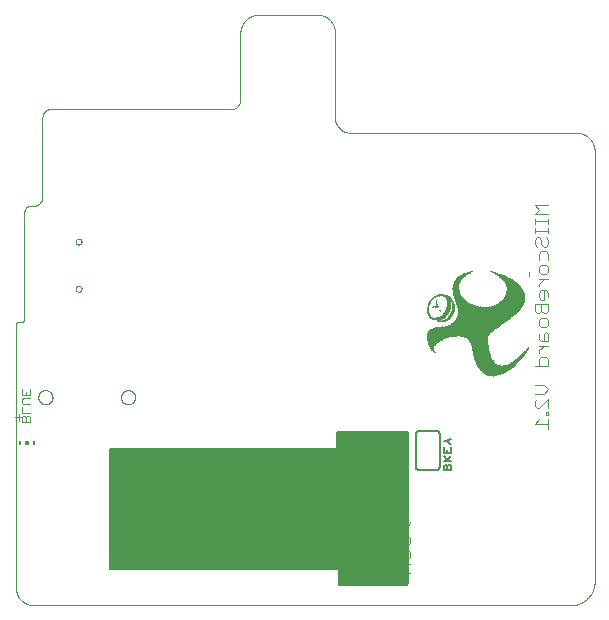
<source format=gbo>
G75*
%MOIN*%
%OFA0B0*%
%FSLAX25Y25*%
%IPPOS*%
%LPD*%
%AMOC8*
5,1,8,0,0,1.08239X$1,22.5*
%
%ADD10C,0.00000*%
%ADD11R,0.00020X0.00240*%
%ADD12R,0.00020X0.00340*%
%ADD13R,0.00020X0.00380*%
%ADD14R,0.00020X0.00420*%
%ADD15R,0.00020X0.00460*%
%ADD16R,0.00020X0.00480*%
%ADD17R,0.00020X0.00500*%
%ADD18R,0.00020X0.00520*%
%ADD19R,0.00020X0.00540*%
%ADD20R,0.00020X0.00560*%
%ADD21R,0.00020X0.00580*%
%ADD22R,0.00020X0.00600*%
%ADD23R,0.00020X0.00600*%
%ADD24R,0.00020X0.00620*%
%ADD25R,0.00020X0.00620*%
%ADD26R,0.00020X0.00640*%
%ADD27R,0.00020X0.00660*%
%ADD28R,0.00020X0.00660*%
%ADD29R,0.00020X0.00680*%
%ADD30R,0.00020X0.00700*%
%ADD31R,0.00020X0.00720*%
%ADD32R,0.00020X0.00720*%
%ADD33R,0.00020X0.00740*%
%ADD34R,0.00020X0.00740*%
%ADD35R,0.00020X0.00760*%
%ADD36R,0.00020X0.00760*%
%ADD37R,0.00020X0.00760*%
%ADD38R,0.00020X0.00780*%
%ADD39R,0.00020X0.00780*%
%ADD40R,0.00020X0.00800*%
%ADD41R,0.00020X0.00800*%
%ADD42R,0.00020X0.00820*%
%ADD43R,0.00020X0.00820*%
%ADD44R,0.00020X0.00840*%
%ADD45R,0.00020X0.00840*%
%ADD46R,0.00020X0.00860*%
%ADD47R,0.00020X0.00860*%
%ADD48R,0.00020X0.00880*%
%ADD49R,0.00020X0.00880*%
%ADD50R,0.00020X0.00900*%
%ADD51R,0.00020X0.00900*%
%ADD52R,0.00020X0.00920*%
%ADD53R,0.00020X0.00920*%
%ADD54R,0.00020X0.00940*%
%ADD55R,0.00020X0.00940*%
%ADD56R,0.00020X0.00960*%
%ADD57R,0.00020X0.00980*%
%ADD58R,0.00020X0.01280*%
%ADD59R,0.00020X0.00980*%
%ADD60R,0.00020X0.01560*%
%ADD61R,0.00020X0.00980*%
%ADD62R,0.00020X0.01800*%
%ADD63R,0.00020X0.01000*%
%ADD64R,0.00020X0.02040*%
%ADD65R,0.00020X0.02220*%
%ADD66R,0.00020X0.01000*%
%ADD67R,0.00020X0.02400*%
%ADD68R,0.00020X0.01020*%
%ADD69R,0.00020X0.02560*%
%ADD70R,0.00020X0.01020*%
%ADD71R,0.00020X0.02720*%
%ADD72R,0.00020X0.01040*%
%ADD73R,0.00020X0.02860*%
%ADD74R,0.00020X0.01040*%
%ADD75R,0.00020X0.03020*%
%ADD76R,0.00020X0.01040*%
%ADD77R,0.00020X0.03140*%
%ADD78R,0.00020X0.01060*%
%ADD79R,0.00020X0.03260*%
%ADD80R,0.00020X0.01060*%
%ADD81R,0.00020X0.03380*%
%ADD82R,0.00020X0.03480*%
%ADD83R,0.00020X0.01060*%
%ADD84R,0.00020X0.03600*%
%ADD85R,0.00020X0.01060*%
%ADD86R,0.00020X0.03680*%
%ADD87R,0.00020X0.03780*%
%ADD88R,0.00020X0.01080*%
%ADD89R,0.00020X0.03860*%
%ADD90R,0.00020X0.01080*%
%ADD91R,0.00020X0.03980*%
%ADD92R,0.00020X0.01080*%
%ADD93R,0.00020X0.04060*%
%ADD94R,0.00020X0.04160*%
%ADD95R,0.00020X0.01100*%
%ADD96R,0.00020X0.04240*%
%ADD97R,0.00020X0.01100*%
%ADD98R,0.00020X0.04320*%
%ADD99R,0.00020X0.04400*%
%ADD100R,0.00020X0.01120*%
%ADD101R,0.00020X0.04480*%
%ADD102R,0.00020X0.01120*%
%ADD103R,0.00020X0.04560*%
%ADD104R,0.00020X0.04660*%
%ADD105R,0.00020X0.04740*%
%ADD106R,0.00020X0.01140*%
%ADD107R,0.00020X0.04820*%
%ADD108R,0.00020X0.01140*%
%ADD109R,0.00020X0.04880*%
%ADD110R,0.00020X0.01140*%
%ADD111R,0.00020X0.04960*%
%ADD112R,0.00020X0.05040*%
%ADD113R,0.00020X0.01160*%
%ADD114R,0.00020X0.05120*%
%ADD115R,0.00020X0.01160*%
%ADD116R,0.00020X0.05200*%
%ADD117R,0.00020X0.05280*%
%ADD118R,0.00020X0.01160*%
%ADD119R,0.00020X0.05340*%
%ADD120R,0.00020X0.01180*%
%ADD121R,0.00020X0.05420*%
%ADD122R,0.00020X0.01180*%
%ADD123R,0.00020X0.05500*%
%ADD124R,0.00020X0.05560*%
%ADD125R,0.00020X0.01180*%
%ADD126R,0.00020X0.05620*%
%ADD127R,0.00020X0.01200*%
%ADD128R,0.00020X0.05700*%
%ADD129R,0.00020X0.01220*%
%ADD130R,0.00020X0.05780*%
%ADD131R,0.00020X0.01220*%
%ADD132R,0.00020X0.05840*%
%ADD133R,0.00020X0.05900*%
%ADD134R,0.00020X0.01220*%
%ADD135R,0.00020X0.05960*%
%ADD136R,0.00020X0.01240*%
%ADD137R,0.00020X0.06040*%
%ADD138R,0.00020X0.01240*%
%ADD139R,0.00020X0.06080*%
%ADD140R,0.00020X0.06160*%
%ADD141R,0.00020X0.06220*%
%ADD142R,0.00020X0.01240*%
%ADD143R,0.00020X0.06300*%
%ADD144R,0.00020X0.01260*%
%ADD145R,0.00020X0.06340*%
%ADD146R,0.00020X0.01260*%
%ADD147R,0.00020X0.06420*%
%ADD148R,0.00020X0.06460*%
%ADD149R,0.00020X0.01260*%
%ADD150R,0.00020X0.06540*%
%ADD151R,0.00020X0.06600*%
%ADD152R,0.00020X0.06640*%
%ADD153R,0.00020X0.06720*%
%ADD154R,0.00020X0.01280*%
%ADD155R,0.00020X0.06760*%
%ADD156R,0.00020X0.06840*%
%ADD157R,0.00020X0.01280*%
%ADD158R,0.00020X0.06880*%
%ADD159R,0.00020X0.01280*%
%ADD160R,0.00020X0.06940*%
%ADD161R,0.00020X0.07000*%
%ADD162R,0.00020X0.01300*%
%ADD163R,0.00020X0.07060*%
%ADD164R,0.00020X0.01320*%
%ADD165R,0.00020X0.07100*%
%ADD166R,0.00020X0.01320*%
%ADD167R,0.00020X0.07160*%
%ADD168R,0.00020X0.01320*%
%ADD169R,0.00020X0.07220*%
%ADD170R,0.00020X0.07280*%
%ADD171R,0.00020X0.01320*%
%ADD172R,0.00020X0.07320*%
%ADD173R,0.00020X0.07380*%
%ADD174R,0.00020X0.01340*%
%ADD175R,0.00020X0.07440*%
%ADD176R,0.00020X0.01340*%
%ADD177R,0.00020X0.07480*%
%ADD178R,0.00020X0.07540*%
%ADD179R,0.00020X0.01340*%
%ADD180R,0.00020X0.07580*%
%ADD181R,0.00020X0.07620*%
%ADD182R,0.00020X0.07700*%
%ADD183R,0.00020X0.01360*%
%ADD184R,0.00020X0.07740*%
%ADD185R,0.00020X0.01360*%
%ADD186R,0.00020X0.07780*%
%ADD187R,0.00020X0.01380*%
%ADD188R,0.00020X0.07840*%
%ADD189R,0.00020X0.01380*%
%ADD190R,0.00020X0.07880*%
%ADD191R,0.00020X0.01380*%
%ADD192R,0.00020X0.07920*%
%ADD193R,0.00020X0.08000*%
%ADD194R,0.00020X0.08040*%
%ADD195R,0.00020X0.08080*%
%ADD196R,0.00020X0.08140*%
%ADD197R,0.00020X0.08180*%
%ADD198R,0.00020X0.01400*%
%ADD199R,0.00020X0.08220*%
%ADD200R,0.00020X0.01420*%
%ADD201R,0.00020X0.08260*%
%ADD202R,0.00020X0.01420*%
%ADD203R,0.00020X0.08320*%
%ADD204R,0.00020X0.01420*%
%ADD205R,0.00020X0.08360*%
%ADD206R,0.00020X0.08400*%
%ADD207R,0.00020X0.08440*%
%ADD208R,0.00020X0.08480*%
%ADD209R,0.00020X0.08560*%
%ADD210R,0.00020X0.01440*%
%ADD211R,0.00020X0.08600*%
%ADD212R,0.00020X0.01440*%
%ADD213R,0.00020X0.08640*%
%ADD214R,0.00020X0.01440*%
%ADD215R,0.00020X0.08680*%
%ADD216R,0.00020X0.08720*%
%ADD217R,0.00020X0.08760*%
%ADD218R,0.00020X0.01460*%
%ADD219R,0.00020X0.08820*%
%ADD220R,0.00020X0.08860*%
%ADD221R,0.00020X0.01480*%
%ADD222R,0.00020X0.08900*%
%ADD223R,0.00020X0.01480*%
%ADD224R,0.00020X0.08940*%
%ADD225R,0.00020X0.01480*%
%ADD226R,0.00020X0.08980*%
%ADD227R,0.00020X0.09020*%
%ADD228R,0.00020X0.01480*%
%ADD229R,0.00020X0.09060*%
%ADD230R,0.00020X0.09100*%
%ADD231R,0.00020X0.09140*%
%ADD232R,0.00020X0.01500*%
%ADD233R,0.00020X0.09180*%
%ADD234R,0.00020X0.01500*%
%ADD235R,0.00020X0.09220*%
%ADD236R,0.00020X0.09260*%
%ADD237R,0.00020X0.09300*%
%ADD238R,0.00020X0.09340*%
%ADD239R,0.00020X0.09380*%
%ADD240R,0.00020X0.01520*%
%ADD241R,0.00020X0.09420*%
%ADD242R,0.00020X0.01520*%
%ADD243R,0.00020X0.09460*%
%ADD244R,0.00020X0.01520*%
%ADD245R,0.00020X0.09500*%
%ADD246R,0.00020X0.09540*%
%ADD247R,0.00020X0.01520*%
%ADD248R,0.00020X0.09580*%
%ADD249R,0.00020X0.09620*%
%ADD250R,0.00020X0.01540*%
%ADD251R,0.00020X0.09660*%
%ADD252R,0.00020X0.01540*%
%ADD253R,0.00020X0.09680*%
%ADD254R,0.00020X0.09720*%
%ADD255R,0.00020X0.01540*%
%ADD256R,0.00020X0.09760*%
%ADD257R,0.00020X0.09800*%
%ADD258R,0.00020X0.01560*%
%ADD259R,0.00020X0.09840*%
%ADD260R,0.00020X0.09880*%
%ADD261R,0.00020X0.09920*%
%ADD262R,0.00020X0.01560*%
%ADD263R,0.00020X0.09960*%
%ADD264R,0.00020X0.09980*%
%ADD265R,0.00020X0.01580*%
%ADD266R,0.00020X0.10020*%
%ADD267R,0.00020X0.01580*%
%ADD268R,0.00020X0.10060*%
%ADD269R,0.00020X0.01580*%
%ADD270R,0.00020X0.10100*%
%ADD271R,0.00020X0.01580*%
%ADD272R,0.00020X0.10140*%
%ADD273R,0.00020X0.10180*%
%ADD274R,0.00020X0.01600*%
%ADD275R,0.00020X0.10200*%
%ADD276R,0.00020X0.01600*%
%ADD277R,0.00020X0.10240*%
%ADD278R,0.00020X0.10260*%
%ADD279R,0.00020X0.10300*%
%ADD280R,0.00020X0.01620*%
%ADD281R,0.00020X0.10340*%
%ADD282R,0.00020X0.01620*%
%ADD283R,0.00020X0.10380*%
%ADD284R,0.00020X0.01620*%
%ADD285R,0.00020X0.10400*%
%ADD286R,0.00020X0.10440*%
%ADD287R,0.00020X0.01620*%
%ADD288R,0.00020X0.10480*%
%ADD289R,0.00020X0.01640*%
%ADD290R,0.00020X0.10520*%
%ADD291R,0.00020X0.10560*%
%ADD292R,0.00020X0.01640*%
%ADD293R,0.00020X0.10580*%
%ADD294R,0.00020X0.10600*%
%ADD295R,0.00020X0.01660*%
%ADD296R,0.00020X0.10640*%
%ADD297R,0.00020X0.01660*%
%ADD298R,0.00020X0.10680*%
%ADD299R,0.00020X0.10720*%
%ADD300R,0.00020X0.01660*%
%ADD301R,0.00020X0.10740*%
%ADD302R,0.00020X0.01680*%
%ADD303R,0.00020X0.10780*%
%ADD304R,0.00020X0.10820*%
%ADD305R,0.00020X0.10860*%
%ADD306R,0.00020X0.10860*%
%ADD307R,0.00020X0.01680*%
%ADD308R,0.00020X0.10900*%
%ADD309R,0.00020X0.10940*%
%ADD310R,0.00020X0.01680*%
%ADD311R,0.00020X0.10560*%
%ADD312R,0.00020X0.00400*%
%ADD313R,0.00020X0.01680*%
%ADD314R,0.00020X0.01700*%
%ADD315R,0.00020X0.10580*%
%ADD316R,0.00020X0.00400*%
%ADD317R,0.00020X0.01700*%
%ADD318R,0.00020X0.10600*%
%ADD319R,0.00020X0.00380*%
%ADD320R,0.00020X0.10640*%
%ADD321R,0.00020X0.00380*%
%ADD322R,0.00020X0.01720*%
%ADD323R,0.00020X0.01720*%
%ADD324R,0.00020X0.10680*%
%ADD325R,0.00020X0.10740*%
%ADD326R,0.00020X0.10800*%
%ADD327R,0.00020X0.11240*%
%ADD328R,0.00020X0.01720*%
%ADD329R,0.00020X0.11280*%
%ADD330R,0.00020X0.11320*%
%ADD331R,0.00020X0.01740*%
%ADD332R,0.00020X0.11340*%
%ADD333R,0.00020X0.01740*%
%ADD334R,0.00020X0.11380*%
%ADD335R,0.00020X0.01740*%
%ADD336R,0.00020X0.11420*%
%ADD337R,0.00020X0.11440*%
%ADD338R,0.00020X0.01760*%
%ADD339R,0.00020X0.11460*%
%ADD340R,0.00020X0.11500*%
%ADD341R,0.00020X0.01740*%
%ADD342R,0.00020X0.11540*%
%ADD343R,0.00020X0.11560*%
%ADD344R,0.00020X0.01760*%
%ADD345R,0.00020X0.11580*%
%ADD346R,0.00020X0.01760*%
%ADD347R,0.00020X0.11620*%
%ADD348R,0.00020X0.01780*%
%ADD349R,0.00020X0.11640*%
%ADD350R,0.00020X0.01780*%
%ADD351R,0.00020X0.11680*%
%ADD352R,0.00020X0.11720*%
%ADD353R,0.00020X0.01780*%
%ADD354R,0.00020X0.11740*%
%ADD355R,0.00020X0.01780*%
%ADD356R,0.00020X0.11760*%
%ADD357R,0.00020X0.11800*%
%ADD358R,0.00020X0.11840*%
%ADD359R,0.00020X0.11860*%
%ADD360R,0.00020X0.01800*%
%ADD361R,0.00020X0.11880*%
%ADD362R,0.00020X0.11920*%
%ADD363R,0.00020X0.11940*%
%ADD364R,0.00020X0.11980*%
%ADD365R,0.00020X0.12000*%
%ADD366R,0.00020X0.01820*%
%ADD367R,0.00020X0.12020*%
%ADD368R,0.00020X0.01820*%
%ADD369R,0.00020X0.12060*%
%ADD370R,0.00020X0.01820*%
%ADD371R,0.00020X0.12100*%
%ADD372R,0.00020X0.12100*%
%ADD373R,0.00020X0.12140*%
%ADD374R,0.00020X0.01840*%
%ADD375R,0.00020X0.12160*%
%ADD376R,0.00020X0.01840*%
%ADD377R,0.00020X0.12200*%
%ADD378R,0.00020X0.01840*%
%ADD379R,0.00020X0.12220*%
%ADD380R,0.00020X0.01860*%
%ADD381R,0.00020X0.12240*%
%ADD382R,0.00020X0.12280*%
%ADD383R,0.00020X0.12320*%
%ADD384R,0.00020X0.01860*%
%ADD385R,0.00020X0.12340*%
%ADD386R,0.00020X0.12360*%
%ADD387R,0.00020X0.12400*%
%ADD388R,0.00020X0.12420*%
%ADD389R,0.00020X0.12460*%
%ADD390R,0.00020X0.01860*%
%ADD391R,0.00020X0.01880*%
%ADD392R,0.00020X0.12500*%
%ADD393R,0.00020X0.01880*%
%ADD394R,0.00020X0.12540*%
%ADD395R,0.00020X0.01880*%
%ADD396R,0.00020X0.12540*%
%ADD397R,0.00020X0.01880*%
%ADD398R,0.00020X0.12580*%
%ADD399R,0.00020X0.12620*%
%ADD400R,0.00020X0.01900*%
%ADD401R,0.00020X0.12640*%
%ADD402R,0.00020X0.01900*%
%ADD403R,0.00020X0.12660*%
%ADD404R,0.00020X0.12680*%
%ADD405R,0.00020X0.12720*%
%ADD406R,0.00020X0.12760*%
%ADD407R,0.00020X0.01920*%
%ADD408R,0.00020X0.12760*%
%ADD409R,0.00020X0.12800*%
%ADD410R,0.00020X0.01920*%
%ADD411R,0.00020X0.12820*%
%ADD412R,0.00020X0.01920*%
%ADD413R,0.00020X0.12860*%
%ADD414R,0.00020X0.12880*%
%ADD415R,0.00020X0.12900*%
%ADD416R,0.00020X0.01920*%
%ADD417R,0.00020X0.12940*%
%ADD418R,0.00020X0.01940*%
%ADD419R,0.00020X0.12940*%
%ADD420R,0.00020X0.01940*%
%ADD421R,0.00020X0.12980*%
%ADD422R,0.00020X0.13000*%
%ADD423R,0.00020X0.13040*%
%ADD424R,0.00020X0.01940*%
%ADD425R,0.00020X0.13060*%
%ADD426R,0.00020X0.01960*%
%ADD427R,0.00020X0.13080*%
%ADD428R,0.00020X0.01960*%
%ADD429R,0.00020X0.13120*%
%ADD430R,0.00020X0.01960*%
%ADD431R,0.00020X0.13160*%
%ADD432R,0.00020X0.13180*%
%ADD433R,0.00020X0.13220*%
%ADD434R,0.00020X0.13240*%
%ADD435R,0.00020X0.01980*%
%ADD436R,0.00020X0.13260*%
%ADD437R,0.00020X0.01980*%
%ADD438R,0.00020X0.13300*%
%ADD439R,0.00020X0.01980*%
%ADD440R,0.00020X0.13300*%
%ADD441R,0.00020X0.13340*%
%ADD442R,0.00020X0.02000*%
%ADD443R,0.00020X0.13360*%
%ADD444R,0.00020X0.02000*%
%ADD445R,0.00020X0.13400*%
%ADD446R,0.00020X0.13420*%
%ADD447R,0.00020X0.13440*%
%ADD448R,0.00020X0.02020*%
%ADD449R,0.00020X0.13480*%
%ADD450R,0.00020X0.13480*%
%ADD451R,0.00020X0.13520*%
%ADD452R,0.00020X0.13540*%
%ADD453R,0.00020X0.02020*%
%ADD454R,0.00020X0.13580*%
%ADD455R,0.00020X0.13580*%
%ADD456R,0.00020X0.02020*%
%ADD457R,0.00020X0.13620*%
%ADD458R,0.00020X0.02040*%
%ADD459R,0.00020X0.13640*%
%ADD460R,0.00020X0.13660*%
%ADD461R,0.00020X0.02040*%
%ADD462R,0.00020X0.13680*%
%ADD463R,0.00020X0.13720*%
%ADD464R,0.00020X0.13740*%
%ADD465R,0.00020X0.13760*%
%ADD466R,0.00020X0.02060*%
%ADD467R,0.00020X0.13800*%
%ADD468R,0.00020X0.13820*%
%ADD469R,0.00020X0.13840*%
%ADD470R,0.00020X0.02080*%
%ADD471R,0.00020X0.13860*%
%ADD472R,0.00020X0.02060*%
%ADD473R,0.00020X0.13900*%
%ADD474R,0.00020X0.02080*%
%ADD475R,0.00020X0.13900*%
%ADD476R,0.00020X0.02080*%
%ADD477R,0.00020X0.13940*%
%ADD478R,0.00020X0.02080*%
%ADD479R,0.00020X0.13960*%
%ADD480R,0.00020X0.13980*%
%ADD481R,0.00020X0.02100*%
%ADD482R,0.00020X0.14000*%
%ADD483R,0.00020X0.14040*%
%ADD484R,0.00020X0.02100*%
%ADD485R,0.00020X0.14060*%
%ADD486R,0.00020X0.14080*%
%ADD487R,0.00020X0.14100*%
%ADD488R,0.00020X0.14140*%
%ADD489R,0.00020X0.02120*%
%ADD490R,0.00020X0.14140*%
%ADD491R,0.00020X0.02120*%
%ADD492R,0.00020X0.14180*%
%ADD493R,0.00020X0.02120*%
%ADD494R,0.00020X0.14200*%
%ADD495R,0.00020X0.02140*%
%ADD496R,0.00020X0.14220*%
%ADD497R,0.00020X0.14240*%
%ADD498R,0.00020X0.02140*%
%ADD499R,0.00020X0.14280*%
%ADD500R,0.00020X0.02140*%
%ADD501R,0.00020X0.14300*%
%ADD502R,0.00020X0.02140*%
%ADD503R,0.00020X0.14320*%
%ADD504R,0.00020X0.02160*%
%ADD505R,0.00020X0.14340*%
%ADD506R,0.00020X0.14380*%
%ADD507R,0.00020X0.02160*%
%ADD508R,0.00020X0.14380*%
%ADD509R,0.00020X0.02160*%
%ADD510R,0.00020X0.14420*%
%ADD511R,0.00020X0.02160*%
%ADD512R,0.00020X0.14440*%
%ADD513R,0.00020X0.02180*%
%ADD514R,0.00020X0.14460*%
%ADD515R,0.00020X0.02180*%
%ADD516R,0.00020X0.14480*%
%ADD517R,0.00020X0.14520*%
%ADD518R,0.00020X0.14540*%
%ADD519R,0.00020X0.02180*%
%ADD520R,0.00020X0.14560*%
%ADD521R,0.00020X0.02200*%
%ADD522R,0.00020X0.03940*%
%ADD523R,0.00020X0.10100*%
%ADD524R,0.00020X0.02200*%
%ADD525R,0.00020X0.03760*%
%ADD526R,0.00020X0.09900*%
%ADD527R,0.00020X0.03620*%
%ADD528R,0.00020X0.09760*%
%ADD529R,0.00020X0.03500*%
%ADD530R,0.00020X0.09660*%
%ADD531R,0.00020X0.03420*%
%ADD532R,0.00020X0.09580*%
%ADD533R,0.00020X0.03320*%
%ADD534R,0.00020X0.02240*%
%ADD535R,0.00020X0.03260*%
%ADD536R,0.00020X0.02220*%
%ADD537R,0.00020X0.03200*%
%ADD538R,0.00020X0.09380*%
%ADD539R,0.00020X0.02240*%
%ADD540R,0.00020X0.03140*%
%ADD541R,0.00020X0.09320*%
%ADD542R,0.00020X0.02220*%
%ADD543R,0.00020X0.03080*%
%ADD544R,0.00020X0.03040*%
%ADD545R,0.00020X0.09220*%
%ADD546R,0.00020X0.02260*%
%ADD547R,0.00020X0.02980*%
%ADD548R,0.00020X0.02940*%
%ADD549R,0.00020X0.09120*%
%ADD550R,0.00020X0.02260*%
%ADD551R,0.00020X0.02880*%
%ADD552R,0.00020X0.09080*%
%ADD553R,0.00020X0.02860*%
%ADD554R,0.00020X0.09040*%
%ADD555R,0.00020X0.02280*%
%ADD556R,0.00020X0.02800*%
%ADD557R,0.00020X0.09000*%
%ADD558R,0.00020X0.02760*%
%ADD559R,0.00020X0.08960*%
%ADD560R,0.00020X0.02280*%
%ADD561R,0.00020X0.02720*%
%ADD562R,0.00020X0.02300*%
%ADD563R,0.00020X0.02680*%
%ADD564R,0.00020X0.02280*%
%ADD565R,0.00020X0.02660*%
%ADD566R,0.00020X0.02620*%
%ADD567R,0.00020X0.08840*%
%ADD568R,0.00020X0.02300*%
%ADD569R,0.00020X0.02600*%
%ADD570R,0.00020X0.08800*%
%ADD571R,0.00020X0.02540*%
%ADD572R,0.00020X0.08760*%
%ADD573R,0.00020X0.02520*%
%ADD574R,0.00020X0.08740*%
%ADD575R,0.00020X0.02320*%
%ADD576R,0.00020X0.02500*%
%ADD577R,0.00020X0.02320*%
%ADD578R,0.00020X0.02460*%
%ADD579R,0.00020X0.08700*%
%ADD580R,0.00020X0.02320*%
%ADD581R,0.00020X0.02440*%
%ADD582R,0.00020X0.08660*%
%ADD583R,0.00020X0.02340*%
%ADD584R,0.00020X0.02400*%
%ADD585R,0.00020X0.08640*%
%ADD586R,0.00020X0.02340*%
%ADD587R,0.00020X0.02380*%
%ADD588R,0.00020X0.08620*%
%ADD589R,0.00020X0.08580*%
%ADD590R,0.00020X0.02340*%
%ADD591R,0.00020X0.08580*%
%ADD592R,0.00020X0.02360*%
%ADD593R,0.00020X0.08560*%
%ADD594R,0.00020X0.08520*%
%ADD595R,0.00020X0.02360*%
%ADD596R,0.00020X0.08500*%
%ADD597R,0.00020X0.02220*%
%ADD598R,0.00020X0.08500*%
%ADD599R,0.00020X0.02380*%
%ADD600R,0.00020X0.08480*%
%ADD601R,0.00020X0.02380*%
%ADD602R,0.00020X0.08440*%
%ADD603R,0.00020X0.02380*%
%ADD604R,0.00020X0.08420*%
%ADD605R,0.00020X0.08380*%
%ADD606R,0.00020X0.08380*%
%ADD607R,0.00020X0.02420*%
%ADD608R,0.00020X0.02060*%
%ADD609R,0.00020X0.08340*%
%ADD610R,0.00020X0.02420*%
%ADD611R,0.00020X0.08300*%
%ADD612R,0.00020X0.02440*%
%ADD613R,0.00020X0.08300*%
%ADD614R,0.00020X0.02460*%
%ADD615R,0.00020X0.08260*%
%ADD616R,0.00020X0.02460*%
%ADD617R,0.00020X0.08260*%
%ADD618R,0.00020X0.08220*%
%ADD619R,0.00020X0.02480*%
%ADD620R,0.00020X0.08200*%
%ADD621R,0.00020X0.08200*%
%ADD622R,0.00020X0.02480*%
%ADD623R,0.00020X0.08160*%
%ADD624R,0.00020X0.02480*%
%ADD625R,0.00020X0.08160*%
%ADD626R,0.00020X0.08160*%
%ADD627R,0.00020X0.02500*%
%ADD628R,0.00020X0.08120*%
%ADD629R,0.00020X0.02520*%
%ADD630R,0.00020X0.08120*%
%ADD631R,0.00020X0.08080*%
%ADD632R,0.00020X0.02520*%
%ADD633R,0.00020X0.02540*%
%ADD634R,0.00020X0.08060*%
%ADD635R,0.00020X0.02560*%
%ADD636R,0.00020X0.01660*%
%ADD637R,0.00020X0.08040*%
%ADD638R,0.00020X0.02560*%
%ADD639R,0.00020X0.02580*%
%ADD640R,0.00020X0.08040*%
%ADD641R,0.00020X0.08000*%
%ADD642R,0.00020X0.02580*%
%ADD643R,0.00020X0.02580*%
%ADD644R,0.00020X0.02600*%
%ADD645R,0.00020X0.07980*%
%ADD646R,0.00020X0.07960*%
%ADD647R,0.00020X0.07960*%
%ADD648R,0.00020X0.02620*%
%ADD649R,0.00020X0.07940*%
%ADD650R,0.00020X0.02640*%
%ADD651R,0.00020X0.07940*%
%ADD652R,0.00020X0.02640*%
%ADD653R,0.00020X0.07920*%
%ADD654R,0.00020X0.02660*%
%ADD655R,0.00020X0.07920*%
%ADD656R,0.00020X0.07900*%
%ADD657R,0.00020X0.02660*%
%ADD658R,0.00020X0.07880*%
%ADD659R,0.00020X0.07880*%
%ADD660R,0.00020X0.02680*%
%ADD661R,0.00020X0.01400*%
%ADD662R,0.00020X0.07860*%
%ADD663R,0.00020X0.02700*%
%ADD664R,0.00020X0.07860*%
%ADD665R,0.00020X0.02700*%
%ADD666R,0.00020X0.02720*%
%ADD667R,0.00020X0.07840*%
%ADD668R,0.00020X0.02720*%
%ADD669R,0.00020X0.02740*%
%ADD670R,0.00020X0.02740*%
%ADD671R,0.00020X0.01300*%
%ADD672R,0.00020X0.07820*%
%ADD673R,0.00020X0.07820*%
%ADD674R,0.00020X0.02760*%
%ADD675R,0.00020X0.02780*%
%ADD676R,0.00020X0.07800*%
%ADD677R,0.00020X0.02780*%
%ADD678R,0.00020X0.07800*%
%ADD679R,0.00020X0.02820*%
%ADD680R,0.00020X0.02820*%
%ADD681R,0.00020X0.07780*%
%ADD682R,0.00020X0.02840*%
%ADD683R,0.00020X0.02840*%
%ADD684R,0.00020X0.01200*%
%ADD685R,0.00020X0.07760*%
%ADD686R,0.00020X0.01180*%
%ADD687R,0.00020X0.07760*%
%ADD688R,0.00020X0.02860*%
%ADD689R,0.00020X0.07780*%
%ADD690R,0.00020X0.07760*%
%ADD691R,0.00020X0.02880*%
%ADD692R,0.00020X0.02880*%
%ADD693R,0.00020X0.01120*%
%ADD694R,0.00020X0.02900*%
%ADD695R,0.00020X0.07740*%
%ADD696R,0.00020X0.02900*%
%ADD697R,0.00020X0.07740*%
%ADD698R,0.00020X0.02940*%
%ADD699R,0.00020X0.02940*%
%ADD700R,0.00020X0.07740*%
%ADD701R,0.00020X0.02960*%
%ADD702R,0.00020X0.02960*%
%ADD703R,0.00020X0.01080*%
%ADD704R,0.00020X0.07720*%
%ADD705R,0.00020X0.02980*%
%ADD706R,0.00020X0.07720*%
%ADD707R,0.00020X0.03000*%
%ADD708R,0.00020X0.03020*%
%ADD709R,0.00020X0.01020*%
%ADD710R,0.00020X0.07720*%
%ADD711R,0.00020X0.03020*%
%ADD712R,0.00020X0.03060*%
%ADD713R,0.00020X0.03060*%
%ADD714R,0.00020X0.03080*%
%ADD715R,0.00020X0.00940*%
%ADD716R,0.00020X0.07720*%
%ADD717R,0.00020X0.03100*%
%ADD718R,0.00020X0.03120*%
%ADD719R,0.00020X0.00920*%
%ADD720R,0.00020X0.03120*%
%ADD721R,0.00020X0.03160*%
%ADD722R,0.00020X0.03160*%
%ADD723R,0.00020X0.00880*%
%ADD724R,0.00020X0.03200*%
%ADD725R,0.00020X0.00860*%
%ADD726R,0.00020X0.03240*%
%ADD727R,0.00020X0.03240*%
%ADD728R,0.00020X0.00840*%
%ADD729R,0.00020X0.03280*%
%ADD730R,0.00020X0.00820*%
%ADD731R,0.00020X0.03280*%
%ADD732R,0.00020X0.03300*%
%ADD733R,0.00020X0.00780*%
%ADD734R,0.00020X0.03300*%
%ADD735R,0.00020X0.00780*%
%ADD736R,0.00020X0.03340*%
%ADD737R,0.00020X0.03340*%
%ADD738R,0.00020X0.03380*%
%ADD739R,0.00020X0.03380*%
%ADD740R,0.00020X0.03400*%
%ADD741R,0.00020X0.03420*%
%ADD742R,0.00020X0.03440*%
%ADD743R,0.00020X0.00720*%
%ADD744R,0.00020X0.03440*%
%ADD745R,0.00020X0.07760*%
%ADD746R,0.00020X0.03460*%
%ADD747R,0.00020X0.03460*%
%ADD748R,0.00020X0.03500*%
%ADD749R,0.00020X0.00680*%
%ADD750R,0.00020X0.00680*%
%ADD751R,0.00020X0.03520*%
%ADD752R,0.00020X0.07780*%
%ADD753R,0.00020X0.03540*%
%ADD754R,0.00020X0.03560*%
%ADD755R,0.00020X0.03560*%
%ADD756R,0.00020X0.03580*%
%ADD757R,0.00020X0.03620*%
%ADD758R,0.00020X0.03640*%
%ADD759R,0.00020X0.00620*%
%ADD760R,0.00020X0.03640*%
%ADD761R,0.00020X0.03660*%
%ADD762R,0.00020X0.07820*%
%ADD763R,0.00020X0.03700*%
%ADD764R,0.00020X0.03700*%
%ADD765R,0.00020X0.00580*%
%ADD766R,0.00020X0.03720*%
%ADD767R,0.00020X0.00560*%
%ADD768R,0.00020X0.03740*%
%ADD769R,0.00020X0.03800*%
%ADD770R,0.00020X0.00540*%
%ADD771R,0.00020X0.07840*%
%ADD772R,0.00020X0.03800*%
%ADD773R,0.00020X0.03820*%
%ADD774R,0.00020X0.03840*%
%ADD775R,0.00020X0.03840*%
%ADD776R,0.00020X0.00520*%
%ADD777R,0.00020X0.07860*%
%ADD778R,0.00020X0.03880*%
%ADD779R,0.00020X0.00520*%
%ADD780R,0.00020X0.03900*%
%ADD781R,0.00020X0.00520*%
%ADD782R,0.00020X0.03900*%
%ADD783R,0.00020X0.07900*%
%ADD784R,0.00020X0.03920*%
%ADD785R,0.00020X0.03940*%
%ADD786R,0.00020X0.03960*%
%ADD787R,0.00020X0.00480*%
%ADD788R,0.00020X0.07920*%
%ADD789R,0.00020X0.03980*%
%ADD790R,0.00020X0.00480*%
%ADD791R,0.00020X0.04000*%
%ADD792R,0.00020X0.04020*%
%ADD793R,0.00020X0.04040*%
%ADD794R,0.00020X0.00460*%
%ADD795R,0.00020X0.04060*%
%ADD796R,0.00020X0.00460*%
%ADD797R,0.00020X0.00440*%
%ADD798R,0.00020X0.07960*%
%ADD799R,0.00020X0.04080*%
%ADD800R,0.00020X0.00440*%
%ADD801R,0.00020X0.04120*%
%ADD802R,0.00020X0.00440*%
%ADD803R,0.00020X0.04140*%
%ADD804R,0.00020X0.00420*%
%ADD805R,0.00020X0.07980*%
%ADD806R,0.00020X0.04180*%
%ADD807R,0.00020X0.00420*%
%ADD808R,0.00020X0.04200*%
%ADD809R,0.00020X0.04220*%
%ADD810R,0.00020X0.04240*%
%ADD811R,0.00020X0.08020*%
%ADD812R,0.00020X0.04280*%
%ADD813R,0.00020X0.04300*%
%ADD814R,0.00020X0.08020*%
%ADD815R,0.00020X0.04320*%
%ADD816R,0.00020X0.00380*%
%ADD817R,0.00020X0.04340*%
%ADD818R,0.00020X0.00360*%
%ADD819R,0.00020X0.04360*%
%ADD820R,0.00020X0.04380*%
%ADD821R,0.00020X0.00360*%
%ADD822R,0.00020X0.08060*%
%ADD823R,0.00020X0.04420*%
%ADD824R,0.00020X0.00340*%
%ADD825R,0.00020X0.08080*%
%ADD826R,0.00020X0.04440*%
%ADD827R,0.00020X0.08080*%
%ADD828R,0.00020X0.04460*%
%ADD829R,0.00020X0.08100*%
%ADD830R,0.00020X0.04500*%
%ADD831R,0.00020X0.04520*%
%ADD832R,0.00020X0.00320*%
%ADD833R,0.00020X0.08100*%
%ADD834R,0.00020X0.04560*%
%ADD835R,0.00020X0.00320*%
%ADD836R,0.00020X0.08120*%
%ADD837R,0.00020X0.04580*%
%ADD838R,0.00020X0.00300*%
%ADD839R,0.00020X0.08120*%
%ADD840R,0.00020X0.04600*%
%ADD841R,0.00020X0.08140*%
%ADD842R,0.00020X0.04620*%
%ADD843R,0.00020X0.04640*%
%ADD844R,0.00020X0.04660*%
%ADD845R,0.00020X0.00280*%
%ADD846R,0.00020X0.04680*%
%ADD847R,0.00020X0.00280*%
%ADD848R,0.00020X0.08180*%
%ADD849R,0.00020X0.04720*%
%ADD850R,0.00020X0.00280*%
%ADD851R,0.00020X0.08180*%
%ADD852R,0.00020X0.04740*%
%ADD853R,0.00020X0.00280*%
%ADD854R,0.00020X0.04760*%
%ADD855R,0.00020X0.00260*%
%ADD856R,0.00020X0.04780*%
%ADD857R,0.00020X0.00260*%
%ADD858R,0.00020X0.04820*%
%ADD859R,0.00020X0.00240*%
%ADD860R,0.00020X0.08220*%
%ADD861R,0.00020X0.04840*%
%ADD862R,0.00020X0.04860*%
%ADD863R,0.00020X0.08240*%
%ADD864R,0.00020X0.04880*%
%ADD865R,0.00020X0.04940*%
%ADD866R,0.00020X0.00220*%
%ADD867R,0.00020X0.08280*%
%ADD868R,0.00020X0.04960*%
%ADD869R,0.00020X0.00220*%
%ADD870R,0.00020X0.05000*%
%ADD871R,0.00020X0.00240*%
%ADD872R,0.00020X0.05020*%
%ADD873R,0.00020X0.00220*%
%ADD874R,0.00020X0.05040*%
%ADD875R,0.00020X0.05080*%
%ADD876R,0.00020X0.00200*%
%ADD877R,0.00020X0.08320*%
%ADD878R,0.00020X0.05100*%
%ADD879R,0.00020X0.00200*%
%ADD880R,0.00020X0.08340*%
%ADD881R,0.00020X0.05140*%
%ADD882R,0.00020X0.00180*%
%ADD883R,0.00020X0.08320*%
%ADD884R,0.00020X0.05160*%
%ADD885R,0.00020X0.00180*%
%ADD886R,0.00020X0.05220*%
%ADD887R,0.00020X0.08360*%
%ADD888R,0.00020X0.05260*%
%ADD889R,0.00020X0.00160*%
%ADD890R,0.00020X0.08380*%
%ADD891R,0.00020X0.05280*%
%ADD892R,0.00020X0.00160*%
%ADD893R,0.00020X0.05320*%
%ADD894R,0.00020X0.08420*%
%ADD895R,0.00020X0.05360*%
%ADD896R,0.00020X0.08400*%
%ADD897R,0.00020X0.05380*%
%ADD898R,0.00020X0.08420*%
%ADD899R,0.00020X0.00140*%
%ADD900R,0.00020X0.05460*%
%ADD901R,0.00020X0.00140*%
%ADD902R,0.00020X0.05480*%
%ADD903R,0.00020X0.00120*%
%ADD904R,0.00020X0.08460*%
%ADD905R,0.00020X0.05520*%
%ADD906R,0.00020X0.00140*%
%ADD907R,0.00020X0.00120*%
%ADD908R,0.00020X0.05600*%
%ADD909R,0.00020X0.00120*%
%ADD910R,0.00020X0.05620*%
%ADD911R,0.00020X0.00100*%
%ADD912R,0.00020X0.05640*%
%ADD913R,0.00020X0.00100*%
%ADD914R,0.00020X0.08520*%
%ADD915R,0.00020X0.05680*%
%ADD916R,0.00020X0.08540*%
%ADD917R,0.00020X0.05720*%
%ADD918R,0.00020X0.00080*%
%ADD919R,0.00020X0.08540*%
%ADD920R,0.00020X0.05760*%
%ADD921R,0.00020X0.05800*%
%ADD922R,0.00020X0.00080*%
%ADD923R,0.00020X0.05840*%
%ADD924R,0.00020X0.00080*%
%ADD925R,0.00020X0.05880*%
%ADD926R,0.00020X0.00060*%
%ADD927R,0.00020X0.05920*%
%ADD928R,0.00020X0.00060*%
%ADD929R,0.00020X0.08620*%
%ADD930R,0.00020X0.08640*%
%ADD931R,0.00020X0.06000*%
%ADD932R,0.00020X0.00060*%
%ADD933R,0.00020X0.06040*%
%ADD934R,0.00020X0.00060*%
%ADD935R,0.00020X0.08640*%
%ADD936R,0.00020X0.06100*%
%ADD937R,0.00020X0.00040*%
%ADD938R,0.00020X0.06140*%
%ADD939R,0.00020X0.00040*%
%ADD940R,0.00020X0.08680*%
%ADD941R,0.00020X0.06180*%
%ADD942R,0.00020X0.00020*%
%ADD943R,0.00020X0.06220*%
%ADD944R,0.00020X0.00020*%
%ADD945R,0.00020X0.08700*%
%ADD946R,0.00020X0.06260*%
%ADD947R,0.00020X0.08720*%
%ADD948R,0.00020X0.06300*%
%ADD949R,0.00020X0.00020*%
%ADD950R,0.00020X0.06360*%
%ADD951R,0.00020X0.00020*%
%ADD952R,0.00020X0.08760*%
%ADD953R,0.00020X0.06400*%
%ADD954R,0.00020X0.08780*%
%ADD955R,0.00020X0.08780*%
%ADD956R,0.00020X0.06500*%
%ADD957R,0.00020X0.06560*%
%ADD958R,0.00020X0.06600*%
%ADD959R,0.00020X0.08840*%
%ADD960R,0.00020X0.06660*%
%ADD961R,0.00020X0.08860*%
%ADD962R,0.00020X0.06720*%
%ADD963R,0.00020X0.06740*%
%ADD964R,0.00020X0.08880*%
%ADD965R,0.00020X0.06800*%
%ADD966R,0.00020X0.06860*%
%ADD967R,0.00020X0.08920*%
%ADD968R,0.00020X0.06920*%
%ADD969R,0.00020X0.08940*%
%ADD970R,0.00020X0.06980*%
%ADD971R,0.00020X0.08940*%
%ADD972R,0.00020X0.07040*%
%ADD973R,0.00020X0.08980*%
%ADD974R,0.00020X0.07140*%
%ADD975R,0.00020X0.09000*%
%ADD976R,0.00020X0.07200*%
%ADD977R,0.00020X0.07280*%
%ADD978R,0.00020X0.09020*%
%ADD979R,0.00020X0.07340*%
%ADD980R,0.00020X0.09040*%
%ADD981R,0.00020X0.07400*%
%ADD982R,0.00020X0.09060*%
%ADD983R,0.00020X0.07480*%
%ADD984R,0.00020X0.07520*%
%ADD985R,0.00020X0.09080*%
%ADD986R,0.00020X0.07600*%
%ADD987R,0.00020X0.09100*%
%ADD988R,0.00020X0.07680*%
%ADD989R,0.00020X0.09120*%
%ADD990R,0.00020X0.09120*%
%ADD991R,0.00020X0.09160*%
%ADD992R,0.00020X0.09180*%
%ADD993R,0.00020X0.08060*%
%ADD994R,0.00020X0.09200*%
%ADD995R,0.00020X0.09220*%
%ADD996R,0.00020X0.09240*%
%ADD997R,0.00020X0.09280*%
%ADD998R,0.00020X0.09320*%
%ADD999R,0.00020X0.09340*%
%ADD1000R,0.00020X0.09360*%
%ADD1001R,0.00020X0.08980*%
%ADD1002R,0.00020X0.09400*%
%ADD1003R,0.00020X0.09420*%
%ADD1004R,0.00020X0.09440*%
%ADD1005R,0.00020X0.09440*%
%ADD1006R,0.00020X0.09560*%
%ADD1007R,0.00020X0.09480*%
%ADD1008R,0.00020X0.09680*%
%ADD1009R,0.00020X0.09820*%
%ADD1010R,0.00020X0.09520*%
%ADD1011R,0.00020X0.09960*%
%ADD1012R,0.00020X0.09560*%
%ADD1013R,0.00020X0.10260*%
%ADD1014R,0.00020X0.09580*%
%ADD1015R,0.00020X0.10440*%
%ADD1016R,0.00020X0.09600*%
%ADD1017R,0.00020X0.09640*%
%ADD1018R,0.00020X0.10780*%
%ADD1019R,0.00020X0.09660*%
%ADD1020R,0.00020X0.10980*%
%ADD1021R,0.00020X0.09680*%
%ADD1022R,0.00020X0.11220*%
%ADD1023R,0.00020X0.09720*%
%ADD1024R,0.00020X0.09740*%
%ADD1025R,0.00020X0.11700*%
%ADD1026R,0.00020X0.09780*%
%ADD1027R,0.00020X0.09840*%
%ADD1028R,0.00020X0.12460*%
%ADD1029R,0.00020X0.12500*%
%ADD1030R,0.00020X0.12520*%
%ADD1031R,0.00020X0.10020*%
%ADD1032R,0.00020X0.12520*%
%ADD1033R,0.00020X0.22580*%
%ADD1034R,0.00020X0.22580*%
%ADD1035R,0.00020X0.22560*%
%ADD1036R,0.00020X0.22560*%
%ADD1037R,0.00020X0.22540*%
%ADD1038R,0.00020X0.22540*%
%ADD1039R,0.00020X0.22520*%
%ADD1040R,0.00020X0.22520*%
%ADD1041R,0.00020X0.22500*%
%ADD1042R,0.00020X0.22500*%
%ADD1043R,0.00020X0.22480*%
%ADD1044R,0.00020X0.22480*%
%ADD1045R,0.00020X0.22460*%
%ADD1046R,0.00020X0.22460*%
%ADD1047R,0.00020X0.22440*%
%ADD1048R,0.00020X0.22420*%
%ADD1049R,0.00020X0.22420*%
%ADD1050R,0.00020X0.22400*%
%ADD1051R,0.00020X0.22400*%
%ADD1052R,0.00020X0.22380*%
%ADD1053R,0.00020X0.22360*%
%ADD1054R,0.00020X0.22360*%
%ADD1055R,0.00020X0.22340*%
%ADD1056R,0.00020X0.22340*%
%ADD1057R,0.00020X0.22320*%
%ADD1058R,0.00020X0.22300*%
%ADD1059R,0.00020X0.22300*%
%ADD1060R,0.00020X0.22280*%
%ADD1061R,0.00020X0.22280*%
%ADD1062R,0.00020X0.22260*%
%ADD1063R,0.00020X0.22260*%
%ADD1064R,0.00020X0.22240*%
%ADD1065R,0.00020X0.22240*%
%ADD1066R,0.00020X0.22220*%
%ADD1067R,0.00020X0.22200*%
%ADD1068R,0.00020X0.22200*%
%ADD1069R,0.00020X0.22180*%
%ADD1070R,0.00020X0.22180*%
%ADD1071R,0.00020X0.22160*%
%ADD1072R,0.00020X0.22140*%
%ADD1073R,0.00020X0.22160*%
%ADD1074R,0.00020X0.22120*%
%ADD1075R,0.00020X0.22120*%
%ADD1076R,0.00020X0.22100*%
%ADD1077R,0.00020X0.22080*%
%ADD1078R,0.00020X0.22080*%
%ADD1079R,0.00020X0.22060*%
%ADD1080R,0.00020X0.22040*%
%ADD1081R,0.00020X0.22020*%
%ADD1082R,0.00020X0.22000*%
%ADD1083R,0.00020X0.21980*%
%ADD1084R,0.00020X0.21980*%
%ADD1085R,0.00020X0.21960*%
%ADD1086R,0.00020X0.21940*%
%ADD1087R,0.00020X0.21920*%
%ADD1088R,0.00020X0.21900*%
%ADD1089R,0.00020X0.21900*%
%ADD1090R,0.00020X0.21880*%
%ADD1091R,0.00020X0.21860*%
%ADD1092R,0.00020X0.21860*%
%ADD1093R,0.00020X0.21840*%
%ADD1094R,0.00020X0.21840*%
%ADD1095R,0.00020X0.21820*%
%ADD1096R,0.00020X0.21800*%
%ADD1097R,0.00020X0.21780*%
%ADD1098R,0.00020X0.21760*%
%ADD1099R,0.00020X0.21740*%
%ADD1100R,0.00020X0.21720*%
%ADD1101R,0.00020X0.21720*%
%ADD1102R,0.00020X0.21700*%
%ADD1103R,0.00020X0.21680*%
%ADD1104R,0.00020X0.21660*%
%ADD1105R,0.00020X0.21640*%
%ADD1106R,0.00020X0.21620*%
%ADD1107R,0.00020X0.21600*%
%ADD1108R,0.00020X0.21580*%
%ADD1109R,0.00020X0.21560*%
%ADD1110R,0.00020X0.21540*%
%ADD1111R,0.00020X0.21520*%
%ADD1112R,0.00020X0.21500*%
%ADD1113R,0.00020X0.21480*%
%ADD1114R,0.00020X0.21480*%
%ADD1115R,0.00020X0.21460*%
%ADD1116R,0.00020X0.21440*%
%ADD1117R,0.00020X0.21420*%
%ADD1118R,0.00020X0.21400*%
%ADD1119R,0.00020X0.21380*%
%ADD1120R,0.00020X0.21360*%
%ADD1121R,0.00020X0.21340*%
%ADD1122R,0.00020X0.21320*%
%ADD1123R,0.00020X0.21320*%
%ADD1124R,0.00020X0.21300*%
%ADD1125R,0.00020X0.21280*%
%ADD1126R,0.00020X0.21260*%
%ADD1127R,0.00020X0.21240*%
%ADD1128R,0.00020X0.21220*%
%ADD1129R,0.00020X0.21200*%
%ADD1130R,0.00020X0.21180*%
%ADD1131R,0.00020X0.21160*%
%ADD1132R,0.00020X0.21140*%
%ADD1133R,0.00020X0.21120*%
%ADD1134R,0.00020X0.21100*%
%ADD1135R,0.00020X0.21080*%
%ADD1136R,0.00020X0.21060*%
%ADD1137R,0.00020X0.21040*%
%ADD1138R,0.00020X0.21020*%
%ADD1139R,0.00020X0.21000*%
%ADD1140R,0.00020X0.20980*%
%ADD1141R,0.00020X0.20960*%
%ADD1142R,0.00020X0.20920*%
%ADD1143R,0.00020X0.20900*%
%ADD1144R,0.00020X0.20880*%
%ADD1145R,0.00020X0.20880*%
%ADD1146R,0.00020X0.20840*%
%ADD1147R,0.00020X0.20820*%
%ADD1148R,0.00020X0.20800*%
%ADD1149R,0.00020X0.20780*%
%ADD1150R,0.00020X0.20740*%
%ADD1151R,0.00020X0.20740*%
%ADD1152R,0.00020X0.20720*%
%ADD1153R,0.00020X0.20680*%
%ADD1154R,0.00020X0.20660*%
%ADD1155R,0.00020X0.20640*%
%ADD1156R,0.00020X0.20600*%
%ADD1157R,0.00020X0.20600*%
%ADD1158R,0.00020X0.20560*%
%ADD1159R,0.00020X0.20540*%
%ADD1160R,0.00020X0.20500*%
%ADD1161R,0.00020X0.20480*%
%ADD1162R,0.00020X0.20480*%
%ADD1163R,0.00020X0.20440*%
%ADD1164R,0.00020X0.20420*%
%ADD1165R,0.00020X0.20380*%
%ADD1166R,0.00020X0.20360*%
%ADD1167R,0.00020X0.20340*%
%ADD1168R,0.00020X0.20320*%
%ADD1169R,0.00020X0.20280*%
%ADD1170R,0.00020X0.20240*%
%ADD1171R,0.00020X0.20220*%
%ADD1172R,0.00020X0.20200*%
%ADD1173R,0.00020X0.20180*%
%ADD1174R,0.00020X0.20140*%
%ADD1175R,0.00020X0.20100*%
%ADD1176R,0.00020X0.20080*%
%ADD1177R,0.00020X0.20060*%
%ADD1178R,0.00020X0.20020*%
%ADD1179R,0.00020X0.20000*%
%ADD1180R,0.00020X0.19960*%
%ADD1181R,0.00020X0.19920*%
%ADD1182R,0.00020X0.19900*%
%ADD1183R,0.00020X0.19880*%
%ADD1184R,0.00020X0.19840*%
%ADD1185R,0.00020X0.19800*%
%ADD1186R,0.00020X0.19780*%
%ADD1187R,0.00020X0.19740*%
%ADD1188R,0.00020X0.19700*%
%ADD1189R,0.00020X0.19680*%
%ADD1190R,0.00020X0.19660*%
%ADD1191R,0.00020X0.19620*%
%ADD1192R,0.00020X0.19580*%
%ADD1193R,0.00020X0.19540*%
%ADD1194R,0.00020X0.19520*%
%ADD1195R,0.00020X0.19480*%
%ADD1196R,0.00020X0.19440*%
%ADD1197R,0.00020X0.19400*%
%ADD1198R,0.00020X0.19380*%
%ADD1199R,0.00020X0.19340*%
%ADD1200R,0.00020X0.19280*%
%ADD1201R,0.00020X0.19240*%
%ADD1202R,0.00020X0.19220*%
%ADD1203R,0.00020X0.19180*%
%ADD1204R,0.00020X0.19140*%
%ADD1205R,0.00020X0.19080*%
%ADD1206R,0.00020X0.19060*%
%ADD1207R,0.00020X0.19020*%
%ADD1208R,0.00020X0.18960*%
%ADD1209R,0.00020X0.18920*%
%ADD1210R,0.00020X0.18900*%
%ADD1211R,0.00020X0.18840*%
%ADD1212R,0.00020X0.18800*%
%ADD1213R,0.00020X0.18760*%
%ADD1214R,0.00020X0.18720*%
%ADD1215R,0.00020X0.18660*%
%ADD1216R,0.00020X0.18620*%
%ADD1217R,0.00020X0.18580*%
%ADD1218R,0.00020X0.18520*%
%ADD1219R,0.00020X0.18480*%
%ADD1220R,0.00020X0.18440*%
%ADD1221R,0.00020X0.18380*%
%ADD1222R,0.00020X0.18320*%
%ADD1223R,0.00020X0.18300*%
%ADD1224R,0.00020X0.18240*%
%ADD1225R,0.00020X0.18180*%
%ADD1226R,0.00020X0.18140*%
%ADD1227R,0.00020X0.18080*%
%ADD1228R,0.00020X0.18020*%
%ADD1229R,0.00020X0.17960*%
%ADD1230R,0.00020X0.17920*%
%ADD1231R,0.00020X0.17840*%
%ADD1232R,0.00020X0.17780*%
%ADD1233R,0.00020X0.17740*%
%ADD1234R,0.00020X0.17660*%
%ADD1235R,0.00020X0.17600*%
%ADD1236R,0.00020X0.17560*%
%ADD1237R,0.00020X0.17480*%
%ADD1238R,0.00020X0.17400*%
%ADD1239R,0.00020X0.17360*%
%ADD1240R,0.00020X0.17280*%
%ADD1241R,0.00020X0.17200*%
%ADD1242R,0.00020X0.17140*%
%ADD1243R,0.00020X0.17060*%
%ADD1244R,0.00020X0.17000*%
%ADD1245R,0.00020X0.16920*%
%ADD1246R,0.00020X0.16840*%
%ADD1247R,0.00020X0.16780*%
%ADD1248R,0.00020X0.16700*%
%ADD1249R,0.00020X0.16600*%
%ADD1250R,0.00020X0.16540*%
%ADD1251R,0.00020X0.16440*%
%ADD1252R,0.00020X0.16340*%
%ADD1253R,0.00020X0.16280*%
%ADD1254R,0.00020X0.16180*%
%ADD1255R,0.00020X0.16100*%
%ADD1256R,0.00020X0.16000*%
%ADD1257R,0.00020X0.15880*%
%ADD1258R,0.00020X0.15800*%
%ADD1259R,0.00020X0.15700*%
%ADD1260R,0.00020X0.15580*%
%ADD1261R,0.00020X0.15480*%
%ADD1262R,0.00020X0.15360*%
%ADD1263R,0.00020X0.15300*%
%ADD1264R,0.00020X0.15160*%
%ADD1265R,0.00020X0.15020*%
%ADD1266R,0.00020X0.14900*%
%ADD1267R,0.00020X0.14780*%
%ADD1268R,0.00020X0.14660*%
%ADD1269R,0.00020X0.14520*%
%ADD1270R,0.00020X0.14420*%
%ADD1271R,0.00020X0.14320*%
%ADD1272R,0.00020X0.14220*%
%ADD1273R,0.00020X0.13980*%
%ADD1274R,0.00020X0.00080*%
%ADD1275R,0.00020X0.13780*%
%ADD1276R,0.00020X0.13700*%
%ADD1277R,0.00020X0.13600*%
%ADD1278R,0.00020X0.13560*%
%ADD1279R,0.00020X0.13500*%
%ADD1280R,0.00020X0.13460*%
%ADD1281R,0.00020X0.13400*%
%ADD1282R,0.00020X0.13360*%
%ADD1283R,0.00020X0.13220*%
%ADD1284R,0.00020X0.13180*%
%ADD1285R,0.00020X0.13140*%
%ADD1286R,0.00020X0.00220*%
%ADD1287R,0.00020X0.13100*%
%ADD1288R,0.00020X0.13080*%
%ADD1289R,0.00020X0.13040*%
%ADD1290R,0.00020X0.13000*%
%ADD1291R,0.00020X0.00240*%
%ADD1292R,0.00020X0.12960*%
%ADD1293R,0.00020X0.12900*%
%ADD1294R,0.00020X0.12880*%
%ADD1295R,0.00020X0.12840*%
%ADD1296R,0.00020X0.12820*%
%ADD1297R,0.00020X0.00300*%
%ADD1298R,0.00020X0.12800*%
%ADD1299R,0.00020X0.12780*%
%ADD1300R,0.00020X0.12740*%
%ADD1301R,0.00020X0.12720*%
%ADD1302R,0.00020X0.12700*%
%ADD1303R,0.00020X0.12680*%
%ADD1304R,0.00020X0.12640*%
%ADD1305R,0.00020X0.00360*%
%ADD1306R,0.00020X0.12600*%
%ADD1307R,0.00020X0.12600*%
%ADD1308R,0.00020X0.12560*%
%ADD1309R,0.00020X0.12560*%
%ADD1310R,0.00020X0.12520*%
%ADD1311R,0.00020X0.00420*%
%ADD1312R,0.00020X0.12480*%
%ADD1313R,0.00020X0.12440*%
%ADD1314R,0.00020X0.00460*%
%ADD1315R,0.00020X0.12440*%
%ADD1316R,0.00020X0.12400*%
%ADD1317R,0.00020X0.00480*%
%ADD1318R,0.00020X0.12380*%
%ADD1319R,0.00020X0.12380*%
%ADD1320R,0.00020X0.00500*%
%ADD1321R,0.00020X0.12340*%
%ADD1322R,0.00020X0.12320*%
%ADD1323R,0.00020X0.12300*%
%ADD1324R,0.00020X0.00540*%
%ADD1325R,0.00020X0.12300*%
%ADD1326R,0.00020X0.00540*%
%ADD1327R,0.00020X0.12260*%
%ADD1328R,0.00020X0.12260*%
%ADD1329R,0.00020X0.12260*%
%ADD1330R,0.00020X0.12240*%
%ADD1331R,0.00020X0.00580*%
%ADD1332R,0.00020X0.12240*%
%ADD1333R,0.00020X0.00580*%
%ADD1334R,0.00020X0.12220*%
%ADD1335R,0.00020X0.12200*%
%ADD1336R,0.00020X0.12220*%
%ADD1337R,0.00020X0.00620*%
%ADD1338R,0.00020X0.00640*%
%ADD1339R,0.00020X0.00660*%
%ADD1340R,0.00020X0.12180*%
%ADD1341R,0.00020X0.12180*%
%ADD1342R,0.00020X0.12180*%
%ADD1343R,0.00020X0.12160*%
%ADD1344R,0.00020X0.00700*%
%ADD1345R,0.00020X0.12180*%
%ADD1346R,0.00020X0.12160*%
%ADD1347R,0.00020X0.00720*%
%ADD1348R,0.00020X0.12160*%
%ADD1349R,0.00020X0.00740*%
%ADD1350R,0.00020X0.00820*%
%ADD1351R,0.00020X0.00880*%
%ADD1352R,0.00020X0.12220*%
%ADD1353R,0.00020X0.12240*%
%ADD1354R,0.00020X0.00960*%
%ADD1355R,0.00020X0.12280*%
%ADD1356R,0.00020X0.12280*%
%ADD1357R,0.00020X0.00980*%
%ADD1358R,0.00020X0.01020*%
%ADD1359R,0.00020X0.12360*%
%ADD1360R,0.00020X0.12360*%
%ADD1361R,0.00020X0.12380*%
%ADD1362R,0.00020X0.12420*%
%ADD1363R,0.00020X0.12420*%
%ADD1364R,0.00020X0.12440*%
%ADD1365R,0.00020X0.12480*%
%ADD1366R,0.00020X0.01120*%
%ADD1367R,0.00020X0.01160*%
%ADD1368R,0.00020X0.12540*%
%ADD1369R,0.00020X0.12620*%
%ADD1370R,0.00020X0.12660*%
%ADD1371R,0.00020X0.12680*%
%ADD1372R,0.00020X0.12700*%
%ADD1373R,0.00020X0.12780*%
%ADD1374R,0.00020X0.12840*%
%ADD1375R,0.00020X0.12880*%
%ADD1376R,0.00020X0.12920*%
%ADD1377R,0.00020X0.12920*%
%ADD1378R,0.00020X0.12960*%
%ADD1379R,0.00020X0.13020*%
%ADD1380R,0.00020X0.13060*%
%ADD1381R,0.00020X0.13080*%
%ADD1382R,0.00020X0.01420*%
%ADD1383R,0.00020X0.13120*%
%ADD1384R,0.00020X0.13120*%
%ADD1385R,0.00020X0.13140*%
%ADD1386R,0.00020X0.13200*%
%ADD1387R,0.00020X0.13240*%
%ADD1388R,0.00020X0.13240*%
%ADD1389R,0.00020X0.13280*%
%ADD1390R,0.00020X0.13340*%
%ADD1391R,0.00020X0.13360*%
%ADD1392R,0.00020X0.13420*%
%ADD1393R,0.00020X0.13440*%
%ADD1394R,0.00020X0.13500*%
%ADD1395R,0.00020X0.13540*%
%ADD1396R,0.00020X0.13560*%
%ADD1397R,0.00020X0.13600*%
%ADD1398R,0.00020X0.13660*%
%ADD1399R,0.00020X0.13680*%
%ADD1400R,0.00020X0.13720*%
%ADD1401R,0.00020X0.13760*%
%ADD1402R,0.00020X0.13800*%
%ADD1403R,0.00020X0.13880*%
%ADD1404R,0.00020X0.13920*%
%ADD1405R,0.00020X0.13980*%
%ADD1406R,0.00020X0.14020*%
%ADD1407R,0.00020X0.14180*%
%ADD1408R,0.00020X0.14240*%
%ADD1409R,0.00020X0.14280*%
%ADD1410R,0.00020X0.14320*%
%ADD1411R,0.00020X0.14420*%
%ADD1412R,0.00020X0.14480*%
%ADD1413R,0.00020X0.02020*%
%ADD1414R,0.00020X0.14580*%
%ADD1415R,0.00020X0.14620*%
%ADD1416R,0.00020X0.14720*%
%ADD1417R,0.00020X0.14780*%
%ADD1418R,0.00020X0.14840*%
%ADD1419R,0.00020X0.14900*%
%ADD1420R,0.00020X0.14980*%
%ADD1421R,0.00020X0.15040*%
%ADD1422R,0.00020X0.15120*%
%ADD1423R,0.00020X0.15180*%
%ADD1424R,0.00020X0.15260*%
%ADD1425R,0.00020X0.15340*%
%ADD1426R,0.00020X0.02540*%
%ADD1427R,0.00020X0.15420*%
%ADD1428R,0.00020X0.15520*%
%ADD1429R,0.00020X0.15620*%
%ADD1430R,0.00020X0.15740*%
%ADD1431R,0.00020X0.07500*%
%ADD1432R,0.00020X0.07340*%
%ADD1433R,0.00020X0.11200*%
%ADD1434R,0.00020X0.07200*%
%ADD1435R,0.00020X0.11060*%
%ADD1436R,0.00020X0.10940*%
%ADD1437R,0.00020X0.07020*%
%ADD1438R,0.00020X0.10820*%
%ADD1439R,0.00020X0.10700*%
%ADD1440R,0.00020X0.06860*%
%ADD1441R,0.00020X0.06780*%
%ADD1442R,0.00020X0.10480*%
%ADD1443R,0.00020X0.06720*%
%ADD1444R,0.00020X0.10380*%
%ADD1445R,0.00020X0.10280*%
%ADD1446R,0.00020X0.10180*%
%ADD1447R,0.00020X0.06560*%
%ADD1448R,0.00020X0.06500*%
%ADD1449R,0.00020X0.10000*%
%ADD1450R,0.00020X0.06440*%
%ADD1451R,0.00020X0.09900*%
%ADD1452R,0.00020X0.09820*%
%ADD1453R,0.00020X0.09740*%
%ADD1454R,0.00020X0.06260*%
%ADD1455R,0.00020X0.09500*%
%ADD1456R,0.00020X0.06200*%
%ADD1457R,0.00020X0.06160*%
%ADD1458R,0.00020X0.09320*%
%ADD1459R,0.00020X0.06120*%
%ADD1460R,0.00020X0.06080*%
%ADD1461R,0.00020X0.09160*%
%ADD1462R,0.00020X0.06040*%
%ADD1463R,0.00020X0.09080*%
%ADD1464R,0.00020X0.06000*%
%ADD1465R,0.00020X0.05960*%
%ADD1466R,0.00020X0.08900*%
%ADD1467R,0.00020X0.05940*%
%ADD1468R,0.00020X0.08820*%
%ADD1469R,0.00020X0.05860*%
%ADD1470R,0.00020X0.08520*%
%ADD1471R,0.00020X0.05760*%
%ADD1472R,0.00020X0.05740*%
%ADD1473R,0.00020X0.05680*%
%ADD1474R,0.00020X0.05660*%
%ADD1475R,0.00020X0.05600*%
%ADD1476R,0.00020X0.07980*%
%ADD1477R,0.00020X0.05580*%
%ADD1478R,0.00020X0.05540*%
%ADD1479R,0.00020X0.05520*%
%ADD1480R,0.00020X0.05500*%
%ADD1481R,0.00020X0.07660*%
%ADD1482R,0.00020X0.05460*%
%ADD1483R,0.00020X0.05440*%
%ADD1484R,0.00020X0.05420*%
%ADD1485R,0.00020X0.07420*%
%ADD1486R,0.00020X0.05380*%
%ADD1487R,0.00020X0.07260*%
%ADD1488R,0.00020X0.07180*%
%ADD1489R,0.00020X0.07100*%
%ADD1490R,0.00020X0.05300*%
%ADD1491R,0.00020X0.07000*%
%ADD1492R,0.00020X0.06940*%
%ADD1493R,0.00020X0.06840*%
%ADD1494R,0.00020X0.05240*%
%ADD1495R,0.00020X0.06680*%
%ADD1496R,0.00020X0.05180*%
%ADD1497R,0.00020X0.05180*%
%ADD1498R,0.00020X0.06420*%
%ADD1499R,0.00020X0.05140*%
%ADD1500R,0.00020X0.06320*%
%ADD1501R,0.00020X0.05120*%
%ADD1502R,0.00020X0.05060*%
%ADD1503R,0.00020X0.06060*%
%ADD1504R,0.00020X0.05040*%
%ADD1505R,0.00020X0.05020*%
%ADD1506R,0.00020X0.05000*%
%ADD1507R,0.00020X0.04980*%
%ADD1508R,0.00020X0.05580*%
%ADD1509R,0.00020X0.05480*%
%ADD1510R,0.00020X0.04920*%
%ADD1511R,0.00020X0.05280*%
%ADD1512R,0.00020X0.04920*%
%ADD1513R,0.00020X0.05180*%
%ADD1514R,0.00020X0.04900*%
%ADD1515R,0.00020X0.05080*%
%ADD1516R,0.00020X0.04980*%
%ADD1517R,0.00020X0.04860*%
%ADD1518R,0.00020X0.04740*%
%ADD1519R,0.00020X0.04820*%
%ADD1520R,0.00020X0.02540*%
%ADD1521R,0.00020X0.04800*%
%ADD1522R,0.00020X0.04800*%
%ADD1523R,0.00020X0.02780*%
%ADD1524R,0.00020X0.04260*%
%ADD1525R,0.00020X0.04120*%
%ADD1526R,0.00020X0.03100*%
%ADD1527R,0.00020X0.03220*%
%ADD1528R,0.00020X0.04700*%
%ADD1529R,0.00020X0.04700*%
%ADD1530R,0.00020X0.04680*%
%ADD1531R,0.00020X0.03220*%
%ADD1532R,0.00020X0.04660*%
%ADD1533R,0.00020X0.03680*%
%ADD1534R,0.00020X0.04640*%
%ADD1535R,0.00020X0.03780*%
%ADD1536R,0.00020X0.04640*%
%ADD1537R,0.00020X0.04620*%
%ADD1538R,0.00020X0.04600*%
%ADD1539R,0.00020X0.04020*%
%ADD1540R,0.00020X0.04580*%
%ADD1541R,0.00020X0.04100*%
%ADD1542R,0.00020X0.04560*%
%ADD1543R,0.00020X0.04180*%
%ADD1544R,0.00020X0.00680*%
%ADD1545R,0.00020X0.04320*%
%ADD1546R,0.00020X0.04540*%
%ADD1547R,0.00020X0.04380*%
%ADD1548R,0.00020X0.04460*%
%ADD1549R,0.00020X0.04540*%
%ADD1550R,0.00020X0.04480*%
%ADD1551R,0.00020X0.04620*%
%ADD1552R,0.00020X0.04500*%
%ADD1553R,0.00020X0.01260*%
%ADD1554R,0.00020X0.04440*%
%ADD1555R,0.00020X0.04420*%
%ADD1556R,0.00020X0.01980*%
%ADD1557R,0.00020X0.04380*%
%ADD1558R,0.00020X0.04360*%
%ADD1559R,0.00020X0.04380*%
%ADD1560R,0.00020X0.04360*%
%ADD1561R,0.00020X0.04340*%
%ADD1562R,0.00020X0.04340*%
%ADD1563R,0.00020X0.04300*%
%ADD1564R,0.00020X0.01640*%
%ADD1565R,0.00020X0.04280*%
%ADD1566R,0.00020X0.00560*%
%ADD1567R,0.00020X0.04260*%
%ADD1568R,0.00020X0.04220*%
%ADD1569R,0.00020X0.04220*%
%ADD1570R,0.00020X0.00440*%
%ADD1571R,0.00020X0.04200*%
%ADD1572R,0.00020X0.01460*%
%ADD1573R,0.00020X0.04180*%
%ADD1574R,0.00020X0.00360*%
%ADD1575R,0.00020X0.04160*%
%ADD1576R,0.00020X0.04140*%
%ADD1577R,0.00020X0.00320*%
%ADD1578R,0.00020X0.04140*%
%ADD1579R,0.00020X0.04140*%
%ADD1580R,0.00020X0.04120*%
%ADD1581R,0.00020X0.04120*%
%ADD1582R,0.00020X0.02920*%
%ADD1583R,0.00020X0.04100*%
%ADD1584R,0.00020X0.03140*%
%ADD1585R,0.00020X0.04080*%
%ADD1586R,0.00020X0.03580*%
%ADD1587R,0.00020X0.04060*%
%ADD1588R,0.00020X0.00140*%
%ADD1589R,0.00020X0.03880*%
%ADD1590R,0.00020X0.03980*%
%ADD1591R,0.00020X0.04440*%
%ADD1592R,0.00020X0.04040*%
%ADD1593R,0.00020X0.00040*%
%ADD1594R,0.00020X0.04520*%
%ADD1595R,0.00020X0.04040*%
%ADD1596R,0.00020X0.04880*%
%ADD1597R,0.00020X0.04020*%
%ADD1598R,0.00020X0.05060*%
%ADD1599R,0.00020X0.04020*%
%ADD1600R,0.00020X0.05400*%
%ADD1601R,0.00020X0.05460*%
%ADD1602R,0.00020X0.05540*%
%ADD1603R,0.00020X0.05580*%
%ADD1604R,0.00020X0.05640*%
%ADD1605R,0.00020X0.05740*%
%ADD1606R,0.00020X0.05780*%
%ADD1607R,0.00020X0.05920*%
%ADD1608R,0.00020X0.05960*%
%ADD1609R,0.00020X0.06020*%
%ADD1610R,0.00020X0.03280*%
%ADD1611R,0.00020X0.03120*%
%ADD1612R,0.00020X0.04040*%
%ADD1613R,0.00020X0.02920*%
%ADD1614R,0.00020X0.02800*%
%ADD1615R,0.00020X0.00740*%
%ADD1616R,0.00020X0.02680*%
%ADD1617R,0.00020X0.02440*%
%ADD1618R,0.00020X0.02420*%
%ADD1619R,0.00020X0.02260*%
%ADD1620R,0.00020X0.00960*%
%ADD1621R,0.00020X0.00940*%
%ADD1622R,0.00020X0.04080*%
%ADD1623R,0.00020X0.04060*%
%ADD1624R,0.00020X0.01940*%
%ADD1625R,0.00020X0.01720*%
%ADD1626R,0.00020X0.04220*%
%ADD1627R,0.00020X0.04280*%
%ADD1628R,0.00020X0.04280*%
%ADD1629R,0.00020X0.00320*%
%ADD1630R,0.00020X0.04340*%
%ADD1631R,0.00020X0.04400*%
%ADD1632R,0.00020X0.01460*%
%ADD1633R,0.00020X0.04420*%
%ADD1634R,0.00020X0.01440*%
%ADD1635R,0.00020X0.04460*%
%ADD1636R,0.00020X0.04480*%
%ADD1637R,0.00020X0.01380*%
%ADD1638R,0.00020X0.04520*%
%ADD1639R,0.00020X0.04580*%
%ADD1640R,0.00020X0.04640*%
%ADD1641R,0.00020X0.04680*%
%ADD1642R,0.00020X0.00180*%
%ADD1643R,0.00020X0.04720*%
%ADD1644R,0.00020X0.01240*%
%ADD1645R,0.00020X0.04760*%
%ADD1646R,0.00020X0.04780*%
%ADD1647R,0.00020X0.00120*%
%ADD1648R,0.00020X0.04840*%
%ADD1649R,0.00020X0.04820*%
%ADD1650R,0.00020X0.04900*%
%ADD1651R,0.00020X0.04920*%
%ADD1652R,0.00020X0.05020*%
%ADD1653R,0.00020X0.00180*%
%ADD1654R,0.00020X0.05100*%
%ADD1655R,0.00020X0.01040*%
%ADD1656R,0.00020X0.05120*%
%ADD1657R,0.00020X0.00160*%
%ADD1658R,0.00020X0.05140*%
%ADD1659R,0.00020X0.05160*%
%ADD1660R,0.00020X0.05200*%
%ADD1661R,0.00020X0.05240*%
%ADD1662R,0.00020X0.05260*%
%ADD1663R,0.00020X0.01760*%
%ADD1664R,0.00020X0.05320*%
%ADD1665R,0.00020X0.02180*%
%ADD1666R,0.00020X0.05340*%
%ADD1667R,0.00020X0.05360*%
%ADD1668R,0.00020X0.05380*%
%ADD1669R,0.00020X0.00920*%
%ADD1670R,0.00020X0.05400*%
%ADD1671R,0.00020X0.05420*%
%ADD1672R,0.00020X0.05460*%
%ADD1673R,0.00020X0.05480*%
%ADD1674R,0.00020X0.05620*%
%ADD1675R,0.00020X0.05660*%
%ADD1676R,0.00020X0.05680*%
%ADD1677R,0.00020X0.05680*%
%ADD1678R,0.00020X0.05720*%
%ADD1679R,0.00020X0.05740*%
%ADD1680R,0.00020X0.00040*%
%ADD1681R,0.00020X0.05820*%
%ADD1682R,0.00020X0.05820*%
%ADD1683R,0.00020X0.05860*%
%ADD1684R,0.00020X0.05880*%
%ADD1685R,0.00020X0.05920*%
%ADD1686R,0.00020X0.05940*%
%ADD1687R,0.00020X0.00160*%
%ADD1688R,0.00020X0.05980*%
%ADD1689R,0.00020X0.05980*%
%ADD1690R,0.00020X0.06060*%
%ADD1691R,0.00020X0.06080*%
%ADD1692R,0.00020X0.06120*%
%ADD1693R,0.00020X0.06240*%
%ADD1694R,0.00020X0.06280*%
%ADD1695R,0.00020X0.06340*%
%ADD1696R,0.00020X0.06400*%
%ADD1697R,0.00020X0.06460*%
%ADD1698R,0.00020X0.07600*%
%ADD1699R,0.00020X0.07560*%
%ADD1700R,0.00020X0.07540*%
%ADD1701R,0.00020X0.00640*%
%ADD1702R,0.00020X0.07480*%
%ADD1703R,0.00020X0.07440*%
%ADD1704R,0.00020X0.07400*%
%ADD1705R,0.00020X0.07360*%
%ADD1706R,0.00020X0.07300*%
%ADD1707R,0.00020X0.07240*%
%ADD1708R,0.00020X0.07180*%
%ADD1709R,0.00020X0.07140*%
%ADD1710R,0.00020X0.07120*%
%ADD1711R,0.00020X0.07080*%
%ADD1712R,0.00020X0.06940*%
%ADD1713R,0.00020X0.00560*%
%ADD1714R,0.00020X0.06920*%
%ADD1715R,0.00020X0.00260*%
%ADD1716R,0.00020X0.06880*%
%ADD1717R,0.00020X0.06840*%
%ADD1718R,0.00020X0.00260*%
%ADD1719R,0.00020X0.06720*%
%ADD1720R,0.00020X0.06700*%
%ADD1721R,0.00020X0.06580*%
%ADD1722R,0.00020X0.06520*%
%ADD1723R,0.00020X0.06440*%
%ADD1724R,0.00020X0.06320*%
%ADD1725R,0.00020X0.06220*%
%ADD1726R,0.00020X0.06200*%
%ADD1727R,0.00020X0.00340*%
%ADD1728R,0.00020X0.05840*%
%ADD1729R,0.00020X0.05720*%
%ADD1730R,0.00020X0.05560*%
%ADD1731R,0.00020X0.05440*%
%ADD1732R,0.00020X0.04260*%
%ADD1733R,0.00020X0.04080*%
%ADD1734R,0.00020X0.03780*%
%ADD1735R,0.00020X0.03580*%
%ADD1736R,0.00020X0.03460*%
%ADD1737R,0.00020X0.03360*%
%ADD1738R,0.00020X0.02980*%
%ADD1739C,0.00400*%
%ADD1740C,0.00500*%
%ADD1741C,0.00300*%
%ADD1742R,0.00591X0.01181*%
%ADD1743R,0.01181X0.01181*%
%ADD1744C,0.00800*%
%ADD1745C,0.00600*%
D10*
X0011250Y0006926D02*
X0011250Y0094284D01*
X0011252Y0094353D01*
X0011258Y0094422D01*
X0011267Y0094491D01*
X0011281Y0094559D01*
X0011298Y0094626D01*
X0011319Y0094692D01*
X0011344Y0094757D01*
X0011372Y0094820D01*
X0011404Y0094882D01*
X0011439Y0094942D01*
X0011478Y0094999D01*
X0011520Y0095055D01*
X0011564Y0095108D01*
X0011612Y0095158D01*
X0011662Y0095206D01*
X0011715Y0095250D01*
X0011771Y0095292D01*
X0011828Y0095331D01*
X0011888Y0095366D01*
X0011950Y0095398D01*
X0012013Y0095426D01*
X0012078Y0095451D01*
X0012144Y0095472D01*
X0012211Y0095489D01*
X0012279Y0095503D01*
X0012348Y0095512D01*
X0012417Y0095518D01*
X0012486Y0095520D01*
X0013194Y0095520D01*
X0013252Y0095522D01*
X0013310Y0095528D01*
X0013368Y0095537D01*
X0013425Y0095550D01*
X0013480Y0095567D01*
X0013535Y0095588D01*
X0013588Y0095612D01*
X0013640Y0095639D01*
X0013689Y0095670D01*
X0013736Y0095704D01*
X0013781Y0095741D01*
X0013824Y0095781D01*
X0013864Y0095824D01*
X0013901Y0095869D01*
X0013935Y0095916D01*
X0013966Y0095966D01*
X0013993Y0096017D01*
X0014017Y0096070D01*
X0014038Y0096125D01*
X0014055Y0096180D01*
X0014068Y0096237D01*
X0014077Y0096295D01*
X0014083Y0096353D01*
X0014085Y0096411D01*
X0014085Y0132185D01*
X0014087Y0132271D01*
X0014093Y0132357D01*
X0014102Y0132442D01*
X0014116Y0132527D01*
X0014133Y0132612D01*
X0014154Y0132695D01*
X0014179Y0132777D01*
X0014207Y0132859D01*
X0014239Y0132938D01*
X0014275Y0133017D01*
X0014314Y0133093D01*
X0014356Y0133168D01*
X0014402Y0133241D01*
X0014451Y0133312D01*
X0014503Y0133380D01*
X0014558Y0133446D01*
X0014616Y0133510D01*
X0014677Y0133571D01*
X0014741Y0133629D01*
X0014807Y0133684D01*
X0014875Y0133736D01*
X0014946Y0133785D01*
X0015019Y0133831D01*
X0015094Y0133873D01*
X0015170Y0133912D01*
X0015249Y0133948D01*
X0015328Y0133980D01*
X0015410Y0134008D01*
X0015492Y0134033D01*
X0015575Y0134054D01*
X0015660Y0134071D01*
X0015745Y0134085D01*
X0015830Y0134094D01*
X0015916Y0134100D01*
X0016002Y0134102D01*
X0016956Y0134102D01*
X0017066Y0134104D01*
X0017176Y0134110D01*
X0017285Y0134119D01*
X0017395Y0134133D01*
X0017503Y0134150D01*
X0017611Y0134171D01*
X0017719Y0134196D01*
X0017825Y0134224D01*
X0017930Y0134256D01*
X0018034Y0134292D01*
X0018137Y0134332D01*
X0018238Y0134375D01*
X0018338Y0134421D01*
X0018436Y0134471D01*
X0018532Y0134524D01*
X0018626Y0134581D01*
X0018719Y0134641D01*
X0018809Y0134704D01*
X0018897Y0134770D01*
X0018982Y0134839D01*
X0019065Y0134912D01*
X0019146Y0134987D01*
X0019223Y0135064D01*
X0019298Y0135145D01*
X0019371Y0135228D01*
X0019440Y0135313D01*
X0019506Y0135401D01*
X0019569Y0135491D01*
X0019629Y0135584D01*
X0019686Y0135678D01*
X0019739Y0135774D01*
X0019789Y0135872D01*
X0019835Y0135972D01*
X0019878Y0136073D01*
X0019918Y0136176D01*
X0019954Y0136280D01*
X0019986Y0136385D01*
X0020014Y0136491D01*
X0020039Y0136599D01*
X0020060Y0136707D01*
X0020077Y0136815D01*
X0020091Y0136925D01*
X0020100Y0137034D01*
X0020106Y0137144D01*
X0020108Y0137254D01*
X0020108Y0163755D01*
X0020110Y0163856D01*
X0020116Y0163957D01*
X0020126Y0164057D01*
X0020139Y0164157D01*
X0020157Y0164256D01*
X0020178Y0164355D01*
X0020203Y0164453D01*
X0020231Y0164549D01*
X0020264Y0164645D01*
X0020300Y0164739D01*
X0020339Y0164832D01*
X0020382Y0164923D01*
X0020429Y0165012D01*
X0020479Y0165100D01*
X0020532Y0165186D01*
X0020588Y0165269D01*
X0020648Y0165351D01*
X0020711Y0165429D01*
X0020776Y0165506D01*
X0020845Y0165580D01*
X0020916Y0165651D01*
X0020990Y0165720D01*
X0021067Y0165785D01*
X0021146Y0165848D01*
X0021227Y0165907D01*
X0021311Y0165964D01*
X0021397Y0166017D01*
X0021484Y0166067D01*
X0021574Y0166113D01*
X0021665Y0166156D01*
X0021758Y0166196D01*
X0021852Y0166231D01*
X0021948Y0166264D01*
X0022044Y0166292D01*
X0022142Y0166317D01*
X0022241Y0166338D01*
X0022340Y0166355D01*
X0022440Y0166369D01*
X0022540Y0166378D01*
X0022641Y0166384D01*
X0022742Y0166386D01*
X0082985Y0166386D01*
X0083095Y0166388D01*
X0083204Y0166394D01*
X0083313Y0166404D01*
X0083422Y0166417D01*
X0083530Y0166435D01*
X0083637Y0166456D01*
X0083744Y0166481D01*
X0083849Y0166510D01*
X0083954Y0166543D01*
X0084057Y0166579D01*
X0084159Y0166620D01*
X0084259Y0166663D01*
X0084358Y0166711D01*
X0084455Y0166761D01*
X0084551Y0166815D01*
X0084644Y0166873D01*
X0084735Y0166934D01*
X0084824Y0166998D01*
X0084910Y0167065D01*
X0084994Y0167135D01*
X0085076Y0167209D01*
X0085154Y0167285D01*
X0085230Y0167363D01*
X0085304Y0167445D01*
X0085374Y0167529D01*
X0085441Y0167615D01*
X0085505Y0167704D01*
X0085566Y0167795D01*
X0085624Y0167888D01*
X0085678Y0167984D01*
X0085728Y0168081D01*
X0085776Y0168180D01*
X0085819Y0168280D01*
X0085860Y0168382D01*
X0085896Y0168485D01*
X0085929Y0168590D01*
X0085958Y0168695D01*
X0085983Y0168802D01*
X0086004Y0168909D01*
X0086022Y0169017D01*
X0086035Y0169126D01*
X0086045Y0169235D01*
X0086051Y0169344D01*
X0086053Y0169454D01*
X0086053Y0191669D01*
X0086055Y0191824D01*
X0086061Y0191979D01*
X0086070Y0192133D01*
X0086084Y0192288D01*
X0086101Y0192442D01*
X0086122Y0192595D01*
X0086147Y0192748D01*
X0086176Y0192900D01*
X0086209Y0193052D01*
X0086245Y0193202D01*
X0086285Y0193352D01*
X0086329Y0193500D01*
X0086377Y0193648D01*
X0086428Y0193794D01*
X0086482Y0193939D01*
X0086541Y0194082D01*
X0086603Y0194224D01*
X0086668Y0194365D01*
X0086737Y0194503D01*
X0086810Y0194640D01*
X0086885Y0194775D01*
X0086965Y0194909D01*
X0087047Y0195040D01*
X0087133Y0195169D01*
X0087221Y0195296D01*
X0087313Y0195420D01*
X0087408Y0195543D01*
X0087507Y0195663D01*
X0087608Y0195780D01*
X0087712Y0195895D01*
X0087818Y0196007D01*
X0087928Y0196117D01*
X0088040Y0196223D01*
X0088155Y0196327D01*
X0088272Y0196428D01*
X0088392Y0196527D01*
X0088515Y0196622D01*
X0088639Y0196714D01*
X0088766Y0196802D01*
X0088895Y0196888D01*
X0089026Y0196970D01*
X0089159Y0197050D01*
X0089295Y0197125D01*
X0089432Y0197198D01*
X0089570Y0197267D01*
X0089711Y0197332D01*
X0089853Y0197394D01*
X0089996Y0197453D01*
X0090141Y0197507D01*
X0090287Y0197558D01*
X0090435Y0197606D01*
X0090583Y0197650D01*
X0090733Y0197690D01*
X0090883Y0197726D01*
X0091035Y0197759D01*
X0091187Y0197788D01*
X0091340Y0197813D01*
X0091493Y0197834D01*
X0091647Y0197851D01*
X0091802Y0197865D01*
X0091956Y0197874D01*
X0092111Y0197880D01*
X0092266Y0197882D01*
X0111769Y0197882D01*
X0111920Y0197880D01*
X0112072Y0197874D01*
X0112222Y0197864D01*
X0112373Y0197850D01*
X0112523Y0197833D01*
X0112673Y0197811D01*
X0112822Y0197785D01*
X0112971Y0197756D01*
X0113118Y0197722D01*
X0113265Y0197685D01*
X0113411Y0197644D01*
X0113555Y0197599D01*
X0113698Y0197550D01*
X0113840Y0197498D01*
X0113981Y0197442D01*
X0114120Y0197382D01*
X0114257Y0197319D01*
X0114393Y0197252D01*
X0114527Y0197182D01*
X0114659Y0197108D01*
X0114789Y0197030D01*
X0114917Y0196950D01*
X0115043Y0196865D01*
X0115166Y0196778D01*
X0115288Y0196688D01*
X0115406Y0196594D01*
X0115523Y0196497D01*
X0115637Y0196397D01*
X0115748Y0196295D01*
X0115856Y0196189D01*
X0115962Y0196081D01*
X0116064Y0195970D01*
X0116164Y0195856D01*
X0116261Y0195739D01*
X0116355Y0195621D01*
X0116445Y0195499D01*
X0116532Y0195376D01*
X0116617Y0195250D01*
X0116697Y0195122D01*
X0116775Y0194992D01*
X0116849Y0194860D01*
X0116919Y0194726D01*
X0116986Y0194590D01*
X0117049Y0194453D01*
X0117109Y0194314D01*
X0117165Y0194173D01*
X0117217Y0194031D01*
X0117266Y0193888D01*
X0117311Y0193744D01*
X0117352Y0193598D01*
X0117389Y0193451D01*
X0117423Y0193304D01*
X0117452Y0193155D01*
X0117478Y0193006D01*
X0117500Y0192856D01*
X0117517Y0192706D01*
X0117531Y0192555D01*
X0117541Y0192405D01*
X0117547Y0192253D01*
X0117549Y0192102D01*
X0117549Y0163780D01*
X0117551Y0163637D01*
X0117557Y0163495D01*
X0117566Y0163352D01*
X0117580Y0163210D01*
X0117597Y0163069D01*
X0117618Y0162928D01*
X0117643Y0162787D01*
X0117672Y0162647D01*
X0117705Y0162508D01*
X0117741Y0162370D01*
X0117781Y0162233D01*
X0117825Y0162098D01*
X0117872Y0161963D01*
X0117923Y0161830D01*
X0117978Y0161698D01*
X0118036Y0161568D01*
X0118098Y0161439D01*
X0118163Y0161312D01*
X0118231Y0161187D01*
X0118303Y0161064D01*
X0118378Y0160942D01*
X0118457Y0160823D01*
X0118539Y0160706D01*
X0118623Y0160591D01*
X0118711Y0160479D01*
X0118802Y0160369D01*
X0118896Y0160261D01*
X0118993Y0160157D01*
X0119092Y0160054D01*
X0119195Y0159955D01*
X0119299Y0159858D01*
X0119407Y0159764D01*
X0119517Y0159673D01*
X0119629Y0159585D01*
X0119744Y0159501D01*
X0119861Y0159419D01*
X0119980Y0159340D01*
X0120102Y0159265D01*
X0120225Y0159193D01*
X0120350Y0159125D01*
X0120477Y0159060D01*
X0120606Y0158998D01*
X0120736Y0158940D01*
X0120868Y0158885D01*
X0121001Y0158834D01*
X0121136Y0158787D01*
X0121271Y0158743D01*
X0121408Y0158703D01*
X0121546Y0158667D01*
X0121685Y0158634D01*
X0121825Y0158605D01*
X0121966Y0158580D01*
X0122107Y0158559D01*
X0122248Y0158542D01*
X0122390Y0158528D01*
X0122533Y0158519D01*
X0122675Y0158513D01*
X0122818Y0158511D01*
X0122818Y0158512D02*
X0198035Y0158512D01*
X0198190Y0158510D01*
X0198345Y0158504D01*
X0198500Y0158494D01*
X0198655Y0158481D01*
X0198809Y0158463D01*
X0198963Y0158441D01*
X0199116Y0158416D01*
X0199269Y0158387D01*
X0199420Y0158353D01*
X0199571Y0158316D01*
X0199721Y0158276D01*
X0199870Y0158231D01*
X0200017Y0158183D01*
X0200164Y0158130D01*
X0200309Y0158075D01*
X0200452Y0158015D01*
X0200594Y0157952D01*
X0200734Y0157886D01*
X0200873Y0157816D01*
X0201009Y0157742D01*
X0201144Y0157665D01*
X0201277Y0157584D01*
X0201408Y0157501D01*
X0201536Y0157413D01*
X0201663Y0157323D01*
X0201787Y0157230D01*
X0201908Y0157133D01*
X0202027Y0157033D01*
X0202144Y0156931D01*
X0202258Y0156825D01*
X0202369Y0156717D01*
X0202477Y0156606D01*
X0202583Y0156492D01*
X0202685Y0156375D01*
X0202785Y0156256D01*
X0202882Y0156135D01*
X0202975Y0156011D01*
X0203065Y0155884D01*
X0203153Y0155756D01*
X0203236Y0155625D01*
X0203317Y0155492D01*
X0203394Y0155357D01*
X0203468Y0155221D01*
X0203538Y0155082D01*
X0203604Y0154942D01*
X0203667Y0154800D01*
X0203727Y0154657D01*
X0203782Y0154512D01*
X0203835Y0154365D01*
X0203883Y0154218D01*
X0203928Y0154069D01*
X0203968Y0153919D01*
X0204005Y0153768D01*
X0204039Y0153617D01*
X0204068Y0153464D01*
X0204093Y0153311D01*
X0204115Y0153157D01*
X0204133Y0153003D01*
X0204146Y0152848D01*
X0204156Y0152693D01*
X0204162Y0152538D01*
X0204164Y0152383D01*
X0204163Y0152383D02*
X0204163Y0008939D01*
X0204161Y0008748D01*
X0204154Y0008557D01*
X0204142Y0008366D01*
X0204126Y0008176D01*
X0204105Y0007986D01*
X0204080Y0007797D01*
X0204050Y0007608D01*
X0204016Y0007420D01*
X0203977Y0007233D01*
X0203933Y0007047D01*
X0203885Y0006862D01*
X0203833Y0006678D01*
X0203776Y0006496D01*
X0203715Y0006315D01*
X0203649Y0006135D01*
X0203579Y0005957D01*
X0203505Y0005781D01*
X0203427Y0005607D01*
X0203344Y0005435D01*
X0203257Y0005264D01*
X0203166Y0005096D01*
X0203072Y0004930D01*
X0202973Y0004767D01*
X0202870Y0004606D01*
X0202763Y0004447D01*
X0202653Y0004291D01*
X0202539Y0004138D01*
X0202421Y0003988D01*
X0202299Y0003840D01*
X0202174Y0003696D01*
X0202046Y0003554D01*
X0201914Y0003416D01*
X0201779Y0003281D01*
X0201641Y0003149D01*
X0201499Y0003021D01*
X0201355Y0002896D01*
X0201207Y0002774D01*
X0201057Y0002656D01*
X0200904Y0002542D01*
X0200748Y0002432D01*
X0200589Y0002325D01*
X0200428Y0002222D01*
X0200265Y0002123D01*
X0200099Y0002029D01*
X0199931Y0001938D01*
X0199760Y0001851D01*
X0199588Y0001768D01*
X0199414Y0001690D01*
X0199238Y0001616D01*
X0199060Y0001546D01*
X0198880Y0001480D01*
X0198699Y0001419D01*
X0198517Y0001362D01*
X0198333Y0001310D01*
X0198148Y0001262D01*
X0197962Y0001218D01*
X0197775Y0001179D01*
X0197587Y0001145D01*
X0197398Y0001115D01*
X0197209Y0001090D01*
X0197019Y0001069D01*
X0196829Y0001053D01*
X0196638Y0001041D01*
X0196447Y0001034D01*
X0196256Y0001032D01*
X0196256Y0001031D02*
X0017145Y0001031D01*
X0016993Y0001033D01*
X0016842Y0001039D01*
X0016690Y0001049D01*
X0016539Y0001062D01*
X0016388Y0001080D01*
X0016238Y0001101D01*
X0016088Y0001127D01*
X0015939Y0001156D01*
X0015791Y0001189D01*
X0015644Y0001225D01*
X0015497Y0001266D01*
X0015352Y0001310D01*
X0015208Y0001358D01*
X0015066Y0001410D01*
X0014924Y0001465D01*
X0014784Y0001524D01*
X0014646Y0001587D01*
X0014509Y0001653D01*
X0014374Y0001723D01*
X0014241Y0001796D01*
X0014110Y0001872D01*
X0013981Y0001952D01*
X0013854Y0002035D01*
X0013729Y0002121D01*
X0013607Y0002211D01*
X0013487Y0002304D01*
X0013369Y0002399D01*
X0013253Y0002498D01*
X0013141Y0002600D01*
X0013031Y0002704D01*
X0012923Y0002812D01*
X0012819Y0002922D01*
X0012717Y0003034D01*
X0012618Y0003150D01*
X0012523Y0003268D01*
X0012430Y0003388D01*
X0012340Y0003510D01*
X0012254Y0003635D01*
X0012171Y0003762D01*
X0012091Y0003891D01*
X0012015Y0004022D01*
X0011942Y0004155D01*
X0011872Y0004290D01*
X0011806Y0004427D01*
X0011743Y0004565D01*
X0011684Y0004705D01*
X0011629Y0004847D01*
X0011577Y0004989D01*
X0011529Y0005133D01*
X0011485Y0005278D01*
X0011444Y0005425D01*
X0011408Y0005572D01*
X0011375Y0005720D01*
X0011346Y0005869D01*
X0011320Y0006019D01*
X0011299Y0006169D01*
X0011281Y0006320D01*
X0011268Y0006471D01*
X0011258Y0006623D01*
X0011252Y0006774D01*
X0011250Y0006926D01*
X0018731Y0070362D02*
X0018733Y0070459D01*
X0018739Y0070556D01*
X0018749Y0070652D01*
X0018763Y0070748D01*
X0018781Y0070844D01*
X0018802Y0070938D01*
X0018828Y0071032D01*
X0018857Y0071124D01*
X0018891Y0071215D01*
X0018927Y0071305D01*
X0018968Y0071393D01*
X0019012Y0071479D01*
X0019060Y0071564D01*
X0019111Y0071646D01*
X0019165Y0071727D01*
X0019223Y0071805D01*
X0019284Y0071880D01*
X0019347Y0071953D01*
X0019414Y0072024D01*
X0019484Y0072091D01*
X0019556Y0072156D01*
X0019631Y0072217D01*
X0019709Y0072276D01*
X0019788Y0072331D01*
X0019870Y0072383D01*
X0019954Y0072431D01*
X0020040Y0072476D01*
X0020128Y0072518D01*
X0020217Y0072556D01*
X0020308Y0072590D01*
X0020400Y0072620D01*
X0020493Y0072647D01*
X0020588Y0072669D01*
X0020683Y0072688D01*
X0020779Y0072703D01*
X0020875Y0072714D01*
X0020972Y0072721D01*
X0021069Y0072724D01*
X0021166Y0072723D01*
X0021263Y0072718D01*
X0021359Y0072709D01*
X0021455Y0072696D01*
X0021551Y0072679D01*
X0021646Y0072658D01*
X0021739Y0072634D01*
X0021832Y0072605D01*
X0021924Y0072573D01*
X0022014Y0072537D01*
X0022102Y0072498D01*
X0022189Y0072454D01*
X0022274Y0072408D01*
X0022357Y0072357D01*
X0022438Y0072304D01*
X0022516Y0072247D01*
X0022593Y0072187D01*
X0022666Y0072124D01*
X0022737Y0072058D01*
X0022805Y0071989D01*
X0022871Y0071917D01*
X0022933Y0071843D01*
X0022992Y0071766D01*
X0023048Y0071687D01*
X0023101Y0071605D01*
X0023151Y0071522D01*
X0023196Y0071436D01*
X0023239Y0071349D01*
X0023278Y0071260D01*
X0023313Y0071170D01*
X0023344Y0071078D01*
X0023371Y0070985D01*
X0023395Y0070891D01*
X0023415Y0070796D01*
X0023431Y0070700D01*
X0023443Y0070604D01*
X0023451Y0070507D01*
X0023455Y0070410D01*
X0023455Y0070314D01*
X0023451Y0070217D01*
X0023443Y0070120D01*
X0023431Y0070024D01*
X0023415Y0069928D01*
X0023395Y0069833D01*
X0023371Y0069739D01*
X0023344Y0069646D01*
X0023313Y0069554D01*
X0023278Y0069464D01*
X0023239Y0069375D01*
X0023196Y0069288D01*
X0023151Y0069202D01*
X0023101Y0069119D01*
X0023048Y0069037D01*
X0022992Y0068958D01*
X0022933Y0068881D01*
X0022871Y0068807D01*
X0022805Y0068735D01*
X0022737Y0068666D01*
X0022666Y0068600D01*
X0022593Y0068537D01*
X0022516Y0068477D01*
X0022438Y0068420D01*
X0022357Y0068367D01*
X0022274Y0068316D01*
X0022189Y0068270D01*
X0022102Y0068226D01*
X0022014Y0068187D01*
X0021924Y0068151D01*
X0021832Y0068119D01*
X0021739Y0068090D01*
X0021646Y0068066D01*
X0021551Y0068045D01*
X0021455Y0068028D01*
X0021359Y0068015D01*
X0021263Y0068006D01*
X0021166Y0068001D01*
X0021069Y0068000D01*
X0020972Y0068003D01*
X0020875Y0068010D01*
X0020779Y0068021D01*
X0020683Y0068036D01*
X0020588Y0068055D01*
X0020493Y0068077D01*
X0020400Y0068104D01*
X0020308Y0068134D01*
X0020217Y0068168D01*
X0020128Y0068206D01*
X0020040Y0068248D01*
X0019954Y0068293D01*
X0019870Y0068341D01*
X0019788Y0068393D01*
X0019709Y0068448D01*
X0019631Y0068507D01*
X0019556Y0068568D01*
X0019484Y0068633D01*
X0019414Y0068700D01*
X0019347Y0068771D01*
X0019284Y0068844D01*
X0019223Y0068919D01*
X0019165Y0068997D01*
X0019111Y0069078D01*
X0019060Y0069160D01*
X0019012Y0069245D01*
X0018968Y0069331D01*
X0018927Y0069419D01*
X0018891Y0069509D01*
X0018857Y0069600D01*
X0018828Y0069692D01*
X0018802Y0069786D01*
X0018781Y0069880D01*
X0018763Y0069976D01*
X0018749Y0070072D01*
X0018739Y0070168D01*
X0018733Y0070265D01*
X0018731Y0070362D01*
X0046290Y0070362D02*
X0046292Y0070459D01*
X0046298Y0070556D01*
X0046308Y0070652D01*
X0046322Y0070748D01*
X0046340Y0070844D01*
X0046361Y0070938D01*
X0046387Y0071032D01*
X0046416Y0071124D01*
X0046450Y0071215D01*
X0046486Y0071305D01*
X0046527Y0071393D01*
X0046571Y0071479D01*
X0046619Y0071564D01*
X0046670Y0071646D01*
X0046724Y0071727D01*
X0046782Y0071805D01*
X0046843Y0071880D01*
X0046906Y0071953D01*
X0046973Y0072024D01*
X0047043Y0072091D01*
X0047115Y0072156D01*
X0047190Y0072217D01*
X0047268Y0072276D01*
X0047347Y0072331D01*
X0047429Y0072383D01*
X0047513Y0072431D01*
X0047599Y0072476D01*
X0047687Y0072518D01*
X0047776Y0072556D01*
X0047867Y0072590D01*
X0047959Y0072620D01*
X0048052Y0072647D01*
X0048147Y0072669D01*
X0048242Y0072688D01*
X0048338Y0072703D01*
X0048434Y0072714D01*
X0048531Y0072721D01*
X0048628Y0072724D01*
X0048725Y0072723D01*
X0048822Y0072718D01*
X0048918Y0072709D01*
X0049014Y0072696D01*
X0049110Y0072679D01*
X0049205Y0072658D01*
X0049298Y0072634D01*
X0049391Y0072605D01*
X0049483Y0072573D01*
X0049573Y0072537D01*
X0049661Y0072498D01*
X0049748Y0072454D01*
X0049833Y0072408D01*
X0049916Y0072357D01*
X0049997Y0072304D01*
X0050075Y0072247D01*
X0050152Y0072187D01*
X0050225Y0072124D01*
X0050296Y0072058D01*
X0050364Y0071989D01*
X0050430Y0071917D01*
X0050492Y0071843D01*
X0050551Y0071766D01*
X0050607Y0071687D01*
X0050660Y0071605D01*
X0050710Y0071522D01*
X0050755Y0071436D01*
X0050798Y0071349D01*
X0050837Y0071260D01*
X0050872Y0071170D01*
X0050903Y0071078D01*
X0050930Y0070985D01*
X0050954Y0070891D01*
X0050974Y0070796D01*
X0050990Y0070700D01*
X0051002Y0070604D01*
X0051010Y0070507D01*
X0051014Y0070410D01*
X0051014Y0070314D01*
X0051010Y0070217D01*
X0051002Y0070120D01*
X0050990Y0070024D01*
X0050974Y0069928D01*
X0050954Y0069833D01*
X0050930Y0069739D01*
X0050903Y0069646D01*
X0050872Y0069554D01*
X0050837Y0069464D01*
X0050798Y0069375D01*
X0050755Y0069288D01*
X0050710Y0069202D01*
X0050660Y0069119D01*
X0050607Y0069037D01*
X0050551Y0068958D01*
X0050492Y0068881D01*
X0050430Y0068807D01*
X0050364Y0068735D01*
X0050296Y0068666D01*
X0050225Y0068600D01*
X0050152Y0068537D01*
X0050075Y0068477D01*
X0049997Y0068420D01*
X0049916Y0068367D01*
X0049833Y0068316D01*
X0049748Y0068270D01*
X0049661Y0068226D01*
X0049573Y0068187D01*
X0049483Y0068151D01*
X0049391Y0068119D01*
X0049298Y0068090D01*
X0049205Y0068066D01*
X0049110Y0068045D01*
X0049014Y0068028D01*
X0048918Y0068015D01*
X0048822Y0068006D01*
X0048725Y0068001D01*
X0048628Y0068000D01*
X0048531Y0068003D01*
X0048434Y0068010D01*
X0048338Y0068021D01*
X0048242Y0068036D01*
X0048147Y0068055D01*
X0048052Y0068077D01*
X0047959Y0068104D01*
X0047867Y0068134D01*
X0047776Y0068168D01*
X0047687Y0068206D01*
X0047599Y0068248D01*
X0047513Y0068293D01*
X0047429Y0068341D01*
X0047347Y0068393D01*
X0047268Y0068448D01*
X0047190Y0068507D01*
X0047115Y0068568D01*
X0047043Y0068633D01*
X0046973Y0068700D01*
X0046906Y0068771D01*
X0046843Y0068844D01*
X0046782Y0068919D01*
X0046724Y0068997D01*
X0046670Y0069078D01*
X0046619Y0069160D01*
X0046571Y0069245D01*
X0046527Y0069331D01*
X0046486Y0069419D01*
X0046450Y0069509D01*
X0046416Y0069600D01*
X0046387Y0069692D01*
X0046361Y0069786D01*
X0046340Y0069880D01*
X0046322Y0069976D01*
X0046308Y0070072D01*
X0046298Y0070168D01*
X0046292Y0070265D01*
X0046290Y0070362D01*
X0031172Y0106504D02*
X0031174Y0106566D01*
X0031180Y0106629D01*
X0031190Y0106690D01*
X0031204Y0106751D01*
X0031221Y0106811D01*
X0031242Y0106870D01*
X0031268Y0106927D01*
X0031296Y0106982D01*
X0031328Y0107036D01*
X0031364Y0107087D01*
X0031402Y0107137D01*
X0031444Y0107183D01*
X0031488Y0107227D01*
X0031536Y0107268D01*
X0031585Y0107306D01*
X0031637Y0107340D01*
X0031691Y0107371D01*
X0031747Y0107399D01*
X0031805Y0107423D01*
X0031864Y0107444D01*
X0031924Y0107460D01*
X0031985Y0107473D01*
X0032047Y0107482D01*
X0032109Y0107487D01*
X0032172Y0107488D01*
X0032234Y0107485D01*
X0032296Y0107478D01*
X0032358Y0107467D01*
X0032418Y0107452D01*
X0032478Y0107434D01*
X0032536Y0107412D01*
X0032593Y0107386D01*
X0032648Y0107356D01*
X0032701Y0107323D01*
X0032752Y0107287D01*
X0032800Y0107248D01*
X0032846Y0107205D01*
X0032889Y0107160D01*
X0032929Y0107112D01*
X0032966Y0107062D01*
X0033000Y0107009D01*
X0033031Y0106955D01*
X0033057Y0106899D01*
X0033081Y0106841D01*
X0033100Y0106781D01*
X0033116Y0106721D01*
X0033128Y0106659D01*
X0033136Y0106598D01*
X0033140Y0106535D01*
X0033140Y0106473D01*
X0033136Y0106410D01*
X0033128Y0106349D01*
X0033116Y0106287D01*
X0033100Y0106227D01*
X0033081Y0106167D01*
X0033057Y0106109D01*
X0033031Y0106053D01*
X0033000Y0105999D01*
X0032966Y0105946D01*
X0032929Y0105896D01*
X0032889Y0105848D01*
X0032846Y0105803D01*
X0032800Y0105760D01*
X0032752Y0105721D01*
X0032701Y0105685D01*
X0032648Y0105652D01*
X0032593Y0105622D01*
X0032536Y0105596D01*
X0032478Y0105574D01*
X0032418Y0105556D01*
X0032358Y0105541D01*
X0032296Y0105530D01*
X0032234Y0105523D01*
X0032172Y0105520D01*
X0032109Y0105521D01*
X0032047Y0105526D01*
X0031985Y0105535D01*
X0031924Y0105548D01*
X0031864Y0105564D01*
X0031805Y0105585D01*
X0031747Y0105609D01*
X0031691Y0105637D01*
X0031637Y0105668D01*
X0031585Y0105702D01*
X0031536Y0105740D01*
X0031488Y0105781D01*
X0031444Y0105825D01*
X0031402Y0105871D01*
X0031364Y0105921D01*
X0031328Y0105972D01*
X0031296Y0106026D01*
X0031268Y0106081D01*
X0031242Y0106138D01*
X0031221Y0106197D01*
X0031204Y0106257D01*
X0031190Y0106318D01*
X0031180Y0106379D01*
X0031174Y0106442D01*
X0031172Y0106504D01*
X0031172Y0122252D02*
X0031174Y0122314D01*
X0031180Y0122377D01*
X0031190Y0122438D01*
X0031204Y0122499D01*
X0031221Y0122559D01*
X0031242Y0122618D01*
X0031268Y0122675D01*
X0031296Y0122730D01*
X0031328Y0122784D01*
X0031364Y0122835D01*
X0031402Y0122885D01*
X0031444Y0122931D01*
X0031488Y0122975D01*
X0031536Y0123016D01*
X0031585Y0123054D01*
X0031637Y0123088D01*
X0031691Y0123119D01*
X0031747Y0123147D01*
X0031805Y0123171D01*
X0031864Y0123192D01*
X0031924Y0123208D01*
X0031985Y0123221D01*
X0032047Y0123230D01*
X0032109Y0123235D01*
X0032172Y0123236D01*
X0032234Y0123233D01*
X0032296Y0123226D01*
X0032358Y0123215D01*
X0032418Y0123200D01*
X0032478Y0123182D01*
X0032536Y0123160D01*
X0032593Y0123134D01*
X0032648Y0123104D01*
X0032701Y0123071D01*
X0032752Y0123035D01*
X0032800Y0122996D01*
X0032846Y0122953D01*
X0032889Y0122908D01*
X0032929Y0122860D01*
X0032966Y0122810D01*
X0033000Y0122757D01*
X0033031Y0122703D01*
X0033057Y0122647D01*
X0033081Y0122589D01*
X0033100Y0122529D01*
X0033116Y0122469D01*
X0033128Y0122407D01*
X0033136Y0122346D01*
X0033140Y0122283D01*
X0033140Y0122221D01*
X0033136Y0122158D01*
X0033128Y0122097D01*
X0033116Y0122035D01*
X0033100Y0121975D01*
X0033081Y0121915D01*
X0033057Y0121857D01*
X0033031Y0121801D01*
X0033000Y0121747D01*
X0032966Y0121694D01*
X0032929Y0121644D01*
X0032889Y0121596D01*
X0032846Y0121551D01*
X0032800Y0121508D01*
X0032752Y0121469D01*
X0032701Y0121433D01*
X0032648Y0121400D01*
X0032593Y0121370D01*
X0032536Y0121344D01*
X0032478Y0121322D01*
X0032418Y0121304D01*
X0032358Y0121289D01*
X0032296Y0121278D01*
X0032234Y0121271D01*
X0032172Y0121268D01*
X0032109Y0121269D01*
X0032047Y0121274D01*
X0031985Y0121283D01*
X0031924Y0121296D01*
X0031864Y0121312D01*
X0031805Y0121333D01*
X0031747Y0121357D01*
X0031691Y0121385D01*
X0031637Y0121416D01*
X0031585Y0121450D01*
X0031536Y0121488D01*
X0031488Y0121529D01*
X0031444Y0121573D01*
X0031402Y0121619D01*
X0031364Y0121669D01*
X0031328Y0121720D01*
X0031296Y0121774D01*
X0031268Y0121829D01*
X0031242Y0121886D01*
X0031221Y0121945D01*
X0031204Y0122005D01*
X0031190Y0122066D01*
X0031180Y0122127D01*
X0031174Y0122190D01*
X0031172Y0122252D01*
X0182255Y0112136D02*
X0182295Y0112136D01*
X0182295Y0112156D01*
X0182288Y0112163D01*
X0182275Y0112163D01*
X0182268Y0112156D01*
X0182268Y0112136D01*
X0182255Y0112126D02*
X0182295Y0112126D01*
X0182282Y0112113D01*
X0182295Y0112099D01*
X0182255Y0112099D01*
X0182262Y0112089D02*
X0182255Y0112083D01*
X0182255Y0112063D01*
X0182295Y0112063D01*
X0182295Y0112083D01*
X0182288Y0112089D01*
X0182282Y0112089D01*
X0182275Y0112083D01*
X0182275Y0112063D01*
X0182262Y0112051D02*
X0182255Y0112051D01*
X0182255Y0112044D01*
X0182262Y0112044D01*
X0182262Y0112051D01*
X0182255Y0112034D02*
X0182295Y0112034D01*
X0182295Y0112007D02*
X0182255Y0112007D01*
X0182268Y0112021D01*
X0182255Y0112034D01*
X0182262Y0111997D02*
X0182255Y0111990D01*
X0182255Y0111970D01*
X0182295Y0111970D01*
X0182295Y0111990D01*
X0182288Y0111997D01*
X0182282Y0111997D01*
X0182275Y0111990D01*
X0182275Y0111970D01*
X0182275Y0111990D02*
X0182268Y0111997D01*
X0182262Y0111997D01*
X0182248Y0111960D02*
X0182248Y0111934D01*
X0182262Y0111923D02*
X0182275Y0111923D01*
X0182282Y0111917D01*
X0182282Y0111903D01*
X0182275Y0111897D01*
X0182262Y0111897D01*
X0182255Y0111903D01*
X0182255Y0111917D01*
X0182262Y0111923D01*
X0182255Y0111887D02*
X0182275Y0111887D01*
X0182282Y0111880D01*
X0182282Y0111860D01*
X0182255Y0111860D01*
X0182262Y0111850D02*
X0182275Y0111850D01*
X0182282Y0111843D01*
X0182282Y0111830D01*
X0182275Y0111823D01*
X0182262Y0111823D01*
X0182255Y0111830D01*
X0182255Y0111843D01*
X0182262Y0111850D01*
X0182282Y0111812D02*
X0182282Y0111806D01*
X0182268Y0111792D01*
X0182275Y0111782D02*
X0182255Y0111782D01*
X0182255Y0111792D02*
X0182282Y0111792D01*
X0182275Y0111782D02*
X0182282Y0111776D01*
X0182282Y0111762D01*
X0182275Y0111756D01*
X0182288Y0111746D02*
X0182295Y0111739D01*
X0182295Y0111726D01*
X0182288Y0111719D01*
X0182262Y0111719D01*
X0182255Y0111726D01*
X0182255Y0111739D01*
X0182262Y0111746D01*
X0182255Y0111756D02*
X0182295Y0111756D01*
X0182302Y0111701D02*
X0182295Y0111701D01*
X0182282Y0111701D02*
X0182255Y0111701D01*
X0182255Y0111694D02*
X0182255Y0111708D01*
X0182255Y0111683D02*
X0182255Y0111670D01*
X0182255Y0111676D02*
X0182282Y0111676D01*
X0182282Y0111670D01*
X0182295Y0111676D02*
X0182302Y0111676D01*
X0182295Y0111660D02*
X0182255Y0111660D01*
X0182255Y0111633D02*
X0182295Y0111633D01*
X0182282Y0111646D01*
X0182295Y0111660D01*
X0182282Y0111694D02*
X0182282Y0111701D01*
X0182295Y0111623D02*
X0182255Y0111596D01*
X0182262Y0111586D02*
X0182268Y0111579D01*
X0182268Y0111566D01*
X0182275Y0111559D01*
X0182282Y0111566D01*
X0182282Y0111586D01*
X0182262Y0111586D02*
X0182255Y0111579D01*
X0182255Y0111559D01*
X0182255Y0111548D02*
X0182262Y0111541D01*
X0182288Y0111541D01*
X0182282Y0111535D02*
X0182282Y0111548D01*
X0182275Y0111525D02*
X0182255Y0111525D01*
X0182275Y0111525D02*
X0182282Y0111518D01*
X0182282Y0111498D01*
X0182255Y0111498D01*
X0182268Y0111488D02*
X0182268Y0111461D01*
X0182262Y0111461D02*
X0182275Y0111461D01*
X0182282Y0111468D01*
X0182282Y0111481D01*
X0182275Y0111488D01*
X0182268Y0111488D01*
X0182255Y0111481D02*
X0182255Y0111468D01*
X0182262Y0111461D01*
X0182255Y0111451D02*
X0182275Y0111451D01*
X0182282Y0111444D01*
X0182275Y0111438D01*
X0182255Y0111438D01*
X0182255Y0111424D02*
X0182282Y0111424D01*
X0182282Y0111431D01*
X0182275Y0111438D01*
X0182282Y0111414D02*
X0182255Y0111414D01*
X0182255Y0111394D01*
X0182262Y0111387D01*
X0182282Y0111387D01*
X0182282Y0111377D02*
X0182282Y0111357D01*
X0182275Y0111351D01*
X0182262Y0111351D01*
X0182255Y0111357D01*
X0182255Y0111377D01*
X0182262Y0111340D02*
X0182275Y0111340D01*
X0182282Y0111334D01*
X0182282Y0111320D01*
X0182275Y0111314D01*
X0182262Y0111314D01*
X0182255Y0111320D01*
X0182255Y0111334D01*
X0182262Y0111340D01*
X0182262Y0111304D02*
X0182288Y0111304D01*
X0182295Y0111297D01*
X0182295Y0111277D01*
X0182255Y0111277D01*
X0182255Y0111297D01*
X0182262Y0111304D01*
X0182295Y0111267D02*
X0182255Y0111240D01*
X0182255Y0111229D02*
X0182268Y0111209D01*
X0182282Y0111229D01*
X0182295Y0111209D02*
X0182255Y0111209D01*
X0182262Y0111199D02*
X0182275Y0111199D01*
X0182282Y0111193D01*
X0182282Y0111179D01*
X0182275Y0111173D01*
X0182262Y0111173D01*
X0182255Y0111179D01*
X0182255Y0111193D01*
X0182262Y0111199D01*
X0182262Y0111162D02*
X0182275Y0111162D01*
X0182282Y0111156D01*
X0182282Y0111142D01*
X0182275Y0111136D01*
X0182262Y0111136D01*
X0182255Y0111142D01*
X0182255Y0111156D01*
X0182262Y0111162D01*
X0182262Y0111126D02*
X0182275Y0111126D01*
X0182282Y0111119D01*
X0182282Y0111099D01*
X0182282Y0111089D02*
X0182282Y0111069D01*
X0182275Y0111062D01*
X0182262Y0111062D01*
X0182255Y0111069D01*
X0182255Y0111089D01*
X0182255Y0111099D02*
X0182255Y0111119D01*
X0182262Y0111126D01*
X0182255Y0111099D02*
X0182295Y0111099D01*
X0182275Y0111052D02*
X0182255Y0111052D01*
X0182255Y0111032D01*
X0182262Y0111025D01*
X0182268Y0111032D01*
X0182268Y0111052D01*
X0182275Y0111052D02*
X0182282Y0111045D01*
X0182282Y0111032D01*
X0182275Y0111015D02*
X0182255Y0111015D01*
X0182255Y0111002D02*
X0182275Y0111002D01*
X0182282Y0111009D01*
X0182275Y0111015D01*
X0182275Y0111002D02*
X0182282Y0110995D01*
X0182282Y0110989D01*
X0182255Y0110989D01*
X0182255Y0110952D02*
X0182295Y0110978D01*
X0182282Y0110942D02*
X0182282Y0110922D01*
X0182275Y0110915D01*
X0182268Y0110922D01*
X0182268Y0110935D01*
X0182262Y0110942D01*
X0182255Y0110935D01*
X0182255Y0110915D01*
X0182282Y0110904D02*
X0182282Y0110898D01*
X0182268Y0110884D01*
X0182268Y0110874D02*
X0182268Y0110847D01*
X0182262Y0110847D02*
X0182275Y0110847D01*
X0182282Y0110854D01*
X0182282Y0110867D01*
X0182275Y0110874D01*
X0182268Y0110874D01*
X0182255Y0110867D02*
X0182255Y0110854D01*
X0182262Y0110847D01*
X0182262Y0110837D02*
X0182268Y0110831D01*
X0182268Y0110817D01*
X0182275Y0110811D01*
X0182282Y0110817D01*
X0182282Y0110837D01*
X0182262Y0110837D02*
X0182255Y0110831D01*
X0182255Y0110811D01*
X0182262Y0110800D02*
X0182295Y0110800D01*
X0182295Y0110774D02*
X0182262Y0110774D01*
X0182255Y0110780D01*
X0182255Y0110794D01*
X0182262Y0110800D01*
X0182295Y0110764D02*
X0182255Y0110737D01*
X0182255Y0110884D02*
X0182282Y0110884D01*
X0182275Y0112083D02*
X0182268Y0112089D01*
X0182262Y0112089D01*
D11*
X0163115Y0112023D03*
X0152575Y0104323D03*
X0151215Y0100423D03*
X0151175Y0100423D03*
X0149015Y0098323D03*
X0182175Y0086623D03*
D12*
X0182155Y0086593D03*
X0153795Y0095633D03*
X0152895Y0099213D03*
X0152855Y0099213D03*
X0148795Y0100233D03*
X0149535Y0101913D03*
X0149555Y0101953D03*
X0149595Y0102013D03*
X0152495Y0104253D03*
X0153235Y0104393D03*
X0153255Y0104393D03*
X0153295Y0104393D03*
X0153335Y0104393D03*
X0162855Y0111953D03*
X0170855Y0111753D03*
X0170895Y0111733D03*
D13*
X0171035Y0111693D03*
X0156395Y0103093D03*
X0149395Y0101653D03*
X0153995Y0095693D03*
X0182135Y0086553D03*
D14*
X0182115Y0086513D03*
X0154115Y0095733D03*
X0154075Y0095713D03*
X0171175Y0111633D03*
D15*
X0171335Y0111573D03*
X0151495Y0100573D03*
X0154235Y0095773D03*
X0154255Y0095773D03*
X0182095Y0086473D03*
D16*
X0182075Y0086443D03*
X0154415Y0095843D03*
X0154315Y0095803D03*
X0153875Y0104303D03*
X0162515Y0111843D03*
X0171415Y0111543D03*
D17*
X0171435Y0111533D03*
X0171395Y0111553D03*
X0162495Y0111833D03*
X0162455Y0111813D03*
X0153995Y0104253D03*
X0153955Y0104273D03*
X0153895Y0104273D03*
X0153855Y0104293D03*
X0156555Y0102853D03*
X0152035Y0100533D03*
X0149095Y0100933D03*
X0154395Y0095833D03*
X0154435Y0095853D03*
X0182035Y0086373D03*
X0182055Y0086413D03*
D18*
X0182015Y0086343D03*
X0171515Y0111503D03*
X0162415Y0111803D03*
D19*
X0162395Y0111793D03*
X0171535Y0111493D03*
X0171555Y0111493D03*
X0154095Y0104213D03*
X0154055Y0104233D03*
X0151995Y0100533D03*
X0151555Y0100593D03*
X0149135Y0097633D03*
X0149195Y0097533D03*
X0149335Y0097333D03*
X0149355Y0097313D03*
X0149395Y0097253D03*
X0149435Y0097213D03*
X0149455Y0097193D03*
X0149655Y0096993D03*
X0149695Y0096953D03*
X0154555Y0095913D03*
X0154595Y0095933D03*
X0181995Y0086313D03*
D20*
X0181975Y0086283D03*
X0154675Y0095963D03*
X0149975Y0096743D03*
X0149915Y0096783D03*
X0149815Y0096863D03*
X0149775Y0096883D03*
X0149575Y0097063D03*
X0149215Y0097503D03*
X0149175Y0097563D03*
X0149115Y0097663D03*
X0149075Y0097743D03*
X0151575Y0100603D03*
X0154115Y0104203D03*
X0154175Y0104183D03*
X0162315Y0111763D03*
X0171615Y0111463D03*
D21*
X0171635Y0111453D03*
X0162295Y0111753D03*
X0154235Y0104153D03*
X0154155Y0104193D03*
X0150135Y0096653D03*
X0150055Y0096693D03*
X0181955Y0086253D03*
D22*
X0181935Y0086223D03*
X0154755Y0096003D03*
X0154735Y0096003D03*
X0150155Y0096643D03*
X0148955Y0098003D03*
X0148935Y0098063D03*
X0154255Y0104143D03*
X0162255Y0111743D03*
X0171695Y0111423D03*
X0171735Y0111403D03*
X0171755Y0111403D03*
D23*
X0171715Y0111423D03*
X0162215Y0111723D03*
X0154215Y0104163D03*
X0156675Y0102643D03*
X0154815Y0096043D03*
X0154775Y0096023D03*
X0150215Y0096603D03*
X0150175Y0096623D03*
X0150115Y0096663D03*
X0148975Y0097963D03*
X0149015Y0100663D03*
X0181915Y0086203D03*
D24*
X0181895Y0086173D03*
X0154795Y0096033D03*
X0150255Y0096573D03*
X0150195Y0096613D03*
X0148895Y0098173D03*
X0154295Y0104113D03*
X0162195Y0111713D03*
X0150495Y0085933D03*
D25*
X0150275Y0096573D03*
X0148915Y0098113D03*
X0154275Y0104133D03*
X0154315Y0104113D03*
X0162175Y0111713D03*
X0171815Y0111373D03*
X0181875Y0086133D03*
D26*
X0181855Y0086103D03*
X0181835Y0086083D03*
X0156695Y0102603D03*
X0154355Y0104083D03*
X0154335Y0104103D03*
X0154895Y0096083D03*
X0154855Y0096063D03*
X0150335Y0096543D03*
X0150295Y0096563D03*
X0162095Y0111683D03*
X0162155Y0111703D03*
X0171795Y0111383D03*
X0171835Y0111363D03*
X0171855Y0111363D03*
D27*
X0171875Y0111353D03*
X0171915Y0111333D03*
X0148975Y0100493D03*
X0181815Y0086053D03*
D28*
X0181795Y0086033D03*
X0154995Y0096153D03*
X0154955Y0096133D03*
X0154935Y0096113D03*
X0150435Y0096493D03*
X0150395Y0096513D03*
X0150355Y0096533D03*
X0148855Y0098313D03*
X0151955Y0100553D03*
X0162035Y0111653D03*
X0162055Y0111653D03*
X0171895Y0111333D03*
D29*
X0171975Y0111303D03*
X0162015Y0111643D03*
X0154415Y0104043D03*
X0154975Y0096143D03*
X0150415Y0096503D03*
X0181775Y0086003D03*
D30*
X0181755Y0085973D03*
X0181735Y0085953D03*
X0156755Y0102473D03*
X0154455Y0104033D03*
X0154435Y0104033D03*
X0148955Y0100413D03*
X0150535Y0096453D03*
X0150555Y0096453D03*
X0150595Y0096433D03*
X0150655Y0096413D03*
X0155055Y0096193D03*
X0171995Y0111293D03*
X0172035Y0111273D03*
X0161955Y0111613D03*
X0161935Y0111613D03*
D31*
X0161875Y0111583D03*
X0172015Y0111283D03*
X0172075Y0111263D03*
X0155115Y0096223D03*
X0150615Y0096423D03*
X0181675Y0085863D03*
X0181715Y0085923D03*
D32*
X0181695Y0085903D03*
X0181655Y0085843D03*
X0155135Y0096243D03*
X0150695Y0096403D03*
X0154495Y0104003D03*
X0172095Y0111243D03*
D33*
X0172135Y0111233D03*
X0161895Y0111593D03*
X0156795Y0102393D03*
X0155195Y0096293D03*
X0150735Y0096393D03*
X0181635Y0085813D03*
D34*
X0181615Y0085793D03*
X0154515Y0103993D03*
X0150715Y0096393D03*
X0172115Y0111233D03*
D35*
X0172195Y0111203D03*
X0161795Y0111543D03*
X0154555Y0103963D03*
X0151935Y0100603D03*
X0148935Y0100303D03*
X0150835Y0096363D03*
X0150855Y0096363D03*
X0181595Y0085763D03*
D36*
X0181575Y0085743D03*
X0157675Y0100083D03*
X0155215Y0096303D03*
X0150815Y0096363D03*
X0148675Y0099243D03*
X0161775Y0111543D03*
X0161815Y0111563D03*
X0172175Y0111203D03*
D37*
X0172155Y0111223D03*
X0155235Y0096323D03*
X0181555Y0085723D03*
D38*
X0181535Y0085693D03*
X0150895Y0096353D03*
D39*
X0150975Y0096333D03*
X0154575Y0103933D03*
X0161715Y0111513D03*
X0181515Y0085673D03*
D40*
X0181495Y0085643D03*
X0181455Y0085583D03*
X0181435Y0085563D03*
X0155295Y0096363D03*
X0151055Y0096323D03*
X0151035Y0096323D03*
X0150995Y0096323D03*
X0154595Y0103923D03*
X0161655Y0111483D03*
X0161695Y0111503D03*
X0161735Y0111523D03*
D41*
X0154615Y0103903D03*
X0156815Y0102343D03*
X0155315Y0096383D03*
X0151015Y0096323D03*
X0172275Y0111163D03*
X0181475Y0085623D03*
D42*
X0181415Y0085533D03*
X0155375Y0096433D03*
X0151115Y0096313D03*
X0151075Y0096313D03*
X0172315Y0111133D03*
D43*
X0172335Y0111133D03*
X0161635Y0111473D03*
X0154655Y0103873D03*
X0155355Y0096413D03*
X0151135Y0096313D03*
X0151095Y0096313D03*
X0181395Y0085513D03*
D44*
X0181375Y0085483D03*
X0155415Y0096463D03*
X0151215Y0096303D03*
X0151175Y0096303D03*
X0151915Y0100643D03*
X0154675Y0103863D03*
X0161575Y0111443D03*
X0161615Y0111463D03*
X0172375Y0111103D03*
D45*
X0172395Y0111103D03*
X0161595Y0111463D03*
X0156835Y0102303D03*
X0155435Y0096483D03*
X0155395Y0096443D03*
X0151195Y0096303D03*
X0151155Y0096303D03*
X0148795Y0099503D03*
X0181355Y0085463D03*
D46*
X0181335Y0085433D03*
X0181295Y0085393D03*
X0156855Y0102253D03*
X0155455Y0096493D03*
X0151295Y0096293D03*
X0151255Y0096293D03*
X0151235Y0096293D03*
X0161535Y0111433D03*
X0161555Y0111433D03*
D47*
X0161515Y0111413D03*
X0172415Y0111093D03*
X0155475Y0096513D03*
X0151275Y0096293D03*
X0148775Y0098693D03*
X0181315Y0085413D03*
D48*
X0181275Y0085363D03*
X0154715Y0103823D03*
X0148915Y0100163D03*
X0151315Y0096283D03*
X0151375Y0096283D03*
X0172475Y0111063D03*
D49*
X0161495Y0111403D03*
X0154695Y0103843D03*
X0181255Y0085343D03*
D50*
X0181235Y0085313D03*
X0181195Y0085253D03*
X0154735Y0103813D03*
X0161435Y0111373D03*
X0161455Y0111393D03*
X0172495Y0111053D03*
X0172535Y0111033D03*
X0151435Y0096293D03*
X0151395Y0096293D03*
D51*
X0151415Y0096293D03*
X0161415Y0111373D03*
X0172515Y0111033D03*
X0181015Y0103533D03*
X0181215Y0085293D03*
X0181175Y0085233D03*
D52*
X0181155Y0085203D03*
X0161355Y0111343D03*
D53*
X0161395Y0111363D03*
X0154755Y0103783D03*
X0155595Y0096623D03*
X0155555Y0096583D03*
X0151535Y0096283D03*
X0151495Y0096283D03*
X0151455Y0096283D03*
X0148595Y0090683D03*
X0172555Y0111023D03*
X0181135Y0085183D03*
D54*
X0181115Y0085153D03*
X0181075Y0085113D03*
X0155615Y0096633D03*
X0151615Y0096293D03*
X0151575Y0096293D03*
X0161315Y0111313D03*
X0172615Y0110993D03*
D55*
X0172595Y0110993D03*
X0161335Y0111333D03*
X0161295Y0111313D03*
X0154795Y0103753D03*
X0155635Y0096653D03*
X0151635Y0096293D03*
X0151595Y0096293D03*
X0151555Y0096293D03*
X0181095Y0085133D03*
D56*
X0181055Y0085083D03*
X0181035Y0085063D03*
X0156355Y0101143D03*
X0156895Y0102143D03*
X0154835Y0103703D03*
X0151895Y0100683D03*
X0151655Y0096283D03*
X0161255Y0111283D03*
X0172655Y0110963D03*
X0172695Y0110943D03*
D57*
X0172715Y0110933D03*
X0161215Y0111273D03*
X0155715Y0096733D03*
X0181015Y0085033D03*
D58*
X0179895Y0083763D03*
X0179855Y0083723D03*
X0179795Y0083663D03*
X0180995Y0103523D03*
X0173295Y0110583D03*
X0160495Y0110823D03*
X0160435Y0110783D03*
X0155055Y0103423D03*
X0152895Y0096623D03*
D59*
X0155695Y0096713D03*
X0161235Y0111273D03*
X0180995Y0085013D03*
D60*
X0178515Y0082423D03*
X0156315Y0101123D03*
X0180975Y0103523D03*
D61*
X0172675Y0110953D03*
X0151715Y0096293D03*
X0151675Y0096293D03*
X0180975Y0084993D03*
D62*
X0177295Y0081403D03*
X0177255Y0081363D03*
X0177235Y0081363D03*
X0177195Y0081323D03*
X0154295Y0097683D03*
X0156295Y0101123D03*
X0174055Y0110043D03*
X0180955Y0103523D03*
D63*
X0172755Y0110903D03*
X0172735Y0110923D03*
X0161135Y0111223D03*
X0154855Y0103683D03*
X0155755Y0096783D03*
X0151835Y0096303D03*
X0151795Y0096303D03*
X0180935Y0084943D03*
X0180955Y0084963D03*
D64*
X0175855Y0080423D03*
X0180935Y0103523D03*
D65*
X0180915Y0103513D03*
X0175115Y0080033D03*
X0175075Y0080013D03*
D66*
X0180915Y0084923D03*
X0156915Y0102083D03*
X0151815Y0096303D03*
X0151775Y0096303D03*
X0161175Y0111243D03*
D67*
X0159135Y0109403D03*
X0180895Y0103523D03*
X0174395Y0079723D03*
X0174335Y0079703D03*
X0148735Y0090523D03*
D68*
X0161095Y0111193D03*
X0172795Y0110893D03*
X0180895Y0084893D03*
D69*
X0180875Y0103523D03*
D70*
X0172815Y0110873D03*
X0161115Y0111213D03*
X0155815Y0096833D03*
X0151915Y0096313D03*
X0151875Y0096313D03*
X0180875Y0084873D03*
D71*
X0180855Y0103523D03*
D72*
X0172835Y0110863D03*
X0161055Y0111183D03*
X0161035Y0111163D03*
X0154895Y0103643D03*
X0155855Y0096883D03*
X0155835Y0096863D03*
X0180855Y0084843D03*
D73*
X0173135Y0079393D03*
X0173095Y0079393D03*
X0148795Y0090453D03*
X0157255Y0106313D03*
X0180835Y0103513D03*
D74*
X0180835Y0084823D03*
X0180755Y0084723D03*
X0151995Y0096323D03*
X0151955Y0096323D03*
X0151935Y0096323D03*
D75*
X0180815Y0103513D03*
D76*
X0161075Y0111183D03*
X0180815Y0084803D03*
D77*
X0180795Y0103513D03*
D78*
X0180795Y0084773D03*
D79*
X0180775Y0103513D03*
D80*
X0161015Y0111153D03*
X0160975Y0111133D03*
X0154915Y0103613D03*
X0151875Y0100733D03*
X0152115Y0096353D03*
X0152015Y0096333D03*
X0180775Y0084753D03*
D81*
X0180755Y0103513D03*
D82*
X0180735Y0103523D03*
X0156055Y0101083D03*
X0171995Y0079363D03*
D83*
X0180695Y0084653D03*
X0180735Y0084693D03*
X0152055Y0096333D03*
X0152035Y0096333D03*
X0172855Y0110853D03*
X0172895Y0110833D03*
D84*
X0180715Y0103523D03*
D85*
X0180715Y0084673D03*
D86*
X0180695Y0103523D03*
D87*
X0180675Y0103533D03*
X0171615Y0079433D03*
D88*
X0180615Y0084563D03*
X0180675Y0084623D03*
X0152175Y0096363D03*
X0172915Y0110823D03*
D89*
X0180655Y0103533D03*
X0157235Y0100093D03*
D90*
X0152095Y0096343D03*
X0160935Y0111103D03*
X0160995Y0111143D03*
X0180655Y0084603D03*
D91*
X0180635Y0103533D03*
X0157395Y0106233D03*
X0148995Y0090233D03*
D92*
X0152135Y0096363D03*
X0152155Y0096363D03*
X0155895Y0096923D03*
X0156935Y0102023D03*
X0154935Y0103583D03*
X0160955Y0111123D03*
X0180635Y0084583D03*
D93*
X0171275Y0079533D03*
X0155975Y0092353D03*
X0155915Y0092333D03*
X0154875Y0092013D03*
X0154815Y0091993D03*
X0180615Y0103533D03*
D94*
X0180595Y0103543D03*
X0156355Y0092503D03*
X0154355Y0091863D03*
X0154295Y0091843D03*
X0171195Y0079563D03*
D95*
X0180555Y0084493D03*
X0180595Y0084533D03*
X0155955Y0096993D03*
X0155935Y0096973D03*
X0157655Y0100093D03*
X0152195Y0096373D03*
X0172935Y0110813D03*
X0172955Y0110793D03*
D96*
X0180575Y0103543D03*
X0156575Y0092583D03*
X0154015Y0091763D03*
X0153975Y0091763D03*
D97*
X0152215Y0096373D03*
X0160875Y0111073D03*
X0160915Y0111093D03*
X0180575Y0084513D03*
D98*
X0180555Y0103543D03*
D99*
X0180535Y0103543D03*
X0157455Y0106203D03*
X0156895Y0092743D03*
X0153535Y0091623D03*
X0153455Y0091603D03*
X0170955Y0079663D03*
D100*
X0180495Y0084423D03*
X0180535Y0084463D03*
X0154955Y0103563D03*
X0160855Y0111063D03*
X0160895Y0111083D03*
X0172995Y0110783D03*
X0152255Y0096383D03*
X0152235Y0096383D03*
D101*
X0153275Y0091543D03*
X0157015Y0092803D03*
X0180515Y0103543D03*
D102*
X0180515Y0084443D03*
X0180475Y0084403D03*
X0152315Y0096403D03*
D103*
X0157135Y0092863D03*
X0157155Y0092883D03*
X0153095Y0091483D03*
X0180495Y0103543D03*
D104*
X0180475Y0103553D03*
X0155775Y0101013D03*
X0152875Y0091413D03*
D105*
X0152695Y0091353D03*
X0152655Y0091333D03*
X0155755Y0100993D03*
X0180455Y0103553D03*
D106*
X0180455Y0084373D03*
X0151855Y0100773D03*
D107*
X0155735Y0100993D03*
X0152555Y0091293D03*
X0152535Y0091293D03*
X0180435Y0103553D03*
D108*
X0173035Y0110753D03*
X0155995Y0097033D03*
X0152355Y0096413D03*
X0152335Y0096413D03*
X0152295Y0096393D03*
X0148695Y0099253D03*
X0180395Y0084313D03*
X0180435Y0084353D03*
D109*
X0180415Y0103543D03*
X0157575Y0093103D03*
X0152415Y0091243D03*
D110*
X0152375Y0096413D03*
X0154975Y0103533D03*
X0160775Y0111013D03*
X0160815Y0111033D03*
X0180415Y0084333D03*
D111*
X0180395Y0103543D03*
X0155695Y0100983D03*
X0152255Y0091183D03*
D112*
X0152075Y0091103D03*
X0180375Y0103543D03*
D113*
X0180375Y0084283D03*
X0156015Y0097063D03*
D114*
X0151935Y0091043D03*
X0180355Y0103543D03*
D115*
X0173055Y0110743D03*
X0160755Y0111003D03*
X0160735Y0110983D03*
X0156955Y0101943D03*
X0156035Y0097083D03*
X0152455Y0096443D03*
X0152435Y0096443D03*
X0180335Y0084243D03*
X0180355Y0084263D03*
D116*
X0170355Y0080023D03*
X0157935Y0093323D03*
X0151835Y0091003D03*
X0180335Y0103543D03*
D117*
X0180315Y0103543D03*
D118*
X0173075Y0110723D03*
X0152415Y0096423D03*
X0180315Y0084223D03*
D119*
X0158035Y0093393D03*
X0180295Y0103533D03*
D120*
X0173135Y0110693D03*
X0160695Y0110953D03*
X0152495Y0096453D03*
X0180255Y0084153D03*
X0180295Y0084193D03*
D121*
X0170215Y0080133D03*
X0151475Y0090813D03*
X0180275Y0103533D03*
D122*
X0160715Y0110973D03*
X0148815Y0099513D03*
X0156075Y0097133D03*
X0180275Y0084173D03*
D123*
X0180255Y0103533D03*
X0149395Y0089893D03*
D124*
X0151295Y0090703D03*
X0170135Y0080203D03*
X0180235Y0103543D03*
D125*
X0173095Y0110713D03*
X0156055Y0097113D03*
X0152535Y0096473D03*
X0154995Y0103513D03*
X0180235Y0084133D03*
D126*
X0180215Y0103533D03*
D127*
X0173175Y0110663D03*
X0160675Y0110943D03*
X0155015Y0103483D03*
X0156115Y0097183D03*
X0152615Y0096503D03*
X0152575Y0096483D03*
X0152515Y0096463D03*
X0180215Y0084103D03*
D128*
X0158335Y0093613D03*
X0151135Y0090593D03*
X0180195Y0103533D03*
D129*
X0173195Y0110653D03*
X0160595Y0110893D03*
X0155035Y0103453D03*
X0152595Y0096493D03*
X0180155Y0084053D03*
X0180195Y0084093D03*
D130*
X0180175Y0103533D03*
X0157715Y0106073D03*
D131*
X0160615Y0110913D03*
X0180175Y0084073D03*
D132*
X0180155Y0103523D03*
D133*
X0180135Y0103533D03*
X0158455Y0093713D03*
X0149535Y0089813D03*
D134*
X0152635Y0096513D03*
X0152655Y0096513D03*
X0152695Y0096533D03*
X0156135Y0097213D03*
X0180135Y0084033D03*
D135*
X0169915Y0080423D03*
X0180115Y0103523D03*
D136*
X0173215Y0110643D03*
X0160575Y0110883D03*
X0156175Y0097263D03*
X0152775Y0096563D03*
X0152715Y0096543D03*
X0148615Y0090663D03*
X0180075Y0083963D03*
X0180115Y0084003D03*
D137*
X0180095Y0103523D03*
D138*
X0160555Y0110863D03*
X0156155Y0097243D03*
X0152735Y0096543D03*
X0180055Y0083943D03*
X0180095Y0083983D03*
D139*
X0180075Y0103523D03*
X0149615Y0089763D03*
D140*
X0157795Y0106023D03*
X0180055Y0103523D03*
D141*
X0180035Y0103513D03*
X0150695Y0090213D03*
D142*
X0151835Y0100823D03*
X0173235Y0110623D03*
X0180035Y0083923D03*
D143*
X0158675Y0093933D03*
X0180015Y0103513D03*
D144*
X0160515Y0110833D03*
X0160475Y0110813D03*
X0180015Y0083893D03*
X0179975Y0083853D03*
X0179915Y0083793D03*
D145*
X0179995Y0103513D03*
D146*
X0179995Y0083873D03*
X0157135Y0106373D03*
X0152795Y0096573D03*
D147*
X0179975Y0103513D03*
D148*
X0179955Y0103513D03*
X0169695Y0080693D03*
D149*
X0179935Y0083813D03*
X0179955Y0083833D03*
X0156195Y0097293D03*
X0152835Y0096593D03*
X0152755Y0096553D03*
X0160535Y0110853D03*
X0173255Y0110613D03*
D150*
X0179935Y0103513D03*
D151*
X0179915Y0103503D03*
D152*
X0179895Y0103503D03*
D153*
X0179875Y0103503D03*
D154*
X0173275Y0110603D03*
X0152875Y0096603D03*
X0179875Y0083743D03*
D155*
X0179855Y0103503D03*
X0157935Y0105943D03*
D156*
X0179835Y0103503D03*
D157*
X0160455Y0110803D03*
X0156235Y0097343D03*
X0152855Y0096603D03*
X0179835Y0083703D03*
D158*
X0179815Y0103503D03*
D159*
X0179815Y0083683D03*
X0156215Y0097323D03*
X0152815Y0096583D03*
D160*
X0158895Y0094253D03*
X0179795Y0103493D03*
D161*
X0179775Y0103503D03*
D162*
X0173315Y0110573D03*
X0160415Y0110773D03*
X0152975Y0096653D03*
X0152915Y0096633D03*
X0179775Y0083633D03*
D163*
X0179755Y0103493D03*
X0150095Y0089553D03*
D164*
X0152995Y0096663D03*
X0153035Y0096683D03*
X0160355Y0110723D03*
X0173335Y0110563D03*
X0179755Y0083623D03*
X0179695Y0083563D03*
X0179655Y0083523D03*
D165*
X0169455Y0081033D03*
X0158935Y0094333D03*
X0179735Y0103493D03*
D166*
X0179735Y0083603D03*
X0153055Y0096703D03*
D167*
X0179715Y0103483D03*
D168*
X0179715Y0083583D03*
X0153015Y0096683D03*
D169*
X0179695Y0103493D03*
D170*
X0179675Y0103483D03*
D171*
X0173375Y0110543D03*
X0160375Y0110743D03*
X0155075Y0103403D03*
X0156275Y0097403D03*
X0179675Y0083543D03*
D172*
X0179655Y0103483D03*
D173*
X0179635Y0103473D03*
D174*
X0173395Y0110533D03*
X0160335Y0110713D03*
X0156295Y0097433D03*
X0153095Y0096713D03*
X0179535Y0083393D03*
X0179555Y0083413D03*
X0179595Y0083453D03*
X0179635Y0083493D03*
D175*
X0179615Y0103483D03*
D176*
X0179615Y0083473D03*
X0151815Y0100873D03*
D177*
X0179595Y0103483D03*
D178*
X0179575Y0103473D03*
D179*
X0173415Y0110513D03*
X0160315Y0110693D03*
X0156315Y0097453D03*
X0153115Y0096733D03*
X0153075Y0096713D03*
X0179575Y0083433D03*
D180*
X0179555Y0103473D03*
X0158135Y0105813D03*
D181*
X0179535Y0103473D03*
D182*
X0179515Y0103473D03*
D183*
X0160275Y0110663D03*
X0153175Y0096763D03*
X0179515Y0083383D03*
D184*
X0172095Y0097573D03*
X0172795Y0098073D03*
X0179495Y0103473D03*
D185*
X0173455Y0110483D03*
X0173435Y0110503D03*
X0160295Y0110683D03*
X0155095Y0103363D03*
X0157635Y0100083D03*
X0156335Y0097483D03*
X0153155Y0096763D03*
X0153135Y0096743D03*
X0179495Y0083363D03*
D186*
X0171875Y0097413D03*
X0173175Y0098373D03*
X0173215Y0098413D03*
X0179475Y0103473D03*
D187*
X0173475Y0110473D03*
X0179475Y0083333D03*
X0179415Y0083273D03*
X0179375Y0083233D03*
D188*
X0171635Y0097263D03*
X0171595Y0097243D03*
X0171695Y0097303D03*
X0173395Y0098563D03*
X0179455Y0103463D03*
D189*
X0160235Y0110633D03*
X0156995Y0101773D03*
X0156355Y0097513D03*
X0153255Y0096813D03*
X0153195Y0096773D03*
X0179355Y0083213D03*
X0179455Y0083313D03*
D190*
X0173535Y0098683D03*
X0179435Y0103463D03*
D191*
X0160255Y0110653D03*
X0179435Y0083293D03*
X0179395Y0083253D03*
X0179335Y0083193D03*
D192*
X0171315Y0097063D03*
X0173615Y0098763D03*
X0179415Y0103463D03*
D193*
X0179395Y0103463D03*
X0173835Y0098963D03*
X0173795Y0098923D03*
X0171155Y0096963D03*
X0171095Y0096923D03*
X0171055Y0096903D03*
D194*
X0171015Y0096883D03*
X0173875Y0099003D03*
X0179375Y0103463D03*
D195*
X0179355Y0103463D03*
X0173955Y0099083D03*
X0173935Y0099063D03*
D196*
X0170735Y0096713D03*
X0179335Y0103453D03*
X0169155Y0081613D03*
D197*
X0179315Y0103453D03*
D198*
X0173515Y0110443D03*
X0160215Y0110623D03*
X0155115Y0103323D03*
X0156375Y0097543D03*
X0153275Y0096823D03*
X0179315Y0083183D03*
D199*
X0169135Y0081653D03*
X0170635Y0096653D03*
X0174155Y0099293D03*
X0179295Y0103453D03*
X0158295Y0105693D03*
D200*
X0179295Y0083153D03*
X0179235Y0083093D03*
X0179195Y0083053D03*
D201*
X0174215Y0099353D03*
X0179275Y0103453D03*
D202*
X0156415Y0097613D03*
X0179175Y0083033D03*
X0179215Y0083073D03*
X0179275Y0083133D03*
D203*
X0174295Y0099443D03*
X0179255Y0103443D03*
D204*
X0173535Y0110433D03*
X0160155Y0110573D03*
X0151795Y0100933D03*
X0148835Y0099513D03*
X0153355Y0096873D03*
X0179255Y0083113D03*
D205*
X0170335Y0096483D03*
X0174335Y0099483D03*
X0179235Y0103443D03*
X0158335Y0105663D03*
D206*
X0170275Y0096443D03*
X0179215Y0103443D03*
D207*
X0179195Y0103443D03*
X0174435Y0099603D03*
X0170195Y0096403D03*
X0158355Y0105643D03*
D208*
X0179175Y0103443D03*
X0169075Y0081803D03*
D209*
X0169995Y0096283D03*
X0179155Y0103443D03*
D210*
X0173555Y0110423D03*
X0160095Y0110523D03*
X0179155Y0083023D03*
D211*
X0169935Y0096243D03*
X0169955Y0096263D03*
X0179135Y0103443D03*
X0158395Y0105603D03*
D212*
X0155135Y0103283D03*
X0156435Y0097643D03*
X0153455Y0096943D03*
X0153395Y0096903D03*
X0160135Y0110563D03*
X0179135Y0083003D03*
X0179095Y0082963D03*
D213*
X0179115Y0103443D03*
D214*
X0173575Y0110403D03*
X0160115Y0110543D03*
X0148715Y0099263D03*
X0179075Y0082943D03*
X0179115Y0082983D03*
D215*
X0169035Y0081903D03*
X0179095Y0103443D03*
D216*
X0179075Y0103443D03*
X0174675Y0099903D03*
D217*
X0179055Y0103443D03*
X0158435Y0105563D03*
D218*
X0153435Y0096933D03*
X0173595Y0110393D03*
X0179055Y0082913D03*
X0179035Y0082893D03*
D219*
X0169635Y0096073D03*
X0179035Y0103433D03*
D220*
X0179015Y0103433D03*
X0174775Y0100053D03*
X0169575Y0096033D03*
D221*
X0153515Y0096983D03*
X0173615Y0110383D03*
X0179015Y0082883D03*
X0178915Y0082783D03*
D222*
X0169535Y0096013D03*
X0174795Y0100073D03*
X0178995Y0103433D03*
D223*
X0173635Y0110363D03*
X0160055Y0110483D03*
X0178995Y0082863D03*
X0178955Y0082823D03*
X0178895Y0082763D03*
D224*
X0174815Y0100113D03*
X0178975Y0103433D03*
D225*
X0160075Y0110503D03*
X0156475Y0097703D03*
X0178975Y0082843D03*
D226*
X0178955Y0103433D03*
X0158495Y0105513D03*
D227*
X0169395Y0095933D03*
X0178935Y0103433D03*
D228*
X0153535Y0097003D03*
X0148635Y0090643D03*
X0178935Y0082803D03*
D229*
X0169315Y0095893D03*
X0178915Y0103433D03*
D230*
X0178895Y0103433D03*
X0168955Y0082133D03*
D231*
X0169215Y0095833D03*
X0178875Y0103433D03*
D232*
X0173675Y0110333D03*
X0160015Y0110453D03*
X0151775Y0100973D03*
X0153615Y0097053D03*
X0153575Y0097033D03*
X0156515Y0097773D03*
X0178775Y0082653D03*
X0178815Y0082693D03*
X0178875Y0082753D03*
D233*
X0174935Y0100313D03*
X0178855Y0103413D03*
D234*
X0173655Y0110353D03*
X0160035Y0110473D03*
X0155155Y0103253D03*
X0156495Y0097733D03*
X0153635Y0097073D03*
X0153595Y0097053D03*
X0153555Y0097013D03*
X0178795Y0082673D03*
X0178835Y0082713D03*
X0178855Y0082733D03*
D235*
X0178835Y0103413D03*
D236*
X0178815Y0103413D03*
X0174975Y0100393D03*
X0169075Y0095753D03*
D237*
X0169035Y0095733D03*
X0178795Y0103413D03*
D238*
X0178775Y0103413D03*
D239*
X0178755Y0103413D03*
X0168955Y0095673D03*
D240*
X0156535Y0097803D03*
X0159955Y0110403D03*
X0159995Y0110443D03*
X0178755Y0082643D03*
X0178655Y0082543D03*
D241*
X0175035Y0100513D03*
X0178735Y0103413D03*
X0158595Y0105413D03*
D242*
X0153695Y0097123D03*
X0153655Y0097083D03*
X0173695Y0110323D03*
X0178735Y0082623D03*
X0178695Y0082583D03*
D243*
X0168875Y0095633D03*
X0178715Y0103413D03*
D244*
X0178715Y0082603D03*
X0153675Y0097103D03*
D245*
X0168835Y0095613D03*
X0175055Y0100573D03*
X0178695Y0103413D03*
D246*
X0178675Y0103413D03*
D247*
X0159975Y0110423D03*
X0178675Y0082563D03*
D248*
X0178655Y0103413D03*
X0158635Y0105373D03*
D249*
X0178635Y0103413D03*
D250*
X0156555Y0097833D03*
X0153735Y0097153D03*
X0178555Y0082453D03*
X0178595Y0082493D03*
X0178635Y0082533D03*
D251*
X0178615Y0103413D03*
D252*
X0173715Y0110313D03*
X0153715Y0097133D03*
X0178615Y0082513D03*
D253*
X0178595Y0103403D03*
D254*
X0178575Y0103403D03*
D255*
X0178575Y0082473D03*
D256*
X0178555Y0103403D03*
D257*
X0178535Y0103403D03*
D258*
X0173735Y0110283D03*
X0159935Y0110383D03*
X0153795Y0097203D03*
X0153755Y0097163D03*
X0178455Y0082363D03*
X0178495Y0082403D03*
X0178535Y0082443D03*
D259*
X0178515Y0103403D03*
D260*
X0178495Y0103403D03*
X0168555Y0095403D03*
D261*
X0178475Y0103403D03*
D262*
X0159915Y0110363D03*
X0155175Y0103203D03*
X0156575Y0097863D03*
X0153775Y0097183D03*
X0178475Y0082383D03*
D263*
X0178455Y0103403D03*
D264*
X0178435Y0103393D03*
D265*
X0159895Y0110353D03*
X0153855Y0097253D03*
X0178435Y0082353D03*
D266*
X0178415Y0103393D03*
D267*
X0159875Y0110333D03*
X0153815Y0097213D03*
X0178415Y0082333D03*
D268*
X0178395Y0103393D03*
D269*
X0173755Y0110273D03*
X0159855Y0110313D03*
X0156595Y0097913D03*
X0153835Y0097233D03*
X0178355Y0082273D03*
X0178395Y0082313D03*
D270*
X0178375Y0103393D03*
D271*
X0178375Y0082293D03*
D272*
X0178355Y0103393D03*
D273*
X0178335Y0103393D03*
D274*
X0173795Y0110243D03*
X0151755Y0101023D03*
X0178295Y0082223D03*
X0178335Y0082263D03*
D275*
X0178315Y0103383D03*
D276*
X0173775Y0110263D03*
X0157615Y0100083D03*
X0156615Y0097943D03*
X0153875Y0097263D03*
X0178275Y0082203D03*
X0178315Y0082243D03*
D277*
X0178295Y0103383D03*
D278*
X0178275Y0103393D03*
D279*
X0178255Y0103393D03*
D280*
X0159835Y0110293D03*
X0155195Y0103153D03*
X0153895Y0097293D03*
X0178255Y0082193D03*
D281*
X0178235Y0103393D03*
D282*
X0173835Y0110213D03*
X0156635Y0097973D03*
X0148855Y0099533D03*
X0178195Y0082133D03*
X0178235Y0082173D03*
D283*
X0178215Y0103393D03*
D284*
X0178215Y0082153D03*
D285*
X0178195Y0103383D03*
D286*
X0178175Y0103383D03*
D287*
X0173815Y0110233D03*
X0159815Y0110273D03*
X0153915Y0097313D03*
X0178175Y0082113D03*
D288*
X0178155Y0103383D03*
D289*
X0173855Y0110203D03*
X0159795Y0110263D03*
X0157155Y0106363D03*
X0153995Y0097383D03*
X0153955Y0097343D03*
X0178095Y0082043D03*
X0178135Y0082083D03*
X0178155Y0082103D03*
D290*
X0178135Y0103383D03*
D291*
X0178115Y0103383D03*
D292*
X0157015Y0101603D03*
X0153975Y0097363D03*
X0178115Y0082063D03*
D293*
X0178095Y0103373D03*
D294*
X0178075Y0103383D03*
D295*
X0173875Y0110193D03*
X0159775Y0110233D03*
X0156675Y0098053D03*
X0154015Y0097393D03*
X0177975Y0081953D03*
X0178075Y0082033D03*
D296*
X0178055Y0103383D03*
X0177755Y0103603D03*
D297*
X0159755Y0110213D03*
X0178055Y0082013D03*
X0178035Y0081993D03*
X0177955Y0081933D03*
X0177935Y0081913D03*
D298*
X0178035Y0103383D03*
D299*
X0178015Y0103383D03*
D300*
X0178015Y0081973D03*
D301*
X0177995Y0103373D03*
D302*
X0177995Y0081963D03*
X0177895Y0081883D03*
X0154035Y0097423D03*
X0151735Y0101083D03*
D303*
X0177975Y0103373D03*
D304*
X0177955Y0103373D03*
D305*
X0177935Y0103373D03*
D306*
X0177915Y0103373D03*
D307*
X0177915Y0081903D03*
X0155215Y0103103D03*
D308*
X0177895Y0103373D03*
D309*
X0177875Y0103373D03*
D310*
X0177875Y0081863D03*
X0154075Y0097463D03*
X0151575Y0101823D03*
D311*
X0177835Y0103583D03*
X0177855Y0103583D03*
D312*
X0177855Y0098083D03*
X0177835Y0098063D03*
X0177755Y0098003D03*
X0177735Y0097983D03*
X0177695Y0097943D03*
X0171095Y0111663D03*
X0171055Y0111683D03*
X0156435Y0103043D03*
X0153595Y0104363D03*
X0153195Y0104363D03*
X0153155Y0104363D03*
X0149335Y0101523D03*
X0149295Y0101443D03*
X0154035Y0095703D03*
X0154055Y0095703D03*
X0154095Y0095723D03*
X0150555Y0085763D03*
D313*
X0154055Y0097443D03*
X0159735Y0110203D03*
X0177855Y0081843D03*
D314*
X0177835Y0081833D03*
X0177795Y0081793D03*
X0177735Y0081753D03*
X0156695Y0098093D03*
X0154095Y0097473D03*
X0148655Y0090613D03*
X0159695Y0110153D03*
X0173935Y0110133D03*
D315*
X0177815Y0103593D03*
D316*
X0177815Y0098043D03*
X0177715Y0097963D03*
X0171115Y0111663D03*
X0162715Y0111903D03*
X0153615Y0104363D03*
X0153575Y0104363D03*
X0153175Y0104363D03*
X0149315Y0101483D03*
X0152075Y0100543D03*
X0156375Y0101143D03*
X0153975Y0095683D03*
X0148575Y0090703D03*
D317*
X0154115Y0097493D03*
X0159715Y0110173D03*
X0173915Y0110153D03*
X0177815Y0081813D03*
X0177715Y0081733D03*
D318*
X0168735Y0082963D03*
X0177795Y0103603D03*
X0158855Y0105063D03*
D319*
X0153535Y0104373D03*
X0153495Y0104373D03*
X0152855Y0104333D03*
X0149355Y0101573D03*
X0153935Y0095673D03*
X0153955Y0095673D03*
X0162735Y0111913D03*
X0162755Y0111913D03*
X0162795Y0111933D03*
X0177795Y0098033D03*
D320*
X0177775Y0103603D03*
D321*
X0177775Y0098013D03*
X0171075Y0111673D03*
X0170975Y0111713D03*
X0162775Y0111933D03*
X0153515Y0104373D03*
X0156415Y0103073D03*
X0149375Y0101613D03*
D322*
X0177775Y0081783D03*
D323*
X0177755Y0081763D03*
X0177695Y0081723D03*
X0177655Y0081683D03*
X0154135Y0097523D03*
X0173955Y0110123D03*
D324*
X0177735Y0103603D03*
D325*
X0177715Y0103593D03*
D326*
X0177695Y0103583D03*
D327*
X0177675Y0103363D03*
D328*
X0159675Y0110143D03*
X0156715Y0098143D03*
X0177675Y0081703D03*
D329*
X0177655Y0103363D03*
D330*
X0177635Y0103363D03*
D331*
X0156735Y0098173D03*
X0154195Y0097573D03*
X0177635Y0081673D03*
D332*
X0177615Y0103353D03*
D333*
X0173975Y0110113D03*
X0154175Y0097553D03*
X0177575Y0081613D03*
X0177615Y0081653D03*
D334*
X0177595Y0103353D03*
D335*
X0173995Y0110093D03*
X0159655Y0110113D03*
X0159635Y0110093D03*
X0177595Y0081633D03*
X0177535Y0081593D03*
D336*
X0177575Y0103353D03*
D337*
X0177555Y0103363D03*
X0168655Y0083403D03*
D338*
X0177495Y0081563D03*
X0177555Y0081603D03*
X0154255Y0097643D03*
D339*
X0177535Y0103353D03*
D340*
X0177515Y0103353D03*
D341*
X0177515Y0081573D03*
D342*
X0177495Y0103353D03*
D343*
X0177475Y0103343D03*
D344*
X0177475Y0081543D03*
X0154215Y0097603D03*
D345*
X0177455Y0103353D03*
D346*
X0156755Y0098223D03*
X0154235Y0097623D03*
X0177455Y0081523D03*
D347*
X0177435Y0103353D03*
D348*
X0177435Y0081513D03*
X0177395Y0081473D03*
X0177335Y0081433D03*
D349*
X0177415Y0103343D03*
D350*
X0177415Y0081493D03*
D351*
X0177395Y0103343D03*
D352*
X0177375Y0103343D03*
D353*
X0174015Y0110073D03*
X0159615Y0110073D03*
X0177375Y0081473D03*
X0177315Y0081413D03*
D354*
X0177355Y0103353D03*
D355*
X0174035Y0110053D03*
X0159595Y0110053D03*
X0155235Y0103053D03*
X0157595Y0100093D03*
X0177355Y0081453D03*
D356*
X0177335Y0103343D03*
D357*
X0177315Y0103343D03*
D358*
X0177295Y0103343D03*
D359*
X0177275Y0103333D03*
D360*
X0159575Y0110023D03*
X0156775Y0098263D03*
X0154275Y0097663D03*
X0177215Y0081343D03*
X0177275Y0081383D03*
D361*
X0177255Y0103343D03*
D362*
X0177235Y0103343D03*
D363*
X0177215Y0103333D03*
D364*
X0177195Y0103333D03*
D365*
X0177175Y0103343D03*
X0168615Y0083683D03*
D366*
X0177115Y0081273D03*
X0177175Y0081313D03*
X0154315Y0097713D03*
X0148875Y0099533D03*
X0174075Y0110033D03*
D367*
X0177155Y0103333D03*
D368*
X0154355Y0097753D03*
X0177095Y0081253D03*
X0177155Y0081293D03*
D369*
X0177135Y0103333D03*
D370*
X0159555Y0110013D03*
X0156795Y0098313D03*
X0154335Y0097733D03*
X0177135Y0081273D03*
D371*
X0177115Y0103333D03*
D372*
X0177095Y0103333D03*
D373*
X0177075Y0103333D03*
D374*
X0154375Y0097783D03*
X0176975Y0081163D03*
X0177075Y0081243D03*
D375*
X0161735Y0096123D03*
X0177055Y0103323D03*
D376*
X0177055Y0081223D03*
D377*
X0162195Y0095783D03*
X0162135Y0095823D03*
X0162095Y0095863D03*
X0161595Y0096223D03*
X0161535Y0096263D03*
X0161455Y0096323D03*
X0177035Y0103323D03*
D378*
X0174095Y0110003D03*
X0159535Y0109983D03*
X0151695Y0101183D03*
X0176995Y0081183D03*
X0177035Y0081203D03*
D379*
X0162215Y0095773D03*
X0177015Y0103333D03*
D380*
X0174115Y0109993D03*
X0159515Y0109953D03*
X0156815Y0098353D03*
X0176875Y0081093D03*
X0176915Y0081113D03*
X0177015Y0081193D03*
D381*
X0176995Y0103323D03*
D382*
X0176975Y0103323D03*
X0161215Y0096483D03*
D383*
X0161155Y0096523D03*
X0162435Y0095583D03*
X0162455Y0095563D03*
X0168595Y0083863D03*
X0176955Y0103323D03*
D384*
X0159495Y0109933D03*
X0154395Y0097793D03*
X0176895Y0081113D03*
X0176935Y0081133D03*
X0176955Y0081153D03*
D385*
X0162495Y0095533D03*
X0161135Y0096533D03*
X0176935Y0103313D03*
D386*
X0176915Y0103323D03*
D387*
X0176895Y0103323D03*
X0162595Y0095443D03*
X0162555Y0095483D03*
D388*
X0176875Y0103313D03*
D389*
X0176855Y0103313D03*
X0176835Y0103313D03*
X0162655Y0095393D03*
X0160895Y0096693D03*
D390*
X0148755Y0099273D03*
X0174135Y0109973D03*
X0176855Y0081073D03*
D391*
X0176835Y0081063D03*
X0155255Y0102983D03*
D392*
X0176815Y0103313D03*
D393*
X0176815Y0081043D03*
D394*
X0162735Y0095313D03*
X0176795Y0103313D03*
D395*
X0154435Y0097843D03*
X0176755Y0081003D03*
X0176795Y0081043D03*
D396*
X0168515Y0083993D03*
X0176775Y0103313D03*
D397*
X0154415Y0097823D03*
X0176775Y0081023D03*
D398*
X0160735Y0096813D03*
X0176755Y0103313D03*
D399*
X0176735Y0103313D03*
D400*
X0174155Y0109953D03*
X0156835Y0098413D03*
X0154455Y0097873D03*
X0176655Y0080933D03*
X0176695Y0080973D03*
X0176735Y0080993D03*
D401*
X0176715Y0103303D03*
D402*
X0159475Y0109913D03*
X0154475Y0097893D03*
X0148675Y0090593D03*
X0176615Y0080913D03*
X0176675Y0080953D03*
X0176715Y0080973D03*
D403*
X0176695Y0103313D03*
D404*
X0176675Y0103303D03*
D405*
X0176655Y0103303D03*
X0160555Y0096943D03*
D406*
X0160495Y0096983D03*
X0176635Y0103303D03*
D407*
X0174195Y0109923D03*
X0159455Y0109883D03*
X0159435Y0109863D03*
X0154495Y0097923D03*
X0176535Y0080863D03*
X0176555Y0080863D03*
X0176635Y0080923D03*
D408*
X0160515Y0096963D03*
X0176615Y0103303D03*
D409*
X0176595Y0103303D03*
D410*
X0176595Y0080903D03*
D411*
X0176575Y0103293D03*
D412*
X0176575Y0080883D03*
D413*
X0160395Y0097053D03*
X0176555Y0103293D03*
D414*
X0176535Y0103303D03*
D415*
X0176515Y0103293D03*
D416*
X0174175Y0109943D03*
X0176515Y0080843D03*
D417*
X0176495Y0103293D03*
D418*
X0156855Y0098453D03*
X0176435Y0080793D03*
X0176455Y0080793D03*
X0176495Y0080833D03*
D419*
X0163075Y0094933D03*
X0160315Y0097113D03*
X0176475Y0103293D03*
D420*
X0157175Y0106353D03*
X0151675Y0101233D03*
X0154515Y0097953D03*
X0176475Y0080813D03*
D421*
X0176455Y0103293D03*
D422*
X0176435Y0103283D03*
X0160255Y0097163D03*
D423*
X0176415Y0103283D03*
D424*
X0176415Y0080773D03*
D425*
X0176395Y0103293D03*
D426*
X0174235Y0109883D03*
X0154555Y0098003D03*
X0176295Y0080703D03*
X0176355Y0080743D03*
X0176395Y0080763D03*
D427*
X0176375Y0103283D03*
D428*
X0174215Y0109903D03*
X0159415Y0109843D03*
X0157575Y0100083D03*
X0176275Y0080683D03*
X0176315Y0080703D03*
X0176375Y0080743D03*
D429*
X0176355Y0103283D03*
X0176335Y0103283D03*
D430*
X0176335Y0080723D03*
D431*
X0176315Y0103283D03*
D432*
X0176295Y0103273D03*
D433*
X0176275Y0103273D03*
D434*
X0176255Y0103283D03*
D435*
X0174255Y0109873D03*
X0159395Y0109813D03*
X0148895Y0099533D03*
X0176195Y0080633D03*
X0176255Y0080673D03*
D436*
X0163255Y0094673D03*
X0176235Y0103273D03*
D437*
X0154595Y0098053D03*
X0176235Y0080653D03*
D438*
X0163275Y0094653D03*
X0160015Y0097353D03*
X0176215Y0103273D03*
D439*
X0176215Y0080653D03*
D440*
X0176195Y0103273D03*
D441*
X0176175Y0103273D03*
D442*
X0159375Y0109783D03*
X0156275Y0101123D03*
X0154615Y0098083D03*
X0176075Y0080563D03*
X0176115Y0080583D03*
X0176175Y0080623D03*
D443*
X0176155Y0103263D03*
D444*
X0151655Y0101283D03*
X0176055Y0080543D03*
X0176135Y0080603D03*
X0176155Y0080603D03*
D445*
X0159955Y0097403D03*
X0176135Y0103263D03*
D446*
X0176115Y0103273D03*
D447*
X0176095Y0103263D03*
D448*
X0174295Y0109833D03*
X0154635Y0098113D03*
X0175935Y0080473D03*
X0175995Y0080513D03*
X0176035Y0080533D03*
X0176095Y0080573D03*
D449*
X0176075Y0103263D03*
D450*
X0176055Y0103263D03*
D451*
X0176035Y0103263D03*
D452*
X0176015Y0103253D03*
D453*
X0176015Y0080513D03*
D454*
X0175995Y0103253D03*
D455*
X0175975Y0103253D03*
D456*
X0174275Y0109853D03*
X0175975Y0080493D03*
D457*
X0175955Y0103253D03*
D458*
X0156895Y0098563D03*
X0154655Y0098143D03*
X0175895Y0080443D03*
X0175955Y0080483D03*
D459*
X0159795Y0097543D03*
X0175935Y0103243D03*
D460*
X0175915Y0103253D03*
X0163415Y0094413D03*
D461*
X0154675Y0098163D03*
X0155275Y0102883D03*
X0175815Y0080403D03*
X0175875Y0080443D03*
X0175915Y0080463D03*
D462*
X0175895Y0103243D03*
D463*
X0175875Y0103243D03*
D464*
X0175855Y0103253D03*
D465*
X0175835Y0103243D03*
D466*
X0174335Y0109793D03*
X0159335Y0109733D03*
X0154695Y0098193D03*
X0175795Y0080393D03*
X0175835Y0080413D03*
D467*
X0175815Y0103243D03*
D468*
X0175795Y0103233D03*
D469*
X0175775Y0103243D03*
X0163475Y0094283D03*
X0159675Y0097663D03*
D470*
X0154715Y0098223D03*
X0175675Y0080323D03*
X0175775Y0080383D03*
D471*
X0175755Y0103233D03*
D472*
X0175755Y0080373D03*
D473*
X0163495Y0094253D03*
X0175735Y0103233D03*
D474*
X0174355Y0109783D03*
X0175735Y0080363D03*
D475*
X0175715Y0103233D03*
D476*
X0159315Y0109703D03*
X0175715Y0080343D03*
D477*
X0175695Y0103233D03*
D478*
X0175695Y0080343D03*
X0175635Y0080303D03*
D479*
X0159615Y0097723D03*
X0175675Y0103223D03*
D480*
X0175655Y0103233D03*
D481*
X0159295Y0109673D03*
X0151635Y0101333D03*
X0154735Y0098253D03*
X0148695Y0090573D03*
X0175555Y0080253D03*
X0175595Y0080273D03*
X0175655Y0080313D03*
D482*
X0175635Y0103223D03*
D483*
X0175615Y0103223D03*
D484*
X0174375Y0109753D03*
X0156915Y0098633D03*
X0175575Y0080273D03*
X0175615Y0080293D03*
D485*
X0163535Y0094153D03*
X0159555Y0097793D03*
X0175595Y0103213D03*
D486*
X0175575Y0103223D03*
D487*
X0175555Y0103213D03*
X0159535Y0097813D03*
D488*
X0163555Y0094113D03*
X0175535Y0103213D03*
D489*
X0175535Y0080243D03*
X0175455Y0080203D03*
D490*
X0159515Y0097833D03*
X0175515Y0103213D03*
D491*
X0159275Y0109643D03*
X0175515Y0080243D03*
D492*
X0175495Y0103213D03*
D493*
X0157555Y0100083D03*
X0154755Y0098283D03*
X0175495Y0080223D03*
D494*
X0175475Y0103203D03*
D495*
X0154775Y0098313D03*
X0175475Y0080213D03*
D496*
X0175455Y0103213D03*
D497*
X0175435Y0103203D03*
D498*
X0174395Y0109733D03*
X0175435Y0080193D03*
X0175355Y0080153D03*
D499*
X0175415Y0103203D03*
D500*
X0175415Y0080173D03*
D501*
X0175395Y0103193D03*
D502*
X0175395Y0080173D03*
D503*
X0175375Y0103203D03*
D504*
X0175375Y0080163D03*
D505*
X0175355Y0103193D03*
D506*
X0175335Y0103193D03*
D507*
X0156935Y0098703D03*
X0154795Y0098343D03*
X0175335Y0080143D03*
D508*
X0159415Y0097953D03*
X0175315Y0103193D03*
D509*
X0174415Y0109723D03*
X0175315Y0080123D03*
D510*
X0175295Y0103193D03*
D511*
X0175295Y0080123D03*
D512*
X0175275Y0103183D03*
D513*
X0154815Y0098373D03*
X0175215Y0080073D03*
X0175275Y0080113D03*
D514*
X0175255Y0103193D03*
D515*
X0174435Y0109693D03*
X0175235Y0080093D03*
X0175255Y0080093D03*
D516*
X0175235Y0103183D03*
D517*
X0175215Y0103183D03*
D518*
X0175195Y0103173D03*
D519*
X0159255Y0109613D03*
X0156255Y0101113D03*
X0175195Y0080073D03*
D520*
X0175175Y0103183D03*
D521*
X0175175Y0080063D03*
D522*
X0175155Y0108493D03*
D523*
X0175155Y0100933D03*
X0158755Y0105213D03*
X0168795Y0082693D03*
D524*
X0175095Y0080023D03*
X0175135Y0080043D03*
X0175155Y0080043D03*
X0154835Y0098403D03*
X0157195Y0106343D03*
X0159235Y0109583D03*
X0174455Y0109683D03*
D525*
X0175135Y0108603D03*
D526*
X0175135Y0100813D03*
X0168535Y0095373D03*
D527*
X0175115Y0108673D03*
D528*
X0175115Y0100743D03*
D529*
X0175095Y0108733D03*
X0171955Y0079373D03*
D530*
X0175095Y0100673D03*
D531*
X0175075Y0108793D03*
D532*
X0175075Y0100613D03*
D533*
X0175055Y0108843D03*
X0172235Y0079343D03*
D534*
X0174935Y0079943D03*
X0175055Y0080003D03*
X0156955Y0098763D03*
X0154855Y0098443D03*
X0174495Y0109643D03*
D535*
X0175035Y0108893D03*
X0156095Y0101093D03*
X0172335Y0079353D03*
D536*
X0175035Y0079993D03*
D537*
X0172415Y0079343D03*
X0175015Y0108923D03*
D538*
X0175015Y0100473D03*
D539*
X0175015Y0079983D03*
X0174975Y0079963D03*
D540*
X0174995Y0108973D03*
D541*
X0174995Y0100423D03*
D542*
X0174995Y0079973D03*
D543*
X0174975Y0109003D03*
D544*
X0174955Y0109043D03*
X0156135Y0101103D03*
X0172735Y0079343D03*
D545*
X0169135Y0095793D03*
X0174955Y0100353D03*
D546*
X0159195Y0109513D03*
X0157535Y0100093D03*
X0174855Y0079913D03*
X0174895Y0079933D03*
X0174955Y0079953D03*
D547*
X0174935Y0109073D03*
D548*
X0174915Y0109113D03*
D549*
X0174915Y0100283D03*
D550*
X0174915Y0079933D03*
X0148715Y0090553D03*
D551*
X0174895Y0109143D03*
D552*
X0174895Y0100243D03*
D553*
X0174875Y0109173D03*
D554*
X0174875Y0100203D03*
D555*
X0174515Y0109623D03*
X0174875Y0079923D03*
D556*
X0174855Y0109203D03*
D557*
X0174855Y0100183D03*
D558*
X0174835Y0109223D03*
X0173355Y0079423D03*
X0173335Y0079423D03*
D559*
X0169455Y0095963D03*
X0174835Y0100143D03*
D560*
X0154895Y0098503D03*
X0151595Y0101443D03*
X0174835Y0079903D03*
D561*
X0174815Y0109263D03*
D562*
X0159175Y0109473D03*
X0154915Y0098533D03*
X0174715Y0079853D03*
X0174775Y0079873D03*
X0174815Y0079893D03*
D563*
X0173595Y0079483D03*
X0173555Y0079463D03*
X0173535Y0079463D03*
X0157235Y0106323D03*
X0174795Y0109283D03*
D564*
X0174795Y0079883D03*
D565*
X0173615Y0079493D03*
X0157475Y0100093D03*
X0174775Y0109313D03*
D566*
X0174755Y0109333D03*
X0159055Y0109233D03*
X0173735Y0079513D03*
D567*
X0174755Y0100023D03*
D568*
X0174535Y0109593D03*
X0174755Y0079873D03*
X0174735Y0079853D03*
D569*
X0173755Y0079523D03*
X0155095Y0098903D03*
X0174735Y0109363D03*
D570*
X0174735Y0099983D03*
X0169655Y0096083D03*
D571*
X0155075Y0098853D03*
X0174715Y0109393D03*
D572*
X0174715Y0099963D03*
X0169015Y0081963D03*
D573*
X0173995Y0079583D03*
X0174695Y0109423D03*
D574*
X0174695Y0099933D03*
X0169735Y0096133D03*
D575*
X0174695Y0079843D03*
D576*
X0174075Y0079613D03*
X0174015Y0079593D03*
X0156215Y0101113D03*
X0174675Y0109433D03*
D577*
X0174675Y0079843D03*
D578*
X0174195Y0079653D03*
X0174135Y0079633D03*
X0156995Y0098953D03*
X0174655Y0109453D03*
D579*
X0174655Y0099873D03*
X0169795Y0096173D03*
D580*
X0154935Y0098583D03*
X0174655Y0079823D03*
D581*
X0174295Y0079683D03*
X0174235Y0079663D03*
X0174635Y0109483D03*
D582*
X0174635Y0099853D03*
X0169835Y0096193D03*
D583*
X0156235Y0101113D03*
X0154955Y0098613D03*
X0174595Y0079793D03*
X0174635Y0079813D03*
D584*
X0174375Y0079723D03*
X0157515Y0100083D03*
X0174615Y0109503D03*
D585*
X0174615Y0099823D03*
X0169875Y0096223D03*
D586*
X0156975Y0098853D03*
X0174575Y0109553D03*
X0174615Y0079813D03*
X0174575Y0079793D03*
D587*
X0174435Y0079733D03*
X0174595Y0109533D03*
D588*
X0174595Y0099793D03*
D589*
X0174575Y0099773D03*
X0169975Y0096273D03*
D590*
X0174555Y0109573D03*
D591*
X0174555Y0099753D03*
X0169055Y0081853D03*
D592*
X0174495Y0079763D03*
X0174535Y0079783D03*
X0174555Y0079783D03*
X0159155Y0109443D03*
D593*
X0174535Y0099723D03*
D594*
X0174515Y0099703D03*
D595*
X0174515Y0079763D03*
D596*
X0170095Y0096333D03*
X0174495Y0099673D03*
D597*
X0174475Y0109653D03*
X0159215Y0109553D03*
D598*
X0174475Y0099653D03*
X0170115Y0096353D03*
X0170075Y0096333D03*
D599*
X0154975Y0098653D03*
X0174475Y0079753D03*
D600*
X0170135Y0096363D03*
X0174455Y0099623D03*
D601*
X0174455Y0079753D03*
D602*
X0170175Y0096383D03*
X0174415Y0099583D03*
D603*
X0174415Y0079733D03*
D604*
X0174395Y0099553D03*
D605*
X0174375Y0099533D03*
D606*
X0174355Y0099513D03*
D607*
X0174355Y0079713D03*
D608*
X0174315Y0109813D03*
D609*
X0174315Y0099473D03*
D610*
X0174315Y0079693D03*
D611*
X0169115Y0081713D03*
X0174275Y0099413D03*
X0158315Y0105673D03*
D612*
X0159115Y0109363D03*
X0174275Y0079683D03*
D613*
X0170435Y0096533D03*
X0170455Y0096553D03*
X0174255Y0099393D03*
D614*
X0174255Y0079673D03*
D615*
X0170495Y0096573D03*
X0174235Y0099373D03*
D616*
X0157215Y0106333D03*
X0174175Y0079653D03*
X0174215Y0079653D03*
D617*
X0170535Y0096593D03*
X0174195Y0099333D03*
D618*
X0174175Y0099313D03*
X0170575Y0096613D03*
D619*
X0174155Y0079643D03*
D620*
X0170655Y0096663D03*
X0174135Y0099263D03*
D621*
X0174115Y0099243D03*
X0170615Y0096643D03*
D622*
X0174115Y0079623D03*
D623*
X0170755Y0096723D03*
X0174095Y0099223D03*
D624*
X0159095Y0109323D03*
X0155035Y0098763D03*
X0174095Y0079623D03*
D625*
X0170715Y0096703D03*
X0174075Y0099203D03*
D626*
X0174055Y0099183D03*
D627*
X0155055Y0098813D03*
X0174055Y0079613D03*
D628*
X0170855Y0096783D03*
X0173995Y0099123D03*
X0174035Y0099163D03*
D629*
X0174035Y0079603D03*
D630*
X0174015Y0099143D03*
X0158275Y0105703D03*
D631*
X0173975Y0099103D03*
D632*
X0173975Y0079583D03*
D633*
X0173955Y0079573D03*
X0173935Y0079573D03*
D634*
X0170975Y0096853D03*
X0173915Y0099033D03*
D635*
X0173915Y0079563D03*
D636*
X0148735Y0099273D03*
X0173895Y0110173D03*
D637*
X0173895Y0099023D03*
X0158255Y0105723D03*
D638*
X0148755Y0090503D03*
X0173835Y0079543D03*
X0173855Y0079543D03*
X0173895Y0079563D03*
D639*
X0173875Y0079553D03*
D640*
X0170955Y0096843D03*
X0170995Y0096863D03*
X0173855Y0098983D03*
D641*
X0173815Y0098943D03*
X0173775Y0098903D03*
X0171115Y0096943D03*
D642*
X0173815Y0079533D03*
D643*
X0173795Y0079533D03*
D644*
X0173775Y0079523D03*
D645*
X0171135Y0096953D03*
X0173755Y0098893D03*
D646*
X0173735Y0098863D03*
X0171195Y0096983D03*
D647*
X0171215Y0097003D03*
X0173715Y0098843D03*
D648*
X0173715Y0079513D03*
D649*
X0171235Y0097013D03*
X0171295Y0097053D03*
X0173655Y0098793D03*
X0173695Y0098833D03*
D650*
X0156195Y0101103D03*
X0173655Y0079503D03*
X0173695Y0079503D03*
D651*
X0171275Y0097033D03*
X0173675Y0098813D03*
D652*
X0155115Y0098943D03*
X0173675Y0079503D03*
D653*
X0171355Y0097083D03*
X0171335Y0097083D03*
X0173635Y0098783D03*
D654*
X0173635Y0079493D03*
D655*
X0173595Y0098743D03*
D656*
X0173575Y0098713D03*
X0158215Y0105753D03*
D657*
X0173575Y0079473D03*
D658*
X0171455Y0097143D03*
X0173555Y0098703D03*
D659*
X0173515Y0098663D03*
X0171475Y0097163D03*
X0171415Y0097123D03*
X0169215Y0081483D03*
D660*
X0173515Y0079463D03*
D661*
X0153335Y0096863D03*
X0153295Y0096843D03*
X0153235Y0096803D03*
X0156395Y0097583D03*
X0160195Y0110603D03*
X0173495Y0110463D03*
D662*
X0173495Y0098653D03*
X0173455Y0098613D03*
X0173435Y0098593D03*
X0171555Y0097213D03*
X0171535Y0097193D03*
D663*
X0159035Y0109173D03*
X0173495Y0079453D03*
D664*
X0171515Y0097193D03*
X0173475Y0098633D03*
D665*
X0173475Y0079453D03*
X0148775Y0090473D03*
D666*
X0155155Y0099043D03*
X0173435Y0079443D03*
X0173455Y0079443D03*
D667*
X0171615Y0097243D03*
X0173375Y0098543D03*
X0173415Y0098583D03*
D668*
X0173415Y0079443D03*
D669*
X0173395Y0079433D03*
D670*
X0173375Y0079433D03*
X0157015Y0099113D03*
D671*
X0156255Y0097373D03*
X0152955Y0096653D03*
X0152935Y0096633D03*
X0156335Y0101133D03*
X0160395Y0110753D03*
X0173355Y0110553D03*
D672*
X0173355Y0098533D03*
X0173335Y0098513D03*
X0173295Y0098473D03*
X0171735Y0097333D03*
X0171655Y0097273D03*
X0158195Y0105773D03*
X0169235Y0081433D03*
D673*
X0171675Y0097293D03*
X0173315Y0098493D03*
D674*
X0173315Y0079423D03*
D675*
X0173295Y0079413D03*
X0173255Y0079413D03*
D676*
X0171775Y0097363D03*
X0171815Y0097383D03*
X0173275Y0098463D03*
D677*
X0159015Y0109113D03*
X0156175Y0101113D03*
X0173275Y0079413D03*
D678*
X0171755Y0097343D03*
X0171795Y0097363D03*
X0173235Y0098423D03*
X0173255Y0098443D03*
D679*
X0173235Y0079413D03*
D680*
X0173215Y0079413D03*
D681*
X0171835Y0097393D03*
X0173155Y0098353D03*
X0173195Y0098393D03*
D682*
X0155195Y0099163D03*
X0173155Y0079403D03*
X0173195Y0079403D03*
D683*
X0173175Y0079403D03*
D684*
X0156095Y0097163D03*
X0152555Y0096483D03*
X0160635Y0110923D03*
X0160655Y0110943D03*
X0173155Y0110683D03*
D685*
X0173135Y0098343D03*
X0173055Y0098283D03*
X0173035Y0098263D03*
X0172935Y0098183D03*
X0172055Y0097543D03*
X0171995Y0097503D03*
X0171935Y0097463D03*
D686*
X0173115Y0110693D03*
X0152475Y0096453D03*
D687*
X0172015Y0097523D03*
X0173115Y0098323D03*
D688*
X0173115Y0079393D03*
D689*
X0171855Y0097413D03*
X0171895Y0097433D03*
X0171955Y0097473D03*
X0173095Y0098313D03*
D690*
X0173075Y0098303D03*
X0173015Y0098243D03*
X0172115Y0097583D03*
X0171975Y0097483D03*
D691*
X0173075Y0079383D03*
D692*
X0173055Y0079383D03*
X0173035Y0079383D03*
D693*
X0155975Y0097023D03*
X0152275Y0096383D03*
X0172975Y0110783D03*
X0173015Y0110763D03*
D694*
X0173015Y0079373D03*
D695*
X0169255Y0081393D03*
X0172135Y0097593D03*
X0172155Y0097613D03*
X0172195Y0097633D03*
X0172895Y0098153D03*
X0172955Y0098193D03*
X0172995Y0098233D03*
D696*
X0158995Y0109033D03*
X0157435Y0100093D03*
X0172995Y0079373D03*
D697*
X0172075Y0097553D03*
X0172175Y0097633D03*
X0172215Y0097653D03*
X0172275Y0097693D03*
X0172715Y0098013D03*
X0172815Y0098093D03*
X0172875Y0098133D03*
X0172975Y0098213D03*
X0158975Y0102993D03*
D698*
X0172975Y0079373D03*
D699*
X0172955Y0079373D03*
X0172935Y0079373D03*
D700*
X0172915Y0098173D03*
X0158175Y0105773D03*
D701*
X0172875Y0079363D03*
X0172915Y0079363D03*
D702*
X0172895Y0079363D03*
D703*
X0155875Y0096903D03*
X0155915Y0096943D03*
X0152075Y0096343D03*
X0172875Y0110843D03*
D704*
X0172855Y0098123D03*
X0172735Y0098023D03*
X0172655Y0097963D03*
X0172635Y0097963D03*
X0172595Y0097923D03*
X0172535Y0097883D03*
X0172455Y0097823D03*
X0172395Y0097783D03*
X0172255Y0097683D03*
X0172235Y0097663D03*
D705*
X0172835Y0079353D03*
X0172855Y0079353D03*
D706*
X0172295Y0097703D03*
X0172335Y0097743D03*
X0172355Y0097743D03*
X0172435Y0097803D03*
X0172495Y0097843D03*
X0172555Y0097903D03*
X0172695Y0098003D03*
X0172755Y0098043D03*
X0172835Y0098103D03*
X0158995Y0102803D03*
D707*
X0157415Y0100083D03*
X0172815Y0079363D03*
D708*
X0172795Y0079353D03*
X0172755Y0079353D03*
X0155235Y0099293D03*
D709*
X0155775Y0096793D03*
X0154875Y0103653D03*
X0172775Y0110893D03*
D710*
X0172775Y0098063D03*
X0172675Y0097983D03*
X0172515Y0097863D03*
X0172375Y0097763D03*
X0172315Y0097723D03*
D711*
X0172775Y0079353D03*
D712*
X0172715Y0079353D03*
X0172675Y0079353D03*
X0157275Y0106293D03*
X0158975Y0108933D03*
D713*
X0172695Y0079353D03*
D714*
X0172655Y0079343D03*
X0172635Y0079343D03*
D715*
X0155655Y0096673D03*
X0172635Y0110973D03*
D716*
X0172615Y0097943D03*
X0172575Y0097903D03*
X0172475Y0097843D03*
X0172415Y0097803D03*
D717*
X0172615Y0079353D03*
D718*
X0172595Y0079343D03*
X0172555Y0079343D03*
X0148835Y0090403D03*
D719*
X0155575Y0096603D03*
X0156875Y0102203D03*
X0161375Y0111343D03*
X0172575Y0111003D03*
D720*
X0172575Y0079343D03*
D721*
X0172535Y0079343D03*
X0172495Y0079343D03*
D722*
X0172515Y0079343D03*
X0172475Y0079343D03*
D723*
X0155495Y0096523D03*
X0155535Y0096563D03*
X0151355Y0096283D03*
X0151335Y0096283D03*
X0172455Y0111063D03*
D724*
X0172435Y0079343D03*
X0172455Y0079343D03*
D725*
X0172435Y0111073D03*
D726*
X0148855Y0090383D03*
X0172355Y0079343D03*
X0172395Y0079343D03*
D727*
X0172375Y0079343D03*
D728*
X0172355Y0111123D03*
D729*
X0172315Y0079343D03*
D730*
X0155335Y0096393D03*
X0154635Y0103893D03*
X0172295Y0111153D03*
D731*
X0172295Y0079343D03*
D732*
X0172275Y0079353D03*
D733*
X0155255Y0096333D03*
X0150955Y0096333D03*
X0150935Y0096333D03*
X0148795Y0098573D03*
X0161755Y0111533D03*
X0172235Y0111173D03*
X0172255Y0111173D03*
D734*
X0157355Y0100093D03*
X0172255Y0079353D03*
D735*
X0155275Y0096353D03*
X0150915Y0096353D03*
X0150875Y0096353D03*
X0172215Y0111193D03*
D736*
X0172215Y0079353D03*
D737*
X0172195Y0079353D03*
D738*
X0172175Y0079353D03*
X0156075Y0101093D03*
D739*
X0172135Y0079353D03*
X0172155Y0079353D03*
D740*
X0172115Y0079363D03*
X0157315Y0106283D03*
D741*
X0157335Y0100093D03*
X0172095Y0079353D03*
D742*
X0172075Y0079363D03*
D743*
X0155155Y0096263D03*
X0155095Y0096223D03*
X0150635Y0096423D03*
X0172055Y0111263D03*
D744*
X0172055Y0079363D03*
D745*
X0172035Y0097523D03*
D746*
X0172035Y0079373D03*
D747*
X0172015Y0079373D03*
D748*
X0171975Y0079373D03*
X0157315Y0100093D03*
D749*
X0161995Y0111643D03*
X0171955Y0111303D03*
D750*
X0171935Y0111323D03*
X0156735Y0102523D03*
X0154395Y0104063D03*
X0148835Y0098383D03*
X0150455Y0096483D03*
X0150495Y0096463D03*
X0155035Y0096183D03*
D751*
X0171935Y0079383D03*
D752*
X0171915Y0097453D03*
D753*
X0171915Y0079373D03*
D754*
X0171895Y0079383D03*
X0157335Y0106263D03*
D755*
X0171875Y0079383D03*
D756*
X0171855Y0079393D03*
X0171835Y0079393D03*
X0157295Y0100093D03*
D757*
X0171815Y0079393D03*
D758*
X0171795Y0079403D03*
D759*
X0171775Y0111393D03*
D760*
X0171775Y0079403D03*
D761*
X0171755Y0079413D03*
X0171735Y0079413D03*
D762*
X0171715Y0097313D03*
D763*
X0156015Y0101073D03*
X0171715Y0079413D03*
D764*
X0171695Y0079413D03*
X0148935Y0090293D03*
X0157355Y0106253D03*
D765*
X0151975Y0100533D03*
X0149015Y0097873D03*
X0171675Y0111433D03*
D766*
X0171675Y0079423D03*
D767*
X0154655Y0095963D03*
X0154635Y0095943D03*
X0149995Y0096743D03*
X0149955Y0096763D03*
X0149935Y0096783D03*
X0149895Y0096803D03*
X0149835Y0096843D03*
X0149755Y0096903D03*
X0149635Y0097003D03*
X0149595Y0097043D03*
X0149555Y0097083D03*
X0149535Y0097103D03*
X0149495Y0097143D03*
X0149295Y0097383D03*
X0149255Y0097443D03*
X0149155Y0097603D03*
X0149095Y0097703D03*
X0149055Y0097783D03*
X0149055Y0100803D03*
X0154135Y0104203D03*
X0171595Y0111463D03*
X0171655Y0111443D03*
D768*
X0171635Y0079433D03*
X0171655Y0079433D03*
D769*
X0171595Y0079443D03*
X0155995Y0101063D03*
D770*
X0149675Y0096973D03*
X0149475Y0097173D03*
X0149375Y0097273D03*
X0171575Y0111473D03*
D771*
X0171575Y0097223D03*
D772*
X0171575Y0079443D03*
D773*
X0171555Y0079453D03*
D774*
X0171535Y0079463D03*
D775*
X0171515Y0079463D03*
X0157375Y0106243D03*
D776*
X0154035Y0104243D03*
X0151535Y0100603D03*
X0154535Y0095903D03*
X0162435Y0111803D03*
X0171495Y0111503D03*
D777*
X0171495Y0097173D03*
D778*
X0171495Y0079463D03*
D779*
X0154515Y0095883D03*
X0152015Y0100523D03*
X0149075Y0100863D03*
X0171475Y0111523D03*
D780*
X0148975Y0090253D03*
X0171475Y0079473D03*
D781*
X0154495Y0095883D03*
X0154455Y0095863D03*
X0156595Y0102783D03*
X0171455Y0111523D03*
D782*
X0171455Y0079473D03*
D783*
X0171395Y0097113D03*
X0171435Y0097133D03*
D784*
X0171435Y0079483D03*
D785*
X0171415Y0079493D03*
X0157215Y0100093D03*
D786*
X0171395Y0079503D03*
D787*
X0154375Y0095823D03*
X0153915Y0104283D03*
X0171315Y0111583D03*
X0171375Y0111563D03*
D788*
X0171375Y0097103D03*
D789*
X0171375Y0079493D03*
D790*
X0154355Y0095823D03*
X0151555Y0102523D03*
X0153695Y0104323D03*
X0153935Y0104283D03*
X0156535Y0102883D03*
X0171355Y0111563D03*
D791*
X0171355Y0079503D03*
D792*
X0171335Y0079513D03*
X0155735Y0092273D03*
X0155595Y0092233D03*
X0155555Y0092213D03*
X0155535Y0092213D03*
X0155435Y0092173D03*
X0155395Y0092173D03*
X0155295Y0092133D03*
X0155235Y0092113D03*
X0155195Y0092113D03*
X0155095Y0092073D03*
D793*
X0154915Y0092023D03*
X0155575Y0092223D03*
X0155875Y0092323D03*
X0171315Y0079523D03*
D794*
X0154335Y0095813D03*
X0154295Y0095793D03*
X0152055Y0100533D03*
X0153635Y0104333D03*
X0153835Y0104313D03*
X0162555Y0111853D03*
X0171295Y0111593D03*
D795*
X0155935Y0101053D03*
X0155955Y0092353D03*
X0155895Y0092333D03*
X0155855Y0092313D03*
X0154855Y0092013D03*
X0154835Y0091993D03*
X0154795Y0091993D03*
X0171295Y0079533D03*
D796*
X0154275Y0095793D03*
X0149175Y0101153D03*
X0153815Y0104313D03*
X0156515Y0102913D03*
X0162575Y0111853D03*
X0171275Y0111593D03*
D797*
X0171255Y0111603D03*
X0162655Y0111883D03*
X0162635Y0111883D03*
X0162595Y0111863D03*
X0153555Y0104343D03*
X0156495Y0102943D03*
X0149235Y0101303D03*
X0149195Y0101203D03*
X0154155Y0095743D03*
X0154195Y0095763D03*
X0150535Y0085803D03*
D798*
X0169195Y0081523D03*
X0171255Y0097023D03*
D799*
X0156095Y0092403D03*
X0155935Y0092343D03*
X0154655Y0091943D03*
X0154635Y0091943D03*
X0171255Y0079543D03*
D800*
X0153795Y0104323D03*
X0171235Y0111623D03*
D801*
X0156195Y0092443D03*
X0154495Y0091903D03*
X0171235Y0079543D03*
D802*
X0153775Y0104323D03*
X0171215Y0111623D03*
D803*
X0154315Y0091853D03*
X0171215Y0079553D03*
D804*
X0154135Y0095733D03*
X0148935Y0098633D03*
X0153735Y0104333D03*
X0156455Y0103013D03*
X0171195Y0111633D03*
D805*
X0171175Y0096973D03*
D806*
X0156415Y0092533D03*
X0154215Y0091833D03*
X0154175Y0091813D03*
X0171175Y0079573D03*
D807*
X0151455Y0100553D03*
X0149255Y0101353D03*
X0153355Y0104353D03*
X0153655Y0104353D03*
X0162695Y0111893D03*
X0171135Y0111653D03*
X0171155Y0111653D03*
D808*
X0156495Y0092563D03*
X0156455Y0092543D03*
X0154155Y0091803D03*
X0154135Y0091803D03*
X0171135Y0079583D03*
X0171155Y0079583D03*
D809*
X0171115Y0079593D03*
D810*
X0171095Y0079603D03*
X0156595Y0092603D03*
X0156555Y0092583D03*
X0153995Y0091763D03*
X0153935Y0091743D03*
D811*
X0171075Y0096913D03*
D812*
X0156675Y0092643D03*
X0171075Y0079603D03*
D813*
X0171055Y0079613D03*
X0156695Y0092653D03*
X0153835Y0091713D03*
X0153755Y0091693D03*
D814*
X0171035Y0096893D03*
D815*
X0156735Y0092663D03*
X0153735Y0091683D03*
X0171035Y0079623D03*
D816*
X0154015Y0095693D03*
X0149415Y0101693D03*
X0171015Y0111693D03*
D817*
X0149075Y0090153D03*
X0171015Y0079633D03*
D818*
X0153895Y0095663D03*
X0153855Y0095643D03*
X0153835Y0095643D03*
X0152095Y0100543D03*
X0149495Y0101843D03*
X0149455Y0101763D03*
X0152635Y0104283D03*
X0153395Y0104383D03*
X0153435Y0104383D03*
X0153455Y0104383D03*
X0156335Y0103183D03*
X0156355Y0103163D03*
X0148955Y0098543D03*
X0162835Y0111943D03*
X0170995Y0111703D03*
D819*
X0153655Y0091663D03*
X0153595Y0091643D03*
X0170995Y0079643D03*
D820*
X0170975Y0079653D03*
D821*
X0151435Y0100523D03*
X0149435Y0101723D03*
X0152795Y0104323D03*
X0152835Y0104323D03*
X0170935Y0111723D03*
X0170955Y0111723D03*
D822*
X0170935Y0096833D03*
D823*
X0156955Y0092773D03*
X0153495Y0091613D03*
X0170935Y0079673D03*
D824*
X0153815Y0095633D03*
X0153775Y0095633D03*
X0153715Y0095613D03*
X0152915Y0099213D03*
X0152875Y0099213D03*
X0151415Y0100493D03*
X0152515Y0104253D03*
X0153215Y0104393D03*
X0153275Y0104393D03*
X0153315Y0104393D03*
X0156315Y0103213D03*
X0162875Y0111953D03*
X0170875Y0111753D03*
X0170915Y0111733D03*
D825*
X0170915Y0096823D03*
D826*
X0156975Y0092783D03*
X0153375Y0091583D03*
X0170915Y0079683D03*
D827*
X0170895Y0096803D03*
D828*
X0156995Y0092793D03*
X0149095Y0090133D03*
X0170895Y0079693D03*
D829*
X0170875Y0096793D03*
D830*
X0157075Y0092833D03*
X0170875Y0079693D03*
X0157475Y0106193D03*
D831*
X0157095Y0092843D03*
X0153155Y0091503D03*
X0170855Y0079703D03*
D832*
X0153755Y0095623D03*
X0153735Y0095623D03*
X0152955Y0099223D03*
X0152935Y0099223D03*
X0149635Y0102083D03*
X0152235Y0104163D03*
X0152395Y0104223D03*
X0162895Y0111963D03*
X0162935Y0111983D03*
X0162955Y0111983D03*
X0170835Y0111763D03*
D833*
X0170835Y0096773D03*
D834*
X0170835Y0079723D03*
D835*
X0148975Y0098463D03*
X0149575Y0101983D03*
X0156275Y0103263D03*
X0162915Y0111963D03*
X0170775Y0111783D03*
X0170815Y0111763D03*
D836*
X0170815Y0096763D03*
D837*
X0170815Y0079733D03*
D838*
X0153635Y0095593D03*
X0153595Y0095593D03*
X0151395Y0100473D03*
X0149695Y0102173D03*
X0149735Y0102233D03*
X0149755Y0102253D03*
X0149795Y0102313D03*
X0152035Y0104093D03*
X0152095Y0104113D03*
X0152995Y0104393D03*
X0153035Y0104393D03*
X0153055Y0104393D03*
X0153095Y0104393D03*
X0156235Y0103313D03*
X0156255Y0103293D03*
X0162995Y0111993D03*
X0170735Y0111793D03*
X0170755Y0111793D03*
X0170795Y0111773D03*
D839*
X0170795Y0096743D03*
D840*
X0155795Y0101023D03*
X0149135Y0090103D03*
X0170795Y0079743D03*
D841*
X0170775Y0096733D03*
D842*
X0170775Y0079753D03*
D843*
X0170755Y0079763D03*
X0157495Y0106183D03*
D844*
X0170735Y0079773D03*
D845*
X0152815Y0099203D03*
X0151275Y0100443D03*
X0149815Y0102343D03*
X0149975Y0102543D03*
X0148815Y0100343D03*
X0156215Y0103343D03*
X0163015Y0112003D03*
X0170715Y0111803D03*
D846*
X0157315Y0092963D03*
X0152815Y0091383D03*
X0170715Y0079783D03*
D847*
X0150635Y0085643D03*
X0152795Y0099203D03*
X0151295Y0100443D03*
X0149895Y0102443D03*
X0163035Y0112003D03*
X0170695Y0111803D03*
D848*
X0170695Y0096693D03*
D849*
X0157395Y0093003D03*
X0170695Y0079803D03*
D850*
X0153475Y0095563D03*
X0152975Y0099223D03*
X0151315Y0100463D03*
X0149775Y0102283D03*
X0149875Y0102423D03*
X0151815Y0103983D03*
X0151975Y0104063D03*
X0152775Y0104363D03*
X0152875Y0104383D03*
X0152915Y0104383D03*
X0170675Y0111823D03*
X0150615Y0085663D03*
D851*
X0170675Y0096673D03*
D852*
X0157415Y0093013D03*
X0152715Y0091353D03*
X0170675Y0079813D03*
D853*
X0153555Y0095583D03*
X0153535Y0095583D03*
X0153495Y0095563D03*
X0153455Y0095563D03*
X0153435Y0095563D03*
X0148995Y0098383D03*
X0151335Y0100463D03*
X0151355Y0100463D03*
X0149835Y0102363D03*
X0152895Y0104383D03*
X0152935Y0104383D03*
X0152955Y0104383D03*
X0156195Y0103363D03*
X0170655Y0111823D03*
D854*
X0157435Y0093023D03*
X0152635Y0091323D03*
X0170655Y0079823D03*
D855*
X0153395Y0095553D03*
X0153355Y0095553D03*
X0153335Y0095553D03*
X0151255Y0100433D03*
X0151235Y0100433D03*
X0149855Y0102393D03*
X0149935Y0102493D03*
X0149955Y0102513D03*
X0150035Y0102613D03*
X0150055Y0102633D03*
X0151455Y0103793D03*
X0151495Y0103813D03*
X0151535Y0103833D03*
X0152695Y0104353D03*
X0152735Y0104353D03*
X0152755Y0104353D03*
X0156155Y0103413D03*
X0163055Y0112013D03*
X0170635Y0111833D03*
X0150655Y0085613D03*
D856*
X0152595Y0091313D03*
X0157455Y0093033D03*
X0170635Y0079833D03*
D857*
X0153415Y0095553D03*
X0153375Y0095553D03*
X0150015Y0102593D03*
X0150715Y0103293D03*
X0151715Y0103933D03*
X0152675Y0104353D03*
X0152715Y0104353D03*
X0156175Y0103393D03*
X0163075Y0112013D03*
X0170575Y0111853D03*
X0170615Y0111833D03*
D858*
X0170615Y0079853D03*
D859*
X0153295Y0095543D03*
X0153255Y0095543D03*
X0149035Y0098263D03*
X0148835Y0100443D03*
X0151135Y0100403D03*
X0151155Y0100403D03*
X0150095Y0102683D03*
X0150155Y0102743D03*
X0150195Y0102783D03*
X0150255Y0102843D03*
X0152655Y0104343D03*
X0156095Y0103483D03*
X0156135Y0103443D03*
X0163155Y0112043D03*
X0170535Y0111863D03*
X0170555Y0111863D03*
X0170595Y0111843D03*
D860*
X0170595Y0096633D03*
D861*
X0157535Y0093083D03*
X0149195Y0090043D03*
X0157535Y0106163D03*
X0170595Y0079863D03*
D862*
X0170575Y0079873D03*
D863*
X0170555Y0096603D03*
D864*
X0170555Y0079883D03*
D865*
X0170535Y0079893D03*
X0157655Y0093153D03*
X0152295Y0091193D03*
D866*
X0153175Y0095533D03*
X0153215Y0095533D03*
X0150275Y0102873D03*
X0150315Y0102913D03*
X0150375Y0102973D03*
X0152375Y0104273D03*
X0156075Y0103513D03*
X0170515Y0111873D03*
D867*
X0170515Y0096583D03*
X0170475Y0096563D03*
D868*
X0157675Y0093163D03*
X0152275Y0091183D03*
X0170515Y0079903D03*
D869*
X0153235Y0095533D03*
X0153195Y0095533D03*
X0153155Y0095533D03*
X0153135Y0095533D03*
X0151035Y0100373D03*
X0150335Y0102933D03*
X0150435Y0103013D03*
X0150455Y0103033D03*
X0150495Y0103073D03*
X0152355Y0104273D03*
X0163135Y0112033D03*
X0170495Y0111873D03*
D870*
X0170495Y0079923D03*
D871*
X0153315Y0095543D03*
X0153275Y0095543D03*
X0148775Y0099503D03*
X0150075Y0102663D03*
X0150115Y0102703D03*
X0150175Y0102763D03*
X0150215Y0102803D03*
X0151415Y0103763D03*
X0152475Y0104303D03*
X0156115Y0103463D03*
X0170475Y0111883D03*
X0150675Y0085583D03*
D872*
X0170475Y0079933D03*
D873*
X0152135Y0100553D03*
X0151095Y0100393D03*
X0150295Y0102893D03*
X0150355Y0102953D03*
X0152435Y0104293D03*
X0152455Y0104293D03*
X0163195Y0112053D03*
X0170435Y0111893D03*
X0170455Y0111893D03*
D874*
X0157755Y0093203D03*
X0149255Y0090003D03*
X0170455Y0079943D03*
D875*
X0170435Y0079963D03*
X0152035Y0091083D03*
D876*
X0150715Y0085543D03*
X0153015Y0095523D03*
X0153075Y0095523D03*
X0153115Y0095523D03*
X0151015Y0100363D03*
X0150415Y0103003D03*
X0150575Y0103143D03*
X0150615Y0103183D03*
X0150675Y0103223D03*
X0150775Y0103303D03*
X0152215Y0104223D03*
X0152275Y0104243D03*
X0163215Y0112063D03*
X0170415Y0111903D03*
D877*
X0170415Y0096523D03*
D878*
X0157815Y0093253D03*
X0152015Y0091073D03*
X0170415Y0079973D03*
D879*
X0153095Y0095523D03*
X0153055Y0095523D03*
X0153035Y0095523D03*
X0152995Y0095523D03*
X0149055Y0098203D03*
X0148855Y0100523D03*
X0150995Y0100363D03*
X0151055Y0100383D03*
X0150395Y0102983D03*
X0150535Y0103103D03*
X0150555Y0103123D03*
X0150595Y0103163D03*
X0150635Y0103183D03*
X0150655Y0103203D03*
X0150695Y0103243D03*
X0150755Y0103283D03*
X0150855Y0103363D03*
X0152155Y0104203D03*
X0152255Y0104243D03*
X0152295Y0104243D03*
X0152335Y0104263D03*
X0156035Y0103543D03*
X0156055Y0103523D03*
X0163235Y0112063D03*
X0170355Y0111923D03*
X0170395Y0111903D03*
X0150695Y0085563D03*
X0150735Y0085523D03*
D880*
X0170355Y0096493D03*
X0170395Y0096513D03*
D881*
X0170395Y0079993D03*
X0151955Y0091053D03*
D882*
X0152815Y0095513D03*
X0152875Y0095513D03*
X0152915Y0095513D03*
X0152975Y0095513D03*
X0150915Y0100333D03*
X0148875Y0100613D03*
X0150815Y0103333D03*
X0150875Y0103373D03*
X0150915Y0103413D03*
X0151015Y0103473D03*
X0151075Y0103513D03*
X0152075Y0104173D03*
X0152175Y0104213D03*
X0163275Y0112073D03*
X0170315Y0111933D03*
X0170375Y0111913D03*
D883*
X0170375Y0096503D03*
D884*
X0157875Y0093283D03*
X0170375Y0080003D03*
D885*
X0152955Y0095513D03*
X0152935Y0095513D03*
X0152895Y0095513D03*
X0152855Y0095513D03*
X0152835Y0095513D03*
X0152795Y0095513D03*
X0150895Y0100333D03*
X0150735Y0103273D03*
X0150795Y0103313D03*
X0150935Y0103413D03*
X0150955Y0103433D03*
X0152195Y0104213D03*
X0163255Y0112073D03*
X0170335Y0111933D03*
D886*
X0151795Y0090973D03*
X0170335Y0080033D03*
D887*
X0170315Y0096463D03*
D888*
X0157975Y0093353D03*
X0151715Y0090933D03*
X0149315Y0089953D03*
X0170315Y0080053D03*
D889*
X0150795Y0085463D03*
X0149095Y0098103D03*
X0148895Y0100683D03*
X0150795Y0100303D03*
X0150995Y0103463D03*
X0151055Y0103503D03*
X0151155Y0103563D03*
X0151195Y0103583D03*
X0151355Y0103683D03*
X0151995Y0104143D03*
X0152055Y0104163D03*
X0155995Y0103583D03*
X0163295Y0112083D03*
X0170235Y0111963D03*
X0170255Y0111963D03*
X0170295Y0111943D03*
D890*
X0170295Y0096453D03*
X0169095Y0081753D03*
D891*
X0170295Y0080063D03*
X0157995Y0093363D03*
X0151695Y0090923D03*
D892*
X0152775Y0095503D03*
X0149115Y0098063D03*
X0151115Y0103543D03*
X0151175Y0103583D03*
X0151215Y0103603D03*
X0151275Y0103643D03*
X0151315Y0103663D03*
X0152015Y0104143D03*
X0156015Y0103563D03*
X0163315Y0112083D03*
X0170215Y0111963D03*
X0170275Y0111943D03*
X0150775Y0085483D03*
D893*
X0151615Y0090883D03*
X0170275Y0080083D03*
D894*
X0170255Y0096433D03*
D895*
X0158055Y0093403D03*
X0155555Y0100943D03*
X0170255Y0080103D03*
D896*
X0170235Y0096423D03*
D897*
X0158095Y0093433D03*
X0149355Y0089933D03*
X0157635Y0106113D03*
X0170235Y0080113D03*
D898*
X0170215Y0096413D03*
D899*
X0170195Y0111973D03*
X0151855Y0104073D03*
X0151835Y0104073D03*
X0151735Y0103873D03*
X0151335Y0103673D03*
X0149155Y0097973D03*
D900*
X0151435Y0090793D03*
X0170195Y0080153D03*
D901*
X0151515Y0103773D03*
X0170175Y0111973D03*
D902*
X0170175Y0080163D03*
D903*
X0150835Y0085423D03*
X0152435Y0095523D03*
X0152455Y0095523D03*
X0152495Y0095523D03*
X0152535Y0095523D03*
X0152555Y0095523D03*
X0149235Y0097823D03*
X0150655Y0100263D03*
X0150735Y0100283D03*
X0148955Y0100883D03*
X0151755Y0103883D03*
X0151835Y0103923D03*
X0151855Y0103923D03*
X0151935Y0103963D03*
X0151955Y0103963D03*
X0151995Y0103983D03*
X0151735Y0104023D03*
X0151655Y0103983D03*
X0170155Y0111983D03*
D904*
X0170155Y0096373D03*
D905*
X0170155Y0080183D03*
D906*
X0152755Y0095513D03*
X0152735Y0095513D03*
X0152695Y0095513D03*
X0152655Y0095513D03*
X0152635Y0095513D03*
X0152595Y0095513D03*
X0149135Y0098013D03*
X0150755Y0100293D03*
X0150835Y0100313D03*
X0148935Y0100813D03*
X0151295Y0103653D03*
X0151395Y0103713D03*
X0151435Y0103733D03*
X0151555Y0103793D03*
X0151595Y0103813D03*
X0151635Y0103833D03*
X0151695Y0103853D03*
X0151755Y0104033D03*
X0151795Y0104053D03*
X0151895Y0104093D03*
X0151935Y0104113D03*
X0155955Y0103613D03*
X0163335Y0112093D03*
X0163355Y0112093D03*
X0170135Y0111993D03*
D907*
X0170115Y0112003D03*
X0163375Y0112103D03*
X0152175Y0104043D03*
X0151875Y0103943D03*
X0151775Y0104043D03*
X0148975Y0100943D03*
D908*
X0170115Y0080223D03*
D909*
X0150855Y0085403D03*
X0149195Y0097903D03*
X0148995Y0101003D03*
X0151655Y0103843D03*
X0151795Y0103903D03*
X0151895Y0103943D03*
X0152055Y0104003D03*
X0151695Y0104003D03*
X0163395Y0112103D03*
X0170095Y0112003D03*
D910*
X0149435Y0089873D03*
X0170095Y0080233D03*
D911*
X0150915Y0085353D03*
X0152315Y0095533D03*
X0152375Y0095533D03*
X0152415Y0095533D03*
X0152215Y0095553D03*
X0149275Y0097753D03*
X0150615Y0100253D03*
X0151575Y0103933D03*
X0151615Y0103953D03*
X0151675Y0103993D03*
X0152075Y0104013D03*
X0152215Y0104053D03*
X0152275Y0104073D03*
X0152375Y0104093D03*
X0152415Y0104113D03*
X0155915Y0103653D03*
X0163415Y0112113D03*
X0170075Y0112013D03*
D912*
X0158275Y0093563D03*
X0170075Y0080263D03*
D913*
X0150935Y0085333D03*
X0150895Y0085373D03*
X0152335Y0095533D03*
X0152355Y0095533D03*
X0152395Y0095533D03*
X0152235Y0095553D03*
X0149255Y0097793D03*
X0150635Y0100253D03*
X0150695Y0100273D03*
X0149035Y0101113D03*
X0149055Y0101173D03*
X0149095Y0101273D03*
X0151555Y0103933D03*
X0151595Y0103953D03*
X0151635Y0103973D03*
X0152135Y0104033D03*
X0152155Y0104033D03*
X0152195Y0104053D03*
X0152255Y0104073D03*
X0152295Y0104073D03*
X0152335Y0104093D03*
X0152355Y0104093D03*
X0152435Y0104113D03*
X0152535Y0104133D03*
X0155935Y0103633D03*
X0163435Y0112113D03*
X0169995Y0112033D03*
X0170035Y0112013D03*
X0170055Y0112013D03*
D914*
X0170055Y0096323D03*
D915*
X0157695Y0106083D03*
X0155435Y0100923D03*
X0149455Y0089863D03*
X0170055Y0080283D03*
D916*
X0170035Y0096313D03*
D917*
X0170035Y0080303D03*
D918*
X0152175Y0095563D03*
X0150515Y0100223D03*
X0149075Y0101223D03*
X0149115Y0101323D03*
X0149175Y0101463D03*
X0151375Y0103823D03*
X0151475Y0103883D03*
X0152475Y0104123D03*
X0152675Y0104163D03*
X0152715Y0104163D03*
X0152875Y0104183D03*
X0152915Y0104183D03*
X0155875Y0103683D03*
X0163475Y0112123D03*
X0170015Y0112023D03*
D919*
X0170015Y0096293D03*
D920*
X0170015Y0080323D03*
D921*
X0169995Y0080343D03*
X0158395Y0093663D03*
X0151035Y0090523D03*
D922*
X0152275Y0095543D03*
X0150575Y0100243D03*
X0151215Y0103743D03*
X0151315Y0103803D03*
X0151515Y0103903D03*
X0152575Y0104143D03*
X0169975Y0112043D03*
X0150975Y0085303D03*
D923*
X0158415Y0093683D03*
X0155375Y0100903D03*
X0169975Y0080363D03*
D924*
X0152295Y0095543D03*
X0152255Y0095543D03*
X0153035Y0099203D03*
X0150595Y0100243D03*
X0149195Y0101503D03*
X0151155Y0103703D03*
X0151335Y0103803D03*
X0151395Y0103843D03*
X0152555Y0104143D03*
X0152595Y0104143D03*
X0169955Y0112043D03*
D925*
X0157735Y0106063D03*
X0150955Y0090463D03*
X0169955Y0080383D03*
D926*
X0151135Y0085193D03*
X0151055Y0085253D03*
X0152035Y0095593D03*
X0149435Y0097533D03*
X0149355Y0097633D03*
X0150495Y0100213D03*
X0150555Y0100233D03*
X0149235Y0101593D03*
X0149255Y0101633D03*
X0149295Y0101713D03*
X0149335Y0101793D03*
X0149355Y0101833D03*
X0149395Y0101893D03*
X0149595Y0102233D03*
X0149755Y0102453D03*
X0149835Y0102553D03*
X0150395Y0103133D03*
X0150455Y0103193D03*
X0150535Y0103253D03*
X0150635Y0103333D03*
X0150655Y0103353D03*
X0150735Y0103413D03*
X0150755Y0103433D03*
X0150795Y0103453D03*
X0150835Y0103493D03*
X0150855Y0103513D03*
X0150895Y0103533D03*
X0150935Y0103553D03*
X0150995Y0103593D03*
X0151035Y0103633D03*
X0151055Y0103633D03*
X0151135Y0103693D03*
X0151235Y0103753D03*
X0152935Y0104193D03*
X0152955Y0104193D03*
X0152995Y0104193D03*
X0153035Y0104193D03*
X0153055Y0104193D03*
X0153095Y0104193D03*
X0153135Y0104193D03*
X0155835Y0103713D03*
X0155855Y0103693D03*
X0163495Y0112133D03*
X0169895Y0112053D03*
X0169935Y0112053D03*
D927*
X0169935Y0080403D03*
D928*
X0151075Y0085233D03*
X0152015Y0095593D03*
X0149415Y0097553D03*
X0149375Y0097613D03*
X0149315Y0097693D03*
X0150475Y0100213D03*
X0149215Y0101553D03*
X0149315Y0101753D03*
X0149415Y0101933D03*
X0150415Y0103153D03*
X0150575Y0103293D03*
X0150775Y0103453D03*
X0150875Y0103513D03*
X0150915Y0103553D03*
X0150975Y0103593D03*
X0151015Y0103613D03*
X0151075Y0103653D03*
X0151175Y0103713D03*
X0152975Y0104193D03*
X0153015Y0104193D03*
X0153075Y0104193D03*
X0153115Y0104193D03*
X0163515Y0112133D03*
X0169915Y0112053D03*
D929*
X0169915Y0096233D03*
D930*
X0169895Y0096223D03*
D931*
X0150835Y0090363D03*
X0169895Y0080443D03*
D932*
X0151015Y0085273D03*
X0152075Y0095573D03*
X0152115Y0095573D03*
X0149275Y0101673D03*
X0150675Y0103373D03*
X0150815Y0103473D03*
X0151115Y0103673D03*
X0151275Y0103773D03*
X0152775Y0104173D03*
X0169875Y0112073D03*
D933*
X0150815Y0090343D03*
X0169875Y0080463D03*
D934*
X0152095Y0095573D03*
X0152055Y0095573D03*
X0149395Y0097573D03*
X0149435Y0101973D03*
X0149495Y0102073D03*
X0149695Y0102373D03*
X0149935Y0102673D03*
X0150435Y0103173D03*
X0150555Y0103273D03*
X0150955Y0103573D03*
X0169855Y0112073D03*
D935*
X0169855Y0096203D03*
D936*
X0169855Y0080493D03*
D937*
X0151155Y0085183D03*
X0151955Y0095603D03*
X0151995Y0095603D03*
X0149495Y0097463D03*
X0149455Y0097503D03*
X0150395Y0100183D03*
X0150435Y0100203D03*
X0150455Y0100203D03*
X0149455Y0102003D03*
X0149535Y0102143D03*
X0149555Y0102163D03*
X0149635Y0102283D03*
X0149795Y0102503D03*
X0149855Y0102583D03*
X0149955Y0102703D03*
X0149995Y0102743D03*
X0150035Y0102783D03*
X0150055Y0102803D03*
X0150095Y0102843D03*
X0150135Y0102883D03*
X0150155Y0102903D03*
X0150195Y0102943D03*
X0150235Y0102983D03*
X0150255Y0103003D03*
X0150295Y0103043D03*
X0150335Y0103083D03*
X0150355Y0103103D03*
X0150595Y0103303D03*
X0150695Y0103383D03*
X0153235Y0104183D03*
X0153255Y0104183D03*
X0153295Y0104183D03*
X0153335Y0104183D03*
X0153395Y0104163D03*
X0153435Y0104163D03*
X0153455Y0104163D03*
X0153535Y0104143D03*
X0163535Y0112143D03*
X0163555Y0112143D03*
X0169835Y0112083D03*
D938*
X0150735Y0090253D03*
X0149635Y0089753D03*
X0169835Y0080513D03*
D939*
X0151215Y0085143D03*
X0151175Y0085163D03*
X0151115Y0085203D03*
X0151975Y0095603D03*
X0149515Y0097443D03*
X0149475Y0097483D03*
X0150375Y0100183D03*
X0150415Y0100183D03*
X0149375Y0101863D03*
X0149475Y0102043D03*
X0149515Y0102103D03*
X0149575Y0102203D03*
X0149615Y0102263D03*
X0149675Y0102343D03*
X0149715Y0102403D03*
X0149775Y0102483D03*
X0149875Y0102603D03*
X0149915Y0102643D03*
X0150015Y0102763D03*
X0150115Y0102863D03*
X0150215Y0102963D03*
X0150315Y0103063D03*
X0150475Y0103203D03*
X0150515Y0103243D03*
X0153215Y0104183D03*
X0153275Y0104183D03*
X0153315Y0104183D03*
X0153415Y0104163D03*
X0153515Y0104143D03*
X0169815Y0112083D03*
D940*
X0158415Y0105583D03*
X0169815Y0096183D03*
D941*
X0169815Y0080533D03*
X0150715Y0090233D03*
D942*
X0151195Y0085153D03*
X0151295Y0085093D03*
X0149695Y0097253D03*
X0149655Y0097293D03*
X0149595Y0097353D03*
X0149555Y0097393D03*
X0150295Y0100153D03*
X0153495Y0104153D03*
X0153735Y0104093D03*
X0153835Y0104053D03*
X0155295Y0103993D03*
X0155495Y0103893D03*
X0163595Y0112153D03*
X0169755Y0112093D03*
X0169795Y0112093D03*
D943*
X0158635Y0093893D03*
X0169795Y0080553D03*
D944*
X0151815Y0095653D03*
X0153975Y0103993D03*
X0153815Y0104053D03*
X0153715Y0104093D03*
X0155175Y0104053D03*
X0155375Y0103953D03*
X0155775Y0103753D03*
X0163575Y0112153D03*
X0169775Y0112093D03*
D945*
X0169775Y0096153D03*
D946*
X0157815Y0106013D03*
X0169775Y0080593D03*
D947*
X0169755Y0096143D03*
D948*
X0169755Y0080613D03*
D949*
X0151335Y0085073D03*
X0151255Y0085113D03*
X0151235Y0085133D03*
X0151935Y0095613D03*
X0151895Y0095633D03*
X0151855Y0095633D03*
X0149635Y0097313D03*
X0149535Y0097413D03*
X0150335Y0100173D03*
X0150355Y0100173D03*
X0153595Y0104133D03*
X0153655Y0104113D03*
X0153795Y0104073D03*
X0153935Y0104013D03*
X0155135Y0104073D03*
X0155255Y0104013D03*
X0155335Y0103973D03*
X0155455Y0103913D03*
X0155795Y0103733D03*
X0169735Y0112113D03*
D950*
X0158695Y0093963D03*
X0149735Y0089703D03*
X0169735Y0080643D03*
D951*
X0151275Y0085113D03*
X0151915Y0095613D03*
X0151875Y0095633D03*
X0149715Y0097233D03*
X0149675Y0097273D03*
X0149615Y0097333D03*
X0149575Y0097373D03*
X0153575Y0104133D03*
X0153675Y0104113D03*
X0153775Y0104073D03*
X0153875Y0104033D03*
X0155215Y0104033D03*
X0155415Y0103933D03*
X0169715Y0112113D03*
D952*
X0169715Y0096123D03*
D953*
X0158715Y0093983D03*
X0169715Y0080663D03*
D954*
X0169695Y0096113D03*
D955*
X0169675Y0096093D03*
D956*
X0157875Y0105973D03*
X0169675Y0080713D03*
D957*
X0169655Y0080743D03*
X0150535Y0089983D03*
D958*
X0149855Y0089643D03*
X0158795Y0094083D03*
X0157895Y0105963D03*
X0169635Y0080763D03*
D959*
X0169615Y0096063D03*
D960*
X0158815Y0094113D03*
X0150515Y0089933D03*
X0149875Y0089633D03*
X0169615Y0080793D03*
D961*
X0169595Y0096053D03*
D962*
X0169595Y0080823D03*
D963*
X0169575Y0080853D03*
D964*
X0168995Y0082023D03*
X0169555Y0096023D03*
D965*
X0169555Y0080883D03*
X0150495Y0089843D03*
X0149955Y0089603D03*
D966*
X0169535Y0080913D03*
D967*
X0169515Y0096003D03*
D968*
X0169515Y0080943D03*
D969*
X0169495Y0095993D03*
D970*
X0169495Y0080973D03*
X0150055Y0089573D03*
D971*
X0169475Y0095973D03*
D972*
X0169475Y0081003D03*
D973*
X0169435Y0095953D03*
D974*
X0169435Y0081073D03*
D975*
X0169415Y0095943D03*
D976*
X0169415Y0081103D03*
D977*
X0169395Y0081143D03*
X0150235Y0089503D03*
D978*
X0169375Y0095913D03*
D979*
X0169375Y0081173D03*
D980*
X0169355Y0095903D03*
D981*
X0169355Y0081203D03*
D982*
X0169335Y0095893D03*
D983*
X0169335Y0081243D03*
D984*
X0169315Y0081283D03*
X0158115Y0105823D03*
D985*
X0169295Y0095883D03*
D986*
X0169295Y0081323D03*
D987*
X0169275Y0095873D03*
D988*
X0169275Y0081363D03*
D989*
X0169255Y0095863D03*
D990*
X0169235Y0095843D03*
D991*
X0169195Y0095823D03*
D992*
X0169175Y0095813D03*
D993*
X0169175Y0081573D03*
D994*
X0168935Y0082203D03*
X0169155Y0095803D03*
D995*
X0169115Y0095773D03*
D996*
X0169095Y0095763D03*
X0158555Y0105463D03*
D997*
X0169055Y0095743D03*
D998*
X0169015Y0095723D03*
X0168915Y0082263D03*
D999*
X0168995Y0095713D03*
D1000*
X0168975Y0095703D03*
D1001*
X0168975Y0082073D03*
D1002*
X0168935Y0095663D03*
D1003*
X0168915Y0095653D03*
D1004*
X0168895Y0095643D03*
D1005*
X0168895Y0082323D03*
D1006*
X0168875Y0082383D03*
X0168775Y0095563D03*
D1007*
X0168855Y0095623D03*
D1008*
X0168855Y0082463D03*
D1009*
X0168835Y0082533D03*
X0168595Y0095433D03*
D1010*
X0168815Y0095603D03*
D1011*
X0168515Y0095343D03*
X0168815Y0082603D03*
D1012*
X0168795Y0095583D03*
D1013*
X0168775Y0082773D03*
D1014*
X0168755Y0095553D03*
D1015*
X0168755Y0082863D03*
D1016*
X0168735Y0095543D03*
D1017*
X0168715Y0095523D03*
D1018*
X0168715Y0083053D03*
D1019*
X0168695Y0095513D03*
X0158655Y0105353D03*
D1020*
X0168695Y0083153D03*
D1021*
X0168675Y0095503D03*
D1022*
X0168675Y0083273D03*
D1023*
X0168655Y0095483D03*
D1024*
X0168635Y0095473D03*
D1025*
X0168635Y0083533D03*
D1026*
X0168615Y0095453D03*
D1027*
X0168575Y0095423D03*
D1028*
X0160875Y0096713D03*
X0168575Y0083933D03*
D1029*
X0168555Y0083953D03*
X0162695Y0095353D03*
D1030*
X0168535Y0083983D03*
D1031*
X0168495Y0095313D03*
D1032*
X0160835Y0096743D03*
X0168495Y0084003D03*
D1033*
X0168475Y0089033D03*
D1034*
X0168455Y0089033D03*
D1035*
X0168435Y0089043D03*
X0168395Y0089043D03*
D1036*
X0168415Y0089043D03*
D1037*
X0168375Y0089053D03*
D1038*
X0168355Y0089053D03*
D1039*
X0168335Y0089063D03*
X0168295Y0089063D03*
D1040*
X0168315Y0089063D03*
D1041*
X0168275Y0089073D03*
D1042*
X0168255Y0089073D03*
D1043*
X0168235Y0089083D03*
D1044*
X0168215Y0089083D03*
D1045*
X0168195Y0089093D03*
D1046*
X0168175Y0089093D03*
D1047*
X0168155Y0089103D03*
D1048*
X0168135Y0089093D03*
D1049*
X0168115Y0089093D03*
D1050*
X0168095Y0089103D03*
D1051*
X0168075Y0089103D03*
D1052*
X0168055Y0089113D03*
X0168035Y0089113D03*
D1053*
X0168015Y0089123D03*
D1054*
X0167995Y0089123D03*
D1055*
X0167975Y0089133D03*
D1056*
X0167955Y0089133D03*
D1057*
X0167935Y0089143D03*
D1058*
X0167915Y0089153D03*
D1059*
X0167895Y0089153D03*
D1060*
X0167875Y0089163D03*
D1061*
X0167855Y0089163D03*
D1062*
X0167835Y0089173D03*
D1063*
X0167815Y0089173D03*
D1064*
X0167795Y0089183D03*
D1065*
X0167775Y0089183D03*
D1066*
X0167755Y0089193D03*
D1067*
X0167735Y0089203D03*
D1068*
X0167715Y0089203D03*
D1069*
X0167695Y0089213D03*
D1070*
X0167675Y0089213D03*
D1071*
X0167655Y0089223D03*
D1072*
X0167635Y0089233D03*
X0167595Y0089253D03*
D1073*
X0167615Y0089243D03*
D1074*
X0167575Y0089263D03*
D1075*
X0167555Y0089263D03*
D1076*
X0167535Y0089273D03*
D1077*
X0167515Y0089283D03*
D1078*
X0167495Y0089283D03*
D1079*
X0167475Y0089293D03*
D1080*
X0167455Y0089303D03*
X0167435Y0089303D03*
D1081*
X0167415Y0089313D03*
D1082*
X0167395Y0089323D03*
D1083*
X0167375Y0089333D03*
D1084*
X0167355Y0089333D03*
D1085*
X0167335Y0089343D03*
D1086*
X0167315Y0089353D03*
D1087*
X0167295Y0089363D03*
D1088*
X0167275Y0089373D03*
D1089*
X0167255Y0089373D03*
D1090*
X0167235Y0089383D03*
D1091*
X0167215Y0089393D03*
D1092*
X0167195Y0089413D03*
D1093*
X0167175Y0089423D03*
D1094*
X0167155Y0089423D03*
D1095*
X0167135Y0089433D03*
D1096*
X0167115Y0089443D03*
D1097*
X0167095Y0089453D03*
D1098*
X0167075Y0089463D03*
D1099*
X0167055Y0089473D03*
D1100*
X0167035Y0089483D03*
D1101*
X0167015Y0089483D03*
D1102*
X0166995Y0089493D03*
D1103*
X0166975Y0089503D03*
D1104*
X0166955Y0089513D03*
X0166935Y0089533D03*
D1105*
X0166915Y0089543D03*
D1106*
X0166895Y0089553D03*
D1107*
X0166875Y0089563D03*
D1108*
X0166855Y0089573D03*
D1109*
X0166835Y0089583D03*
D1110*
X0166815Y0089593D03*
D1111*
X0166795Y0089603D03*
D1112*
X0166775Y0089613D03*
D1113*
X0166755Y0089623D03*
D1114*
X0166735Y0089643D03*
D1115*
X0166715Y0089653D03*
D1116*
X0166695Y0089663D03*
D1117*
X0166675Y0089673D03*
D1118*
X0166655Y0089683D03*
D1119*
X0166635Y0089693D03*
D1120*
X0166615Y0089703D03*
D1121*
X0166595Y0089713D03*
D1122*
X0166575Y0089723D03*
D1123*
X0166555Y0089743D03*
D1124*
X0166535Y0089753D03*
D1125*
X0166515Y0089763D03*
D1126*
X0166495Y0089773D03*
D1127*
X0166475Y0089783D03*
D1128*
X0166455Y0089793D03*
D1129*
X0166435Y0089803D03*
D1130*
X0166415Y0089813D03*
D1131*
X0166395Y0089843D03*
D1132*
X0166375Y0089853D03*
D1133*
X0166355Y0089863D03*
D1134*
X0166335Y0089873D03*
D1135*
X0166315Y0089883D03*
D1136*
X0166295Y0089893D03*
D1137*
X0166275Y0089903D03*
D1138*
X0166255Y0089933D03*
D1139*
X0166235Y0089943D03*
D1140*
X0166215Y0089953D03*
D1141*
X0166195Y0089963D03*
D1142*
X0166175Y0089983D03*
D1143*
X0166155Y0089993D03*
D1144*
X0166135Y0090003D03*
D1145*
X0166115Y0090023D03*
D1146*
X0166095Y0090043D03*
D1147*
X0166075Y0090053D03*
D1148*
X0166055Y0090063D03*
D1149*
X0166035Y0090073D03*
D1150*
X0166015Y0090093D03*
D1151*
X0165995Y0090113D03*
D1152*
X0165975Y0090123D03*
D1153*
X0165955Y0090143D03*
D1154*
X0165935Y0090153D03*
D1155*
X0165915Y0090163D03*
D1156*
X0165895Y0090183D03*
D1157*
X0165875Y0090203D03*
D1158*
X0165855Y0090223D03*
D1159*
X0165835Y0090233D03*
D1160*
X0165815Y0090253D03*
D1161*
X0165795Y0090263D03*
D1162*
X0165775Y0090283D03*
D1163*
X0165755Y0090303D03*
D1164*
X0165735Y0090313D03*
D1165*
X0165715Y0090333D03*
D1166*
X0165695Y0090343D03*
D1167*
X0165675Y0090373D03*
D1168*
X0165655Y0090383D03*
D1169*
X0165635Y0090403D03*
D1170*
X0165615Y0090423D03*
D1171*
X0165595Y0090433D03*
D1172*
X0165575Y0090463D03*
D1173*
X0165555Y0090473D03*
D1174*
X0165535Y0090493D03*
D1175*
X0165515Y0090513D03*
D1176*
X0165495Y0090523D03*
D1177*
X0165475Y0090553D03*
D1178*
X0165455Y0090573D03*
D1179*
X0165435Y0090583D03*
D1180*
X0165415Y0090603D03*
D1181*
X0165395Y0090623D03*
D1182*
X0165375Y0090653D03*
D1183*
X0165355Y0090663D03*
D1184*
X0165335Y0090683D03*
D1185*
X0165315Y0090703D03*
D1186*
X0165295Y0090733D03*
D1187*
X0165275Y0090753D03*
D1188*
X0165255Y0090773D03*
D1189*
X0165235Y0090783D03*
D1190*
X0165215Y0090813D03*
D1191*
X0165195Y0090833D03*
D1192*
X0165175Y0090853D03*
D1193*
X0165155Y0090873D03*
D1194*
X0165135Y0090903D03*
D1195*
X0165115Y0090923D03*
D1196*
X0165095Y0090943D03*
D1197*
X0165075Y0090963D03*
D1198*
X0165055Y0090993D03*
D1199*
X0165035Y0091013D03*
D1200*
X0165015Y0091043D03*
D1201*
X0164995Y0091063D03*
D1202*
X0164975Y0091093D03*
D1203*
X0164955Y0091113D03*
D1204*
X0164935Y0091133D03*
D1205*
X0164915Y0091163D03*
D1206*
X0164895Y0091193D03*
D1207*
X0164875Y0091213D03*
D1208*
X0164855Y0091243D03*
D1209*
X0164835Y0091263D03*
D1210*
X0164815Y0091293D03*
D1211*
X0164795Y0091323D03*
D1212*
X0164775Y0091343D03*
D1213*
X0164755Y0091383D03*
D1214*
X0164735Y0091403D03*
D1215*
X0164715Y0091433D03*
D1216*
X0164695Y0091453D03*
D1217*
X0164675Y0091493D03*
D1218*
X0164655Y0091523D03*
D1219*
X0164635Y0091543D03*
D1220*
X0164615Y0091583D03*
D1221*
X0164595Y0091613D03*
D1222*
X0164575Y0091643D03*
D1223*
X0164555Y0091673D03*
D1224*
X0164535Y0091703D03*
D1225*
X0164515Y0091733D03*
D1226*
X0164495Y0091773D03*
D1227*
X0164475Y0091803D03*
D1228*
X0164455Y0091833D03*
D1229*
X0164435Y0091863D03*
D1230*
X0164415Y0091903D03*
D1231*
X0164395Y0091943D03*
D1232*
X0164375Y0091973D03*
D1233*
X0164355Y0092013D03*
D1234*
X0164335Y0092053D03*
D1235*
X0164315Y0092083D03*
D1236*
X0164295Y0092123D03*
D1237*
X0164275Y0092163D03*
D1238*
X0164255Y0092203D03*
D1239*
X0164235Y0092243D03*
D1240*
X0164215Y0092283D03*
D1241*
X0164195Y0092323D03*
D1242*
X0164175Y0092373D03*
D1243*
X0164155Y0092413D03*
D1244*
X0164135Y0092463D03*
D1245*
X0164115Y0092503D03*
D1246*
X0164095Y0092543D03*
D1247*
X0164075Y0092593D03*
D1248*
X0164055Y0092633D03*
D1249*
X0164035Y0092683D03*
D1250*
X0164015Y0092733D03*
D1251*
X0163995Y0092783D03*
D1252*
X0163975Y0092833D03*
D1253*
X0163955Y0092883D03*
D1254*
X0163935Y0092933D03*
D1255*
X0163915Y0092993D03*
D1256*
X0163895Y0093043D03*
D1257*
X0163875Y0093103D03*
D1258*
X0163855Y0093163D03*
D1259*
X0163835Y0093213D03*
D1260*
X0163815Y0093273D03*
D1261*
X0163795Y0093343D03*
D1262*
X0163775Y0093403D03*
D1263*
X0163755Y0093453D03*
D1264*
X0163735Y0093523D03*
D1265*
X0163715Y0093593D03*
D1266*
X0163695Y0093673D03*
D1267*
X0163675Y0093733D03*
D1268*
X0163655Y0093813D03*
X0159295Y0098113D03*
D1269*
X0159355Y0098023D03*
X0163635Y0093883D03*
D1270*
X0163615Y0093953D03*
D1271*
X0163595Y0094003D03*
D1272*
X0163575Y0094053D03*
D1273*
X0163515Y0094213D03*
D1274*
X0152195Y0095563D03*
X0152155Y0095563D03*
X0152135Y0095563D03*
X0149335Y0097663D03*
X0149295Y0097723D03*
X0150535Y0100223D03*
X0149135Y0101363D03*
X0149155Y0101423D03*
X0152735Y0099183D03*
X0151095Y0103663D03*
X0151195Y0103723D03*
X0151255Y0103763D03*
X0151295Y0103783D03*
X0151355Y0103823D03*
X0151435Y0103863D03*
X0152455Y0104123D03*
X0152655Y0104163D03*
X0152695Y0104163D03*
X0152735Y0104163D03*
X0152755Y0104163D03*
X0152895Y0104183D03*
X0155895Y0103663D03*
X0163455Y0112123D03*
X0150955Y0085323D03*
X0150995Y0085283D03*
X0151035Y0085263D03*
D1275*
X0163455Y0094333D03*
D1276*
X0163435Y0094373D03*
D1277*
X0163395Y0094443D03*
D1278*
X0163375Y0094483D03*
D1279*
X0163355Y0094513D03*
D1280*
X0163335Y0094553D03*
X0159895Y0097453D03*
D1281*
X0163315Y0094583D03*
D1282*
X0163295Y0094623D03*
D1283*
X0163235Y0094713D03*
D1284*
X0163215Y0094733D03*
X0160115Y0097273D03*
D1285*
X0163195Y0094773D03*
D1286*
X0152775Y0099193D03*
X0151115Y0100393D03*
X0151075Y0100393D03*
X0150475Y0103053D03*
X0150515Y0103093D03*
X0152415Y0104293D03*
X0163175Y0112053D03*
D1287*
X0163175Y0094793D03*
D1288*
X0163155Y0094823D03*
D1289*
X0163135Y0094843D03*
D1290*
X0163115Y0094883D03*
X0160275Y0097143D03*
D1291*
X0152995Y0099223D03*
X0151195Y0100423D03*
X0150135Y0102723D03*
X0150235Y0102823D03*
X0152535Y0104323D03*
X0152555Y0104323D03*
X0152595Y0104323D03*
X0163095Y0112023D03*
D1292*
X0163095Y0094903D03*
D1293*
X0163055Y0094953D03*
D1294*
X0163035Y0094983D03*
D1295*
X0163015Y0095003D03*
X0160415Y0097043D03*
D1296*
X0160455Y0097013D03*
X0162995Y0095033D03*
D1297*
X0153615Y0095593D03*
X0153575Y0095593D03*
X0153515Y0095573D03*
X0152115Y0100553D03*
X0151375Y0100473D03*
X0149715Y0102193D03*
X0151915Y0104033D03*
X0152975Y0104393D03*
X0153015Y0104393D03*
X0153075Y0104393D03*
X0153115Y0104393D03*
X0162975Y0111993D03*
D1298*
X0162975Y0095043D03*
D1299*
X0162955Y0095073D03*
D1300*
X0162935Y0095093D03*
X0160535Y0096953D03*
D1301*
X0162915Y0095123D03*
D1302*
X0162895Y0095133D03*
D1303*
X0162875Y0095163D03*
D1304*
X0162855Y0095183D03*
X0162835Y0095203D03*
X0160655Y0096863D03*
X0160635Y0096883D03*
D1305*
X0153915Y0095663D03*
X0153875Y0095663D03*
X0149475Y0101803D03*
X0152615Y0104283D03*
X0153415Y0104383D03*
X0162815Y0111943D03*
D1306*
X0160715Y0096823D03*
X0162815Y0095223D03*
D1307*
X0162795Y0095243D03*
X0160695Y0096843D03*
D1308*
X0160775Y0096783D03*
X0162775Y0095263D03*
D1309*
X0162755Y0095283D03*
X0160755Y0096803D03*
D1310*
X0160815Y0096763D03*
X0162715Y0095323D03*
D1311*
X0153675Y0104353D03*
X0153475Y0104353D03*
X0153375Y0104353D03*
X0149275Y0101393D03*
X0148775Y0100093D03*
X0162675Y0111893D03*
D1312*
X0162675Y0095363D03*
D1313*
X0162635Y0095403D03*
X0160955Y0096663D03*
D1314*
X0162615Y0111873D03*
D1315*
X0162615Y0095423D03*
D1316*
X0162575Y0095463D03*
X0161015Y0096623D03*
D1317*
X0153755Y0104303D03*
X0149155Y0101103D03*
X0149135Y0101043D03*
X0162535Y0111843D03*
D1318*
X0161055Y0096593D03*
X0162535Y0095493D03*
D1319*
X0162515Y0095513D03*
D1320*
X0154475Y0095873D03*
X0151515Y0100593D03*
X0149115Y0100993D03*
X0153975Y0104273D03*
X0156575Y0102813D03*
X0162475Y0111813D03*
X0150515Y0085853D03*
D1321*
X0161115Y0096553D03*
X0162475Y0095553D03*
D1322*
X0162415Y0095603D03*
D1323*
X0162395Y0095613D03*
X0161235Y0096473D03*
X0161195Y0096493D03*
D1324*
X0154615Y0095933D03*
X0154575Y0095913D03*
X0149715Y0096933D03*
X0149415Y0097233D03*
X0149315Y0097353D03*
X0149275Y0097413D03*
X0148915Y0098753D03*
X0154015Y0104233D03*
X0154075Y0104233D03*
X0156615Y0102753D03*
X0162375Y0111793D03*
D1325*
X0161175Y0096513D03*
X0162375Y0095633D03*
D1326*
X0149795Y0096873D03*
X0149235Y0097473D03*
X0162335Y0111773D03*
X0162355Y0111773D03*
D1327*
X0161295Y0096433D03*
X0162355Y0095653D03*
D1328*
X0162335Y0095673D03*
D1329*
X0162315Y0095693D03*
X0161315Y0096413D03*
D1330*
X0161335Y0096403D03*
X0161355Y0096383D03*
X0161395Y0096363D03*
X0162255Y0095743D03*
X0162295Y0095703D03*
D1331*
X0154715Y0095993D03*
X0150075Y0096693D03*
X0162275Y0111753D03*
D1332*
X0162275Y0095723D03*
D1333*
X0154695Y0095973D03*
X0150095Y0096673D03*
X0150035Y0096713D03*
X0148995Y0097913D03*
X0149035Y0100733D03*
X0154195Y0104173D03*
X0156655Y0102673D03*
X0162235Y0111733D03*
D1334*
X0161495Y0096293D03*
X0162235Y0095753D03*
D1335*
X0162175Y0095803D03*
X0162115Y0095843D03*
X0161515Y0096283D03*
X0161475Y0096303D03*
D1336*
X0161435Y0096333D03*
X0162155Y0095813D03*
D1337*
X0154835Y0096053D03*
X0150235Y0096593D03*
X0148995Y0100593D03*
X0162135Y0111693D03*
D1338*
X0162115Y0111683D03*
X0156715Y0102563D03*
X0154915Y0096103D03*
X0154875Y0096083D03*
X0150315Y0096543D03*
X0148875Y0098243D03*
D1339*
X0154375Y0104073D03*
X0162075Y0111673D03*
D1340*
X0161575Y0096233D03*
X0161615Y0096213D03*
X0161675Y0096173D03*
X0162075Y0095873D03*
D1341*
X0162055Y0095893D03*
X0161695Y0096153D03*
X0161635Y0096193D03*
X0161555Y0096253D03*
D1342*
X0161755Y0096113D03*
X0161895Y0096013D03*
X0161995Y0095933D03*
X0162035Y0095913D03*
D1343*
X0162015Y0095923D03*
X0161875Y0096023D03*
D1344*
X0154475Y0104013D03*
X0150575Y0096433D03*
X0161975Y0111633D03*
D1345*
X0161975Y0095953D03*
D1346*
X0161955Y0095963D03*
X0161935Y0095983D03*
X0161855Y0096043D03*
X0161835Y0096063D03*
X0161795Y0096083D03*
X0161655Y0096183D03*
D1347*
X0155075Y0096203D03*
X0150675Y0096403D03*
X0156775Y0102443D03*
X0161915Y0111603D03*
D1348*
X0161715Y0096143D03*
X0161775Y0096103D03*
X0161815Y0096063D03*
X0161915Y0096003D03*
D1349*
X0154535Y0103973D03*
X0150795Y0096373D03*
X0150755Y0096373D03*
X0161835Y0111573D03*
X0161855Y0111573D03*
D1350*
X0161675Y0111493D03*
D1351*
X0161475Y0111403D03*
X0155515Y0096543D03*
D1352*
X0161415Y0096353D03*
D1353*
X0161375Y0096383D03*
D1354*
X0155675Y0096703D03*
X0161275Y0111303D03*
D1355*
X0161275Y0096443D03*
D1356*
X0161255Y0096463D03*
D1357*
X0155735Y0096753D03*
X0151755Y0096293D03*
X0151735Y0096293D03*
X0151695Y0096293D03*
X0161195Y0111253D03*
D1358*
X0161155Y0111233D03*
X0155795Y0096813D03*
X0151895Y0096313D03*
X0151855Y0096313D03*
D1359*
X0161095Y0096563D03*
D1360*
X0161075Y0096583D03*
D1361*
X0161035Y0096613D03*
D1362*
X0160995Y0096633D03*
X0160935Y0096673D03*
D1363*
X0160975Y0096653D03*
D1364*
X0160915Y0096683D03*
D1365*
X0160855Y0096723D03*
D1366*
X0160835Y0111043D03*
D1367*
X0160795Y0111023D03*
X0152395Y0096423D03*
D1368*
X0160795Y0096773D03*
D1369*
X0160675Y0096853D03*
D1370*
X0160615Y0096893D03*
D1371*
X0160595Y0096903D03*
D1372*
X0160575Y0096933D03*
D1373*
X0160475Y0096993D03*
D1374*
X0160435Y0097023D03*
D1375*
X0160375Y0097063D03*
D1376*
X0160355Y0097083D03*
D1377*
X0160335Y0097103D03*
D1378*
X0160295Y0097123D03*
D1379*
X0160235Y0097173D03*
D1380*
X0160215Y0097193D03*
D1381*
X0160195Y0097203D03*
D1382*
X0153375Y0096893D03*
X0153315Y0096853D03*
X0160175Y0110593D03*
D1383*
X0160175Y0097223D03*
D1384*
X0160155Y0097243D03*
D1385*
X0160135Y0097253D03*
D1386*
X0160095Y0097283D03*
D1387*
X0160075Y0097303D03*
D1388*
X0160055Y0097323D03*
D1389*
X0160035Y0097343D03*
D1390*
X0159995Y0097373D03*
D1391*
X0159975Y0097383D03*
D1392*
X0159935Y0097413D03*
D1393*
X0159915Y0097443D03*
D1394*
X0159875Y0097473D03*
D1395*
X0159855Y0097493D03*
D1396*
X0159835Y0097503D03*
D1397*
X0159815Y0097523D03*
D1398*
X0159775Y0097573D03*
D1399*
X0159755Y0097583D03*
D1400*
X0159735Y0097603D03*
D1401*
X0159715Y0097623D03*
D1402*
X0159695Y0097643D03*
D1403*
X0159655Y0097683D03*
D1404*
X0159635Y0097703D03*
D1405*
X0159595Y0097753D03*
D1406*
X0159575Y0097773D03*
D1407*
X0159495Y0097853D03*
D1408*
X0159475Y0097883D03*
D1409*
X0159455Y0097903D03*
D1410*
X0159435Y0097923D03*
D1411*
X0159395Y0097973D03*
D1412*
X0159375Y0098003D03*
D1413*
X0159355Y0109753D03*
D1414*
X0159335Y0098053D03*
D1415*
X0159315Y0098093D03*
D1416*
X0159275Y0098143D03*
D1417*
X0159255Y0098173D03*
D1418*
X0159235Y0098203D03*
D1419*
X0159215Y0098233D03*
D1420*
X0159195Y0098273D03*
D1421*
X0159175Y0098303D03*
D1422*
X0159155Y0098343D03*
D1423*
X0159135Y0098373D03*
D1424*
X0159115Y0098413D03*
D1425*
X0159095Y0098453D03*
D1426*
X0159075Y0109273D03*
D1427*
X0159075Y0098493D03*
D1428*
X0159055Y0098543D03*
D1429*
X0159035Y0098593D03*
D1430*
X0159015Y0098653D03*
D1431*
X0158995Y0094533D03*
X0150395Y0089453D03*
D1432*
X0150275Y0089493D03*
X0158975Y0094453D03*
X0158075Y0105853D03*
D1433*
X0158955Y0104843D03*
D1434*
X0158955Y0094383D03*
X0150195Y0089523D03*
D1435*
X0158935Y0104893D03*
D1436*
X0158915Y0104953D03*
D1437*
X0158915Y0094293D03*
X0150075Y0089553D03*
D1438*
X0158895Y0104993D03*
D1439*
X0158875Y0105033D03*
D1440*
X0158875Y0094213D03*
D1441*
X0158855Y0094173D03*
X0149935Y0089613D03*
D1442*
X0158835Y0105103D03*
D1443*
X0158835Y0094143D03*
D1444*
X0158815Y0105133D03*
D1445*
X0158795Y0105163D03*
D1446*
X0158775Y0105193D03*
D1447*
X0158775Y0094063D03*
D1448*
X0158755Y0094033D03*
X0150555Y0090013D03*
X0149795Y0089673D03*
D1449*
X0158735Y0105243D03*
D1450*
X0158735Y0094003D03*
D1451*
X0158715Y0105273D03*
D1452*
X0158695Y0105293D03*
D1453*
X0158675Y0105333D03*
D1454*
X0158655Y0093913D03*
D1455*
X0158615Y0105393D03*
D1456*
X0158615Y0093863D03*
D1457*
X0158595Y0093843D03*
D1458*
X0158575Y0105443D03*
D1459*
X0158575Y0093823D03*
D1460*
X0158555Y0093803D03*
D1461*
X0158535Y0105483D03*
D1462*
X0158535Y0093783D03*
X0149595Y0089783D03*
D1463*
X0158515Y0105503D03*
D1464*
X0158515Y0093763D03*
X0149575Y0089783D03*
D1465*
X0158495Y0093743D03*
X0157755Y0106043D03*
D1466*
X0158475Y0105533D03*
D1467*
X0158475Y0093733D03*
D1468*
X0158455Y0105553D03*
D1469*
X0155355Y0100893D03*
X0158435Y0093693D03*
D1470*
X0158375Y0105623D03*
D1471*
X0158375Y0093643D03*
D1472*
X0158355Y0093633D03*
D1473*
X0158315Y0093603D03*
D1474*
X0158295Y0093573D03*
D1475*
X0158255Y0093543D03*
X0151255Y0090683D03*
X0151235Y0090663D03*
D1476*
X0158235Y0105733D03*
D1477*
X0158235Y0093533D03*
D1478*
X0158215Y0093513D03*
X0151315Y0090713D03*
D1479*
X0151355Y0090743D03*
X0158195Y0093503D03*
D1480*
X0158175Y0093493D03*
X0151375Y0090753D03*
D1481*
X0158155Y0105793D03*
D1482*
X0158155Y0093473D03*
D1483*
X0158135Y0093463D03*
X0151455Y0090803D03*
D1484*
X0158115Y0093453D03*
D1485*
X0150335Y0089473D03*
X0158095Y0105833D03*
D1486*
X0158075Y0093413D03*
D1487*
X0158055Y0105873D03*
D1488*
X0158035Y0105873D03*
D1489*
X0158015Y0105893D03*
D1490*
X0155575Y0100953D03*
X0158015Y0093373D03*
X0151675Y0090913D03*
D1491*
X0157995Y0105903D03*
D1492*
X0157975Y0105913D03*
D1493*
X0157955Y0105923D03*
D1494*
X0155595Y0100963D03*
X0157955Y0093343D03*
X0151755Y0090963D03*
D1495*
X0157915Y0105943D03*
D1496*
X0155615Y0100973D03*
X0157915Y0093313D03*
X0151875Y0091013D03*
D1497*
X0157895Y0093293D03*
D1498*
X0149755Y0089693D03*
X0157855Y0105993D03*
D1499*
X0155635Y0100973D03*
X0157855Y0093273D03*
D1500*
X0150635Y0090143D03*
X0157835Y0106003D03*
D1501*
X0157835Y0093263D03*
D1502*
X0157795Y0093233D03*
X0152095Y0091113D03*
X0152055Y0091093D03*
D1503*
X0157775Y0106033D03*
D1504*
X0157775Y0093223D03*
X0152115Y0091123D03*
D1505*
X0157735Y0093193D03*
D1506*
X0157715Y0093183D03*
X0152215Y0091163D03*
X0152175Y0091143D03*
X0155675Y0100983D03*
D1507*
X0157695Y0093173D03*
X0152235Y0091173D03*
X0149235Y0090013D03*
D1508*
X0151275Y0090693D03*
X0157675Y0106093D03*
D1509*
X0157655Y0106103D03*
D1510*
X0157635Y0093143D03*
X0152335Y0091203D03*
D1511*
X0157615Y0106123D03*
D1512*
X0157615Y0093123D03*
D1513*
X0151855Y0091013D03*
X0149295Y0089973D03*
X0157595Y0106133D03*
D1514*
X0157595Y0093113D03*
X0152395Y0091233D03*
X0152355Y0091213D03*
D1515*
X0157575Y0106143D03*
D1516*
X0157555Y0106153D03*
X0152195Y0091153D03*
D1517*
X0152435Y0091253D03*
X0152455Y0091253D03*
X0157555Y0093093D03*
D1518*
X0157515Y0106173D03*
D1519*
X0157515Y0093073D03*
D1520*
X0157495Y0100093D03*
D1521*
X0157495Y0093063D03*
D1522*
X0157475Y0093043D03*
X0152575Y0091303D03*
D1523*
X0157455Y0100093D03*
D1524*
X0157135Y0100093D03*
X0157435Y0106213D03*
X0156635Y0092613D03*
X0153955Y0091753D03*
X0153895Y0091733D03*
D1525*
X0154415Y0091883D03*
X0157415Y0106223D03*
D1526*
X0157395Y0100093D03*
D1527*
X0157375Y0100093D03*
D1528*
X0157375Y0092993D03*
X0152775Y0091373D03*
D1529*
X0152755Y0091373D03*
X0157355Y0092973D03*
D1530*
X0157335Y0092963D03*
X0152795Y0091383D03*
X0149155Y0090083D03*
D1531*
X0157295Y0106293D03*
D1532*
X0157295Y0092953D03*
D1533*
X0157275Y0100083D03*
D1534*
X0157275Y0092943D03*
D1535*
X0157255Y0100093D03*
D1536*
X0157255Y0092923D03*
X0152895Y0091423D03*
D1537*
X0152935Y0091433D03*
X0152955Y0091433D03*
X0157235Y0092913D03*
D1538*
X0157215Y0092903D03*
X0153015Y0091463D03*
X0152975Y0091443D03*
D1539*
X0155135Y0092093D03*
X0155155Y0092093D03*
X0155335Y0092153D03*
X0155355Y0092153D03*
X0155455Y0092193D03*
X0155495Y0092193D03*
X0155655Y0092253D03*
X0157195Y0100093D03*
D1540*
X0157195Y0092893D03*
D1541*
X0156175Y0092433D03*
X0156115Y0092413D03*
X0156075Y0092393D03*
X0154615Y0091933D03*
X0154575Y0091933D03*
X0154515Y0091913D03*
X0157175Y0100093D03*
D1542*
X0157175Y0092883D03*
X0153075Y0091483D03*
D1543*
X0149035Y0090193D03*
X0157155Y0100093D03*
D1544*
X0155015Y0096163D03*
X0150515Y0096463D03*
X0150475Y0096483D03*
X0157115Y0106383D03*
D1545*
X0157115Y0100083D03*
X0156775Y0092683D03*
X0153715Y0091683D03*
D1546*
X0153175Y0091513D03*
X0153115Y0091493D03*
X0157115Y0092853D03*
D1547*
X0157095Y0100093D03*
D1548*
X0157075Y0100093D03*
X0153315Y0091553D03*
D1549*
X0153135Y0091493D03*
X0157055Y0100093D03*
D1550*
X0157055Y0092823D03*
X0153335Y0091563D03*
D1551*
X0152995Y0091453D03*
X0157035Y0100093D03*
D1552*
X0157035Y0092813D03*
X0153255Y0091533D03*
X0153235Y0091533D03*
D1553*
X0156975Y0101873D03*
D1554*
X0156935Y0092763D03*
X0153395Y0091583D03*
D1555*
X0153415Y0091593D03*
X0156915Y0092753D03*
D1556*
X0156875Y0098513D03*
X0154575Y0098033D03*
D1557*
X0156875Y0092733D03*
X0153575Y0091633D03*
D1558*
X0156855Y0092723D03*
D1559*
X0156835Y0092713D03*
X0153555Y0091633D03*
X0155855Y0101033D03*
D1560*
X0156815Y0092703D03*
X0153615Y0091643D03*
D1561*
X0153635Y0091653D03*
X0156795Y0092693D03*
D1562*
X0156755Y0092673D03*
X0153695Y0091673D03*
D1563*
X0153775Y0091693D03*
X0153815Y0091713D03*
X0156715Y0092653D03*
X0155875Y0101033D03*
D1564*
X0156655Y0098023D03*
X0153935Y0097323D03*
D1565*
X0156655Y0092623D03*
X0153855Y0091723D03*
D1566*
X0149855Y0096823D03*
X0149735Y0096923D03*
X0149035Y0097823D03*
X0156635Y0102723D03*
D1567*
X0156615Y0092613D03*
X0153915Y0091733D03*
D1568*
X0154035Y0091773D03*
X0154055Y0091773D03*
X0156535Y0092573D03*
X0155895Y0101033D03*
D1569*
X0156515Y0092573D03*
D1570*
X0154215Y0095763D03*
X0154175Y0095743D03*
X0151475Y0100563D03*
X0149215Y0101263D03*
X0153715Y0104343D03*
X0156475Y0102983D03*
D1571*
X0156475Y0092543D03*
X0154115Y0091803D03*
X0154075Y0091783D03*
D1572*
X0153495Y0096973D03*
X0156455Y0097673D03*
D1573*
X0156435Y0092533D03*
X0156395Y0092513D03*
X0154255Y0091833D03*
X0154235Y0091833D03*
X0154195Y0091813D03*
D1574*
X0150575Y0085723D03*
X0156375Y0103123D03*
X0152815Y0104323D03*
D1575*
X0155915Y0101043D03*
X0156375Y0092503D03*
X0156315Y0092483D03*
X0154275Y0091843D03*
D1576*
X0154335Y0091853D03*
X0154455Y0091893D03*
X0156235Y0092453D03*
X0156335Y0092493D03*
D1577*
X0153695Y0095603D03*
X0153655Y0095603D03*
X0152835Y0099203D03*
X0149655Y0102103D03*
X0153135Y0104403D03*
X0156295Y0103243D03*
X0150595Y0085703D03*
D1578*
X0154395Y0091873D03*
X0156295Y0092473D03*
D1579*
X0156275Y0092473D03*
X0154375Y0091873D03*
D1580*
X0154435Y0091883D03*
X0156155Y0092423D03*
X0156255Y0092463D03*
D1581*
X0156215Y0092443D03*
X0154475Y0091903D03*
D1582*
X0156155Y0101103D03*
D1583*
X0156135Y0092413D03*
X0154595Y0091933D03*
X0154555Y0091913D03*
X0154535Y0091913D03*
D1584*
X0156115Y0101093D03*
D1585*
X0156055Y0092383D03*
X0156035Y0092383D03*
X0155995Y0092363D03*
X0154695Y0091963D03*
D1586*
X0156035Y0101073D03*
D1587*
X0156015Y0092373D03*
D1588*
X0152715Y0095513D03*
X0152675Y0095513D03*
X0152615Y0095513D03*
X0152575Y0095513D03*
X0153015Y0099193D03*
X0150815Y0100313D03*
X0150775Y0100293D03*
X0148915Y0100753D03*
X0149175Y0097933D03*
X0151375Y0103693D03*
X0151475Y0103753D03*
X0151575Y0103793D03*
X0151615Y0103813D03*
X0151675Y0103853D03*
X0151775Y0103893D03*
X0151875Y0104093D03*
X0155975Y0103593D03*
X0150815Y0085433D03*
D1589*
X0155975Y0101063D03*
D1590*
X0155955Y0101053D03*
D1591*
X0155835Y0101023D03*
D1592*
X0155835Y0092303D03*
X0155795Y0092303D03*
X0155755Y0092283D03*
X0155695Y0092263D03*
X0155635Y0092243D03*
X0155055Y0092063D03*
X0155035Y0092063D03*
X0154995Y0092043D03*
X0154955Y0092043D03*
D1593*
X0149815Y0102523D03*
X0149975Y0102723D03*
X0150075Y0102823D03*
X0150175Y0102923D03*
X0150275Y0103023D03*
X0150375Y0103123D03*
X0150615Y0103323D03*
X0153615Y0104123D03*
X0155815Y0103723D03*
D1594*
X0155815Y0101023D03*
X0153215Y0091523D03*
X0149115Y0090123D03*
D1595*
X0154975Y0092043D03*
X0155115Y0092083D03*
X0155715Y0092263D03*
X0155775Y0092283D03*
X0155815Y0092303D03*
D1596*
X0155715Y0100983D03*
D1597*
X0155675Y0092253D03*
X0155475Y0092193D03*
X0155375Y0092153D03*
X0155175Y0092093D03*
X0155015Y0092053D03*
D1598*
X0155655Y0100973D03*
D1599*
X0155615Y0092233D03*
X0155515Y0092213D03*
X0155415Y0092173D03*
X0155315Y0092133D03*
X0155275Y0092133D03*
X0155215Y0092113D03*
X0155075Y0092073D03*
D1600*
X0151535Y0090843D03*
X0155535Y0100943D03*
D1601*
X0155515Y0100933D03*
D1602*
X0155495Y0100933D03*
X0151335Y0090733D03*
D1603*
X0155475Y0100933D03*
D1604*
X0155455Y0100923D03*
D1605*
X0155415Y0100913D03*
X0151075Y0090553D03*
D1606*
X0151055Y0090533D03*
X0149495Y0089833D03*
X0155395Y0100913D03*
D1607*
X0155335Y0100883D03*
D1608*
X0155315Y0100883D03*
D1609*
X0155295Y0100873D03*
D1610*
X0155275Y0099483D03*
D1611*
X0155255Y0099383D03*
D1612*
X0155255Y0092123D03*
X0154935Y0092023D03*
X0154895Y0092023D03*
D1613*
X0155215Y0099223D03*
D1614*
X0155175Y0099103D03*
D1615*
X0155175Y0096273D03*
X0150775Y0096373D03*
X0148815Y0098473D03*
D1616*
X0155135Y0099003D03*
D1617*
X0155015Y0098723D03*
D1618*
X0154995Y0098693D03*
D1619*
X0154875Y0098473D03*
D1620*
X0154815Y0103723D03*
D1621*
X0154775Y0103773D03*
D1622*
X0154775Y0091983D03*
X0154715Y0091963D03*
X0154675Y0091963D03*
D1623*
X0154735Y0091973D03*
X0154755Y0091973D03*
D1624*
X0154535Y0097973D03*
D1625*
X0154155Y0097543D03*
D1626*
X0154095Y0091793D03*
D1627*
X0153875Y0091723D03*
D1628*
X0153795Y0091703D03*
D1629*
X0153675Y0095603D03*
X0149615Y0102043D03*
X0149675Y0102143D03*
X0152315Y0104203D03*
D1630*
X0153675Y0091673D03*
D1631*
X0153515Y0091623D03*
X0153475Y0091603D03*
D1632*
X0153475Y0096953D03*
D1633*
X0153435Y0091593D03*
D1634*
X0153415Y0096923D03*
D1635*
X0153355Y0091573D03*
D1636*
X0153295Y0091543D03*
D1637*
X0153215Y0096793D03*
D1638*
X0153195Y0091523D03*
D1639*
X0153055Y0091473D03*
X0153035Y0091473D03*
D1640*
X0152915Y0091423D03*
D1641*
X0152855Y0091403D03*
X0152835Y0091403D03*
D1642*
X0150755Y0085493D03*
X0152755Y0099193D03*
X0150955Y0100353D03*
X0150935Y0100353D03*
X0150835Y0103353D03*
X0150895Y0103393D03*
X0151035Y0103493D03*
X0151135Y0103553D03*
X0152135Y0104193D03*
D1643*
X0152735Y0091363D03*
D1644*
X0152675Y0096523D03*
D1645*
X0152675Y0091343D03*
X0149175Y0090063D03*
D1646*
X0152615Y0091313D03*
D1647*
X0152515Y0095523D03*
X0152475Y0095523D03*
X0149215Y0097863D03*
X0150675Y0100263D03*
X0150715Y0100283D03*
X0149015Y0101063D03*
X0152015Y0103983D03*
X0152115Y0104023D03*
X0150875Y0085383D03*
D1648*
X0152475Y0091263D03*
X0152515Y0091283D03*
D1649*
X0152495Y0091273D03*
D1650*
X0152375Y0091233D03*
X0149215Y0090033D03*
D1651*
X0152315Y0091203D03*
D1652*
X0152155Y0091133D03*
X0152135Y0091133D03*
D1653*
X0149075Y0098153D03*
X0150975Y0100353D03*
X0150975Y0103453D03*
X0152115Y0104193D03*
D1654*
X0151995Y0091073D03*
D1655*
X0151975Y0096323D03*
D1656*
X0151975Y0091063D03*
X0149275Y0089983D03*
D1657*
X0150855Y0100323D03*
X0151095Y0103523D03*
X0151235Y0103623D03*
X0151255Y0103623D03*
X0151955Y0104123D03*
D1658*
X0151915Y0091033D03*
D1659*
X0151895Y0091023D03*
D1660*
X0151815Y0090983D03*
D1661*
X0151775Y0090963D03*
D1662*
X0151735Y0090953D03*
D1663*
X0151715Y0101123D03*
D1664*
X0151655Y0090903D03*
X0151635Y0090903D03*
X0149335Y0089943D03*
D1665*
X0151615Y0101393D03*
D1666*
X0151595Y0090873D03*
D1667*
X0151575Y0090863D03*
D1668*
X0151555Y0090853D03*
D1669*
X0151515Y0096283D03*
X0151475Y0096283D03*
D1670*
X0151515Y0090823D03*
D1671*
X0151495Y0090813D03*
D1672*
X0151415Y0090773D03*
D1673*
X0151395Y0090763D03*
D1674*
X0151215Y0090653D03*
D1675*
X0151195Y0090633D03*
D1676*
X0151175Y0090623D03*
D1677*
X0151155Y0090603D03*
D1678*
X0151115Y0090583D03*
D1679*
X0151095Y0090573D03*
D1680*
X0151095Y0085223D03*
X0149655Y0102323D03*
X0149735Y0102423D03*
X0149895Y0102623D03*
X0150495Y0103223D03*
D1681*
X0151015Y0090513D03*
D1682*
X0150995Y0090493D03*
D1683*
X0150975Y0090473D03*
D1684*
X0150935Y0090443D03*
D1685*
X0150915Y0090423D03*
D1686*
X0150895Y0090413D03*
X0149555Y0089793D03*
D1687*
X0150875Y0100323D03*
D1688*
X0150875Y0090393D03*
D1689*
X0150855Y0090373D03*
D1690*
X0150795Y0090313D03*
D1691*
X0150775Y0090303D03*
D1692*
X0150755Y0090283D03*
D1693*
X0150675Y0090183D03*
D1694*
X0150655Y0090163D03*
X0149695Y0089723D03*
D1695*
X0150615Y0090113D03*
D1696*
X0150595Y0090083D03*
D1697*
X0150575Y0090053D03*
D1698*
X0150475Y0089443D03*
D1699*
X0150455Y0089443D03*
X0150435Y0089443D03*
D1700*
X0150415Y0089453D03*
D1701*
X0150375Y0096523D03*
D1702*
X0150375Y0089463D03*
D1703*
X0150355Y0089463D03*
D1704*
X0150315Y0089483D03*
D1705*
X0150295Y0089483D03*
D1706*
X0150255Y0089493D03*
D1707*
X0150215Y0089503D03*
D1708*
X0150175Y0089533D03*
D1709*
X0150155Y0089533D03*
D1710*
X0150135Y0089543D03*
D1711*
X0150115Y0089543D03*
D1712*
X0150035Y0089573D03*
D1713*
X0150015Y0096723D03*
X0149875Y0096823D03*
X0149615Y0097023D03*
X0149515Y0097123D03*
D1714*
X0150015Y0089583D03*
D1715*
X0149995Y0102573D03*
D1716*
X0149995Y0089583D03*
D1717*
X0149975Y0089603D03*
D1718*
X0149915Y0102473D03*
D1719*
X0149915Y0089623D03*
D1720*
X0149895Y0089633D03*
D1721*
X0149835Y0089653D03*
D1722*
X0149815Y0089663D03*
D1723*
X0149775Y0089683D03*
D1724*
X0149715Y0089703D03*
D1725*
X0149675Y0089733D03*
D1726*
X0149655Y0089743D03*
D1727*
X0149515Y0101873D03*
D1728*
X0149515Y0089823D03*
D1729*
X0149475Y0089843D03*
D1730*
X0149415Y0089883D03*
D1731*
X0149375Y0089903D03*
D1732*
X0149055Y0090173D03*
D1733*
X0149015Y0090203D03*
D1734*
X0148955Y0090273D03*
D1735*
X0148915Y0090313D03*
D1736*
X0148895Y0090333D03*
D1737*
X0148875Y0090363D03*
D1738*
X0148815Y0090433D03*
D1739*
X0184117Y0099061D02*
X0184884Y0098293D01*
X0185652Y0098293D01*
X0186419Y0099061D01*
X0186419Y0101363D01*
X0186419Y0102897D02*
X0187186Y0102897D01*
X0187186Y0105967D01*
X0186419Y0105967D02*
X0187954Y0105967D01*
X0188721Y0105199D01*
X0188721Y0103665D01*
X0186419Y0102897D02*
X0185652Y0103665D01*
X0185652Y0105199D01*
X0186419Y0105967D01*
X0185652Y0107501D02*
X0185652Y0108269D01*
X0187186Y0109803D01*
X0185652Y0109803D02*
X0188721Y0109803D01*
X0187954Y0111338D02*
X0186419Y0111338D01*
X0185652Y0112105D01*
X0185652Y0113640D01*
X0186419Y0114407D01*
X0187954Y0114407D01*
X0188721Y0113640D01*
X0188721Y0112105D01*
X0187954Y0111338D01*
X0188721Y0115942D02*
X0188721Y0118244D01*
X0187954Y0119011D01*
X0186419Y0119011D01*
X0185652Y0118244D01*
X0185652Y0115942D01*
X0184884Y0120546D02*
X0184117Y0121313D01*
X0184117Y0122848D01*
X0184884Y0123615D01*
X0185652Y0123615D01*
X0186419Y0122848D01*
X0186419Y0121313D01*
X0187186Y0120546D01*
X0187954Y0120546D01*
X0188721Y0121313D01*
X0188721Y0122848D01*
X0187954Y0123615D01*
X0188721Y0125150D02*
X0188721Y0126684D01*
X0188721Y0125917D02*
X0184117Y0125917D01*
X0184117Y0126684D02*
X0184117Y0125150D01*
X0184117Y0128219D02*
X0184117Y0129754D01*
X0184117Y0128986D02*
X0188721Y0128986D01*
X0188721Y0128219D02*
X0188721Y0129754D01*
X0188721Y0131288D02*
X0184117Y0131288D01*
X0185652Y0132823D01*
X0184117Y0134358D01*
X0188721Y0134358D01*
X0188721Y0101363D02*
X0184117Y0101363D01*
X0184117Y0099061D01*
X0186419Y0099061D02*
X0187186Y0098293D01*
X0187954Y0098293D01*
X0188721Y0099061D01*
X0188721Y0101363D01*
X0187954Y0096759D02*
X0186419Y0096759D01*
X0185652Y0095992D01*
X0185652Y0094457D01*
X0186419Y0093690D01*
X0187954Y0093690D01*
X0188721Y0094457D01*
X0188721Y0095992D01*
X0187954Y0096759D01*
X0187954Y0092155D02*
X0187186Y0091388D01*
X0187186Y0089086D01*
X0186419Y0089086D02*
X0188721Y0089086D01*
X0188721Y0091388D01*
X0187954Y0092155D01*
X0185652Y0091388D02*
X0185652Y0089853D01*
X0186419Y0089086D01*
X0185652Y0087551D02*
X0188721Y0087551D01*
X0187186Y0087551D02*
X0185652Y0086016D01*
X0185652Y0085249D01*
X0186419Y0083714D02*
X0185652Y0082947D01*
X0185652Y0080645D01*
X0184117Y0080645D02*
X0188721Y0080645D01*
X0188721Y0082947D01*
X0187954Y0083714D01*
X0186419Y0083714D01*
X0187186Y0074507D02*
X0184117Y0074507D01*
X0187186Y0074507D02*
X0188721Y0072972D01*
X0187186Y0071437D01*
X0184117Y0071437D01*
X0184884Y0069903D02*
X0184117Y0069135D01*
X0184117Y0067601D01*
X0184884Y0066833D01*
X0185652Y0066833D01*
X0188721Y0069903D01*
X0188721Y0066833D01*
X0188721Y0065299D02*
X0188721Y0064531D01*
X0187954Y0064531D01*
X0187954Y0065299D01*
X0188721Y0065299D01*
X0188721Y0062997D02*
X0188721Y0059927D01*
X0188721Y0061462D02*
X0184117Y0061462D01*
X0185652Y0062997D01*
X0142747Y0028742D02*
X0141980Y0027208D01*
X0140445Y0025673D01*
X0140445Y0027975D01*
X0139678Y0028742D01*
X0138910Y0028742D01*
X0138143Y0027975D01*
X0138143Y0026441D01*
X0138910Y0025673D01*
X0140445Y0025673D01*
X0141980Y0024139D02*
X0138910Y0024139D01*
X0138143Y0023371D01*
X0138143Y0021837D01*
X0138910Y0021069D01*
X0141980Y0024139D01*
X0142747Y0023371D01*
X0142747Y0021837D01*
X0141980Y0021069D01*
X0138910Y0021069D01*
X0138910Y0019535D02*
X0138143Y0018767D01*
X0138143Y0017233D01*
X0138910Y0016465D01*
X0141980Y0016465D01*
X0142747Y0017233D01*
X0142747Y0018767D01*
X0141980Y0019535D01*
X0142747Y0014931D02*
X0138143Y0014931D01*
X0140445Y0014931D02*
X0140445Y0011861D01*
X0138143Y0011861D02*
X0142747Y0011861D01*
D1740*
X0141880Y0011999D02*
X0119045Y0011999D01*
X0119045Y0012497D02*
X0141880Y0012497D01*
X0141880Y0012996D02*
X0119045Y0012996D01*
X0119045Y0013236D02*
X0042667Y0013236D01*
X0042667Y0053000D01*
X0118258Y0053000D01*
X0118258Y0058906D01*
X0141880Y0058906D01*
X0141880Y0008512D01*
X0141486Y0008118D01*
X0141486Y0007724D01*
X0119045Y0007724D01*
X0119045Y0013236D01*
X0119045Y0011500D02*
X0141880Y0011500D01*
X0141880Y0011002D02*
X0119045Y0011002D01*
X0119045Y0010503D02*
X0141880Y0010503D01*
X0141880Y0010005D02*
X0119045Y0010005D01*
X0119045Y0009506D02*
X0141880Y0009506D01*
X0141880Y0009008D02*
X0119045Y0009008D01*
X0119045Y0008509D02*
X0141877Y0008509D01*
X0141486Y0008011D02*
X0119045Y0008011D01*
X0119045Y0007724D02*
X0141486Y0007724D01*
X0141486Y0058906D01*
X0119045Y0058906D01*
X0118258Y0058859D02*
X0141880Y0058859D01*
X0141880Y0058360D02*
X0118258Y0058360D01*
X0118258Y0057862D02*
X0141880Y0057862D01*
X0141880Y0057363D02*
X0118258Y0057363D01*
X0118258Y0056865D02*
X0141880Y0056865D01*
X0141880Y0056366D02*
X0118258Y0056366D01*
X0118258Y0055868D02*
X0141880Y0055868D01*
X0141880Y0055369D02*
X0118258Y0055369D01*
X0118258Y0054871D02*
X0141880Y0054871D01*
X0141880Y0054372D02*
X0118258Y0054372D01*
X0118258Y0053874D02*
X0141880Y0053874D01*
X0141880Y0053375D02*
X0118258Y0053375D01*
X0141880Y0052877D02*
X0042667Y0052877D01*
X0042667Y0052378D02*
X0141880Y0052378D01*
X0141880Y0051880D02*
X0042667Y0051880D01*
X0042667Y0051381D02*
X0141880Y0051381D01*
X0141880Y0050883D02*
X0042667Y0050883D01*
X0042667Y0050384D02*
X0141880Y0050384D01*
X0141880Y0049886D02*
X0042667Y0049886D01*
X0042667Y0049387D02*
X0141880Y0049387D01*
X0141880Y0048889D02*
X0042667Y0048889D01*
X0042667Y0048390D02*
X0141880Y0048390D01*
X0141880Y0047892D02*
X0042667Y0047892D01*
X0042667Y0047393D02*
X0141880Y0047393D01*
X0141880Y0046895D02*
X0042667Y0046895D01*
X0042667Y0046396D02*
X0141880Y0046396D01*
X0141880Y0045898D02*
X0042667Y0045898D01*
X0042667Y0045399D02*
X0141880Y0045399D01*
X0141880Y0044900D02*
X0042667Y0044900D01*
X0042667Y0044402D02*
X0141880Y0044402D01*
X0141880Y0043903D02*
X0042667Y0043903D01*
X0042667Y0043405D02*
X0141880Y0043405D01*
X0141880Y0042906D02*
X0042667Y0042906D01*
X0042667Y0042408D02*
X0141880Y0042408D01*
X0141880Y0041909D02*
X0042667Y0041909D01*
X0042667Y0041411D02*
X0141880Y0041411D01*
X0141880Y0040912D02*
X0042667Y0040912D01*
X0042667Y0040414D02*
X0141880Y0040414D01*
X0141880Y0039915D02*
X0042667Y0039915D01*
X0042667Y0039417D02*
X0141880Y0039417D01*
X0141880Y0038918D02*
X0042667Y0038918D01*
X0042667Y0038420D02*
X0141880Y0038420D01*
X0141880Y0037921D02*
X0042667Y0037921D01*
X0042667Y0037423D02*
X0141880Y0037423D01*
X0141880Y0036924D02*
X0042667Y0036924D01*
X0042667Y0036426D02*
X0141880Y0036426D01*
X0141880Y0035927D02*
X0042667Y0035927D01*
X0042667Y0035429D02*
X0141880Y0035429D01*
X0141880Y0034930D02*
X0042667Y0034930D01*
X0042667Y0034432D02*
X0141880Y0034432D01*
X0141880Y0033933D02*
X0042667Y0033933D01*
X0042667Y0033435D02*
X0141880Y0033435D01*
X0141880Y0032936D02*
X0042667Y0032936D01*
X0042667Y0032438D02*
X0141880Y0032438D01*
X0141880Y0031939D02*
X0042667Y0031939D01*
X0042667Y0031441D02*
X0141880Y0031441D01*
X0141880Y0030942D02*
X0042667Y0030942D01*
X0042667Y0030444D02*
X0141880Y0030444D01*
X0141880Y0029945D02*
X0042667Y0029945D01*
X0042667Y0029447D02*
X0141880Y0029447D01*
X0141880Y0028948D02*
X0042667Y0028948D01*
X0042667Y0028450D02*
X0141880Y0028450D01*
X0141880Y0027951D02*
X0042667Y0027951D01*
X0042667Y0027453D02*
X0141880Y0027453D01*
X0141880Y0026954D02*
X0042667Y0026954D01*
X0042667Y0026456D02*
X0141880Y0026456D01*
X0141880Y0025957D02*
X0042667Y0025957D01*
X0042667Y0025459D02*
X0141880Y0025459D01*
X0141880Y0024960D02*
X0042667Y0024960D01*
X0042667Y0024462D02*
X0141880Y0024462D01*
X0141880Y0023963D02*
X0042667Y0023963D01*
X0042667Y0023465D02*
X0141880Y0023465D01*
X0141880Y0022966D02*
X0042667Y0022966D01*
X0042667Y0022467D02*
X0141880Y0022467D01*
X0141880Y0021969D02*
X0042667Y0021969D01*
X0042667Y0021470D02*
X0141880Y0021470D01*
X0141880Y0020972D02*
X0042667Y0020972D01*
X0042667Y0020473D02*
X0141880Y0020473D01*
X0141880Y0019975D02*
X0042667Y0019975D01*
X0042667Y0019476D02*
X0141880Y0019476D01*
X0141880Y0018978D02*
X0042667Y0018978D01*
X0042667Y0018479D02*
X0141880Y0018479D01*
X0141880Y0017981D02*
X0042667Y0017981D01*
X0042667Y0017482D02*
X0141880Y0017482D01*
X0141880Y0016984D02*
X0042667Y0016984D01*
X0042667Y0016485D02*
X0141880Y0016485D01*
X0141880Y0015987D02*
X0042667Y0015987D01*
X0042667Y0015488D02*
X0141880Y0015488D01*
X0141880Y0014990D02*
X0042667Y0014990D01*
X0042667Y0014491D02*
X0141880Y0014491D01*
X0141880Y0013993D02*
X0042667Y0013993D01*
X0042667Y0013494D02*
X0141880Y0013494D01*
D1741*
X0016024Y0062230D02*
X0016024Y0063681D01*
X0015540Y0064165D01*
X0015056Y0064165D01*
X0014572Y0063681D01*
X0014572Y0062230D01*
X0013121Y0062230D02*
X0016024Y0062230D01*
X0014572Y0063681D02*
X0014089Y0064165D01*
X0013605Y0064165D01*
X0013121Y0063681D01*
X0013121Y0062230D01*
X0012171Y0062444D02*
X0012171Y0064913D01*
X0013121Y0065177D02*
X0013121Y0067112D01*
X0013605Y0068123D02*
X0013121Y0068607D01*
X0013121Y0069574D01*
X0013605Y0070058D01*
X0016024Y0070058D01*
X0016024Y0071070D02*
X0013121Y0071070D01*
X0013121Y0073005D01*
X0014572Y0072037D02*
X0014572Y0071070D01*
X0016024Y0071070D02*
X0016024Y0073005D01*
X0016024Y0068123D02*
X0013605Y0068123D01*
X0013121Y0065177D02*
X0016024Y0065177D01*
X0013405Y0063679D02*
X0010936Y0063679D01*
D1742*
X0012510Y0055087D03*
X0017234Y0055087D03*
D1743*
X0014872Y0055087D03*
D1744*
X0144494Y0058224D02*
X0144494Y0047224D01*
X0144496Y0047164D01*
X0144501Y0047103D01*
X0144510Y0047044D01*
X0144523Y0046985D01*
X0144539Y0046926D01*
X0144559Y0046869D01*
X0144582Y0046814D01*
X0144609Y0046759D01*
X0144638Y0046707D01*
X0144671Y0046656D01*
X0144707Y0046607D01*
X0144745Y0046561D01*
X0144787Y0046517D01*
X0144831Y0046475D01*
X0144877Y0046437D01*
X0144926Y0046401D01*
X0144977Y0046368D01*
X0145029Y0046339D01*
X0145084Y0046312D01*
X0145139Y0046289D01*
X0145196Y0046269D01*
X0145255Y0046253D01*
X0145314Y0046240D01*
X0145373Y0046231D01*
X0145434Y0046226D01*
X0145494Y0046224D01*
X0151494Y0046224D01*
X0151554Y0046226D01*
X0151615Y0046231D01*
X0151674Y0046240D01*
X0151733Y0046253D01*
X0151792Y0046269D01*
X0151849Y0046289D01*
X0151904Y0046312D01*
X0151959Y0046339D01*
X0152011Y0046368D01*
X0152062Y0046401D01*
X0152111Y0046437D01*
X0152157Y0046475D01*
X0152201Y0046517D01*
X0152243Y0046561D01*
X0152281Y0046607D01*
X0152317Y0046656D01*
X0152350Y0046707D01*
X0152379Y0046759D01*
X0152406Y0046814D01*
X0152429Y0046869D01*
X0152449Y0046926D01*
X0152465Y0046985D01*
X0152478Y0047044D01*
X0152487Y0047103D01*
X0152492Y0047164D01*
X0152494Y0047224D01*
X0152494Y0058224D01*
X0152492Y0058284D01*
X0152487Y0058345D01*
X0152478Y0058404D01*
X0152465Y0058463D01*
X0152449Y0058522D01*
X0152429Y0058579D01*
X0152406Y0058634D01*
X0152379Y0058689D01*
X0152350Y0058741D01*
X0152317Y0058792D01*
X0152281Y0058841D01*
X0152243Y0058887D01*
X0152201Y0058931D01*
X0152157Y0058973D01*
X0152111Y0059011D01*
X0152062Y0059047D01*
X0152011Y0059080D01*
X0151959Y0059109D01*
X0151904Y0059136D01*
X0151849Y0059159D01*
X0151792Y0059179D01*
X0151733Y0059195D01*
X0151674Y0059208D01*
X0151615Y0059217D01*
X0151554Y0059222D01*
X0151494Y0059224D01*
X0145494Y0059224D01*
X0145434Y0059222D01*
X0145373Y0059217D01*
X0145314Y0059208D01*
X0145255Y0059195D01*
X0145196Y0059179D01*
X0145139Y0059159D01*
X0145084Y0059136D01*
X0145029Y0059109D01*
X0144977Y0059080D01*
X0144926Y0059047D01*
X0144877Y0059011D01*
X0144831Y0058973D01*
X0144787Y0058931D01*
X0144745Y0058887D01*
X0144707Y0058841D01*
X0144671Y0058792D01*
X0144638Y0058741D01*
X0144609Y0058689D01*
X0144582Y0058634D01*
X0144559Y0058579D01*
X0144539Y0058522D01*
X0144523Y0058463D01*
X0144510Y0058404D01*
X0144501Y0058345D01*
X0144496Y0058284D01*
X0144494Y0058224D01*
D1745*
X0153794Y0055731D02*
X0155095Y0055731D01*
X0155963Y0056599D01*
X0156396Y0056599D01*
X0155095Y0055731D02*
X0155963Y0054864D01*
X0156396Y0054864D01*
X0156396Y0053652D02*
X0156396Y0051917D01*
X0153794Y0051917D01*
X0153794Y0053652D01*
X0155095Y0052785D02*
X0155095Y0051917D01*
X0153794Y0050706D02*
X0155095Y0049405D01*
X0154661Y0048971D02*
X0156396Y0050706D01*
X0156396Y0048971D02*
X0153794Y0048971D01*
X0154228Y0047759D02*
X0153794Y0047326D01*
X0153794Y0046024D01*
X0156396Y0046024D01*
X0156396Y0047326D01*
X0155963Y0047759D01*
X0155529Y0047759D01*
X0155095Y0047326D01*
X0155095Y0046024D01*
X0155095Y0047326D02*
X0154661Y0047759D01*
X0154228Y0047759D01*
M02*

</source>
